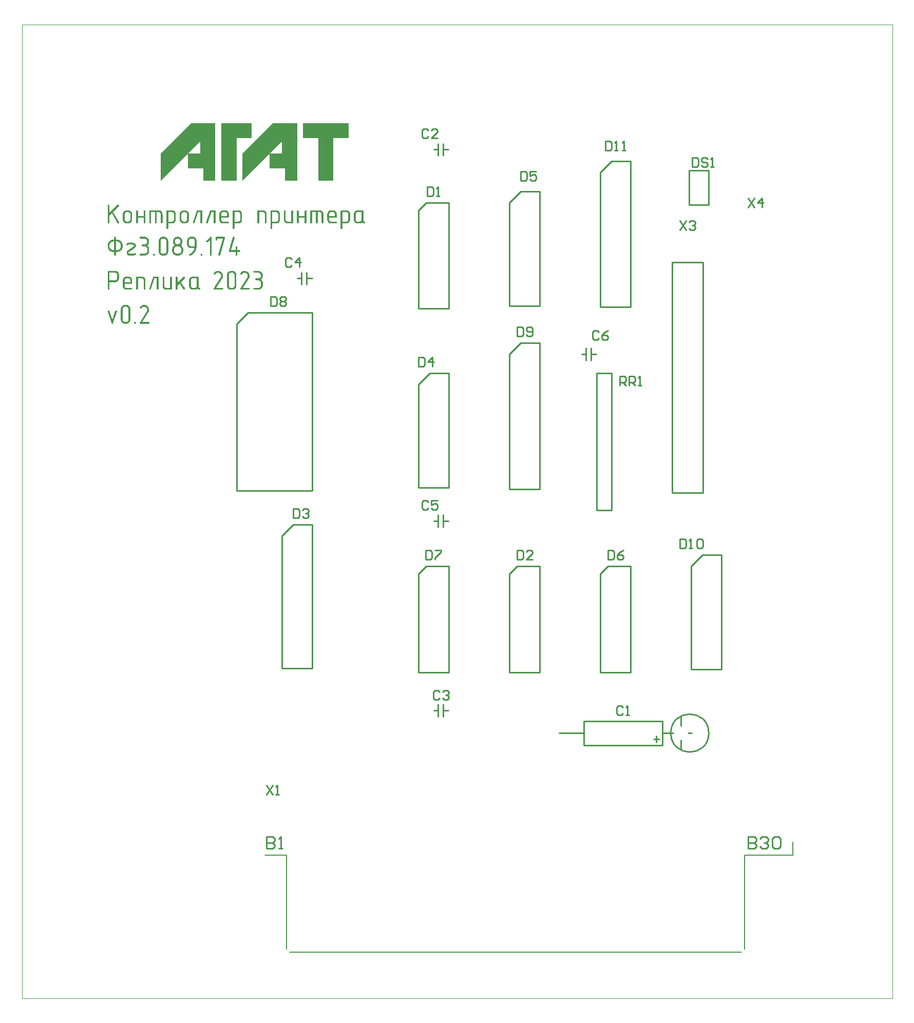
<source format=gto>
G04*
G04 #@! TF.GenerationSoftware,Altium Limited,Altium Designer,23.6.0 (18)*
G04*
G04 Layer_Color=65535*
%FSLAX44Y44*%
%MOMM*%
G71*
G04*
G04 #@! TF.SameCoordinates,95C8D77B-5923-4534-9A55-EAB02A08894E*
G04*
G04*
G04 #@! TF.FilePolarity,Positive*
G04*
G01*
G75*
%ADD10C,0.2540*%
%ADD11C,0.1000*%
%ADD12C,0.1999*%
G36*
X1997500Y1518750D02*
X1972500D01*
Y1448750D01*
X1947500D01*
Y1518750D01*
X1922500D01*
Y1543750D01*
X1997500D01*
Y1518750D01*
D02*
G37*
G36*
X1912500Y1448750D02*
X1892500D01*
Y1468750D01*
X1867500D01*
Y1493750D01*
X1887500D01*
Y1513750D01*
X1822500Y1448750D01*
Y1493750D01*
X1872500Y1543750D01*
X1912500D01*
Y1448750D01*
D02*
G37*
G36*
X1837500Y1518750D02*
X1812500D01*
Y1448750D01*
X1787500D01*
Y1543750D01*
X1837500D01*
Y1518750D01*
D02*
G37*
G36*
X1777500Y1448750D02*
X1757500D01*
Y1468750D01*
X1732500D01*
Y1493750D01*
X1752500D01*
Y1513750D01*
X1687500Y1448750D01*
Y1493750D01*
X1737500Y1543750D01*
X1777500D01*
Y1448750D01*
D02*
G37*
G36*
X1614231Y1234644D02*
X1614370Y1234621D01*
X1614532Y1234575D01*
X1614740Y1234482D01*
X1614948Y1234390D01*
X1615156Y1234251D01*
X1615179Y1234228D01*
X1615226Y1234182D01*
X1615295Y1234089D01*
X1615388Y1233950D01*
X1615480Y1233788D01*
X1615550Y1233603D01*
X1615596Y1233395D01*
X1615619Y1233164D01*
X1615526Y1232608D01*
X1609279Y1213842D01*
Y1213819D01*
X1609256Y1213749D01*
X1609209Y1213634D01*
X1609140Y1213495D01*
X1608978Y1213194D01*
X1608724Y1212870D01*
X1608700D01*
X1608677Y1212847D01*
X1608608Y1212801D01*
X1608515Y1212755D01*
X1608376Y1212708D01*
X1608238Y1212639D01*
X1608029Y1212569D01*
X1607821Y1212500D01*
X1607775D01*
X1607659Y1212523D01*
X1607497Y1212569D01*
X1607289Y1212662D01*
X1607034Y1212824D01*
X1606919Y1212940D01*
X1606803Y1213079D01*
X1606664Y1213217D01*
X1606548Y1213402D01*
X1606456Y1213611D01*
X1606340Y1213842D01*
X1600093Y1232608D01*
X1600000Y1233164D01*
Y1233187D01*
Y1233256D01*
X1600023Y1233349D01*
X1600069Y1233487D01*
X1600116Y1233626D01*
X1600185Y1233788D01*
X1600301Y1233973D01*
X1600463Y1234158D01*
X1600486Y1234182D01*
X1600555Y1234228D01*
X1600648Y1234320D01*
X1600787Y1234413D01*
X1600949Y1234506D01*
X1601157Y1234598D01*
X1601365Y1234644D01*
X1601597Y1234668D01*
X1601782D01*
X1601897Y1234644D01*
X1602152Y1234598D01*
X1602406Y1234482D01*
X1602430D01*
X1602453Y1234459D01*
X1602522Y1234390D01*
X1602592Y1234320D01*
X1602707Y1234205D01*
X1602800Y1234043D01*
X1602939Y1233835D01*
X1603054Y1233580D01*
X1607821Y1219257D01*
X1612588Y1233580D01*
Y1233603D01*
X1612634Y1233649D01*
X1612680Y1233742D01*
X1612750Y1233858D01*
X1612935Y1234089D01*
X1613190Y1234344D01*
X1613213Y1234367D01*
X1613259Y1234390D01*
X1613328Y1234436D01*
X1613444Y1234506D01*
X1613722Y1234621D01*
X1613884Y1234644D01*
X1614046Y1234668D01*
X1614138D01*
X1614231Y1234644D01*
D02*
G37*
G36*
X1660209Y1243993D02*
X1660463Y1243970D01*
X1660787Y1243946D01*
X1661157Y1243877D01*
X1661551Y1243808D01*
X1662014Y1243715D01*
X1662476Y1243576D01*
X1662985Y1243414D01*
X1663495Y1243229D01*
X1664004Y1242998D01*
X1664536Y1242720D01*
X1665045Y1242396D01*
X1665554Y1242026D01*
X1666040Y1241586D01*
X1666063Y1241563D01*
X1666156Y1241470D01*
X1666271Y1241332D01*
X1666433Y1241147D01*
X1666642Y1240915D01*
X1666850Y1240638D01*
X1667081Y1240313D01*
X1667312Y1239967D01*
X1667544Y1239550D01*
X1667775Y1239110D01*
X1668007Y1238648D01*
X1668192Y1238138D01*
X1668354Y1237583D01*
X1668470Y1237028D01*
X1668562Y1236449D01*
X1668585Y1235825D01*
Y1235801D01*
Y1235732D01*
Y1235639D01*
X1668562Y1235501D01*
Y1235315D01*
X1668539Y1235107D01*
X1668493Y1234876D01*
X1668470Y1234621D01*
X1668331Y1234043D01*
X1668145Y1233395D01*
X1667914Y1232701D01*
X1667752Y1232354D01*
X1667567Y1231983D01*
X1657478Y1215925D01*
X1667289D01*
X1667405Y1215901D01*
X1667544Y1215855D01*
X1667729Y1215809D01*
X1667914Y1215716D01*
X1668099Y1215601D01*
X1668261Y1215439D01*
X1668284Y1215416D01*
X1668331Y1215346D01*
X1668400Y1215254D01*
X1668493Y1215115D01*
X1668585Y1214953D01*
X1668655Y1214768D01*
X1668701Y1214583D01*
X1668724Y1214351D01*
Y1214328D01*
Y1214259D01*
X1668701Y1214166D01*
X1668678Y1214027D01*
X1668631Y1213865D01*
X1668562Y1213680D01*
X1668470Y1213495D01*
X1668331Y1213310D01*
X1668307Y1213287D01*
X1668261Y1213240D01*
X1668169Y1213148D01*
X1668030Y1213055D01*
X1667868Y1212963D01*
X1667683Y1212870D01*
X1667451Y1212824D01*
X1667174Y1212801D01*
X1654516D01*
X1654424Y1212824D01*
X1654146Y1212870D01*
X1653845Y1212963D01*
X1653521Y1213102D01*
X1653244Y1213310D01*
X1653151Y1213449D01*
X1653059Y1213634D01*
X1653012Y1213819D01*
X1652989Y1214027D01*
Y1214050D01*
Y1214120D01*
X1653012Y1214235D01*
X1653035Y1214374D01*
X1653082Y1214536D01*
X1653151Y1214744D01*
X1653244Y1214976D01*
X1653360Y1215207D01*
X1664860Y1233557D01*
Y1233580D01*
X1664883Y1233603D01*
X1664906Y1233672D01*
X1664952Y1233765D01*
X1665045Y1233997D01*
X1665161Y1234320D01*
X1665276Y1234668D01*
X1665369Y1235061D01*
X1665438Y1235501D01*
X1665461Y1235917D01*
Y1235940D01*
Y1236010D01*
Y1236102D01*
X1665438Y1236241D01*
X1665415Y1236426D01*
X1665369Y1236634D01*
X1665323Y1236843D01*
X1665276Y1237097D01*
X1665068Y1237629D01*
X1664952Y1237930D01*
X1664790Y1238231D01*
X1664628Y1238509D01*
X1664397Y1238810D01*
X1664166Y1239110D01*
X1663888Y1239388D01*
X1663865Y1239411D01*
X1663749Y1239504D01*
X1663610Y1239619D01*
X1663402Y1239781D01*
X1663147Y1239967D01*
X1662847Y1240152D01*
X1662523Y1240313D01*
X1662176Y1240475D01*
X1662129Y1240499D01*
X1662014Y1240545D01*
X1661805Y1240614D01*
X1661551Y1240684D01*
X1661227Y1240753D01*
X1660880Y1240823D01*
X1660486Y1240869D01*
X1660070Y1240892D01*
X1659862D01*
X1659630Y1240869D01*
X1659353Y1240823D01*
X1659005Y1240730D01*
X1658612Y1240638D01*
X1658219Y1240475D01*
X1657802Y1240267D01*
X1657779D01*
X1657756Y1240244D01*
X1657617Y1240152D01*
X1657409Y1239990D01*
X1657154Y1239781D01*
X1656877Y1239527D01*
X1656576Y1239203D01*
X1656275Y1238856D01*
X1655997Y1238462D01*
Y1238439D01*
X1655974Y1238416D01*
X1655858Y1238300D01*
X1655673Y1238115D01*
X1655396Y1237907D01*
X1654702Y1237768D01*
X1654609D01*
X1654493Y1237791D01*
X1654331Y1237814D01*
X1654169Y1237861D01*
X1653984Y1237953D01*
X1653776Y1238046D01*
X1653591Y1238185D01*
X1653568Y1238208D01*
X1653521Y1238254D01*
X1653429Y1238370D01*
X1653336Y1238485D01*
X1653244Y1238648D01*
X1653151Y1238833D01*
X1653105Y1239041D01*
X1653082Y1239272D01*
Y1239295D01*
Y1239342D01*
X1653105Y1239411D01*
X1653128Y1239504D01*
X1653151Y1239642D01*
X1653197Y1239781D01*
X1653267Y1239967D01*
X1653360Y1240175D01*
X1653383Y1240198D01*
X1653406Y1240244D01*
X1653475Y1240337D01*
X1653545Y1240452D01*
X1653660Y1240591D01*
X1653799Y1240753D01*
X1654123Y1241147D01*
X1654540Y1241563D01*
X1655025Y1242026D01*
X1655604Y1242489D01*
X1656252Y1242905D01*
X1656298Y1242928D01*
X1656414Y1242998D01*
X1656576Y1243090D01*
X1656807Y1243206D01*
X1657085Y1243322D01*
X1657386Y1243460D01*
X1658057Y1243715D01*
X1658103Y1243738D01*
X1658219Y1243761D01*
X1658404Y1243808D01*
X1658635Y1243877D01*
X1658913Y1243923D01*
X1659214Y1243970D01*
X1659538Y1243993D01*
X1659862Y1244016D01*
X1660024D01*
X1660209Y1243993D01*
D02*
G37*
G36*
X1645492Y1215901D02*
X1645631Y1215878D01*
X1645793Y1215809D01*
X1645955Y1215740D01*
X1646140Y1215624D01*
X1646348Y1215462D01*
X1646371Y1215439D01*
X1646441Y1215369D01*
X1646510Y1215277D01*
X1646626Y1215161D01*
X1646718Y1214999D01*
X1646788Y1214791D01*
X1646857Y1214583D01*
X1646880Y1214351D01*
Y1214328D01*
Y1214259D01*
X1646857Y1214143D01*
X1646834Y1214004D01*
X1646765Y1213842D01*
X1646695Y1213680D01*
X1646580Y1213472D01*
X1646418Y1213287D01*
X1646395Y1213264D01*
X1646325Y1213217D01*
X1646232Y1213125D01*
X1646117Y1213055D01*
X1645955Y1212963D01*
X1645747Y1212870D01*
X1645538Y1212824D01*
X1645307Y1212801D01*
X1645191D01*
X1645076Y1212824D01*
X1644914Y1212870D01*
X1644729Y1212916D01*
X1644543Y1212986D01*
X1644358Y1213102D01*
X1644173Y1213264D01*
X1644150Y1213287D01*
X1644104Y1213356D01*
X1644034Y1213449D01*
X1643965Y1213587D01*
X1643895Y1213749D01*
X1643826Y1213935D01*
X1643780Y1214143D01*
X1643757Y1214351D01*
Y1214374D01*
Y1214467D01*
X1643780Y1214583D01*
X1643803Y1214744D01*
X1643872Y1214906D01*
X1643942Y1215092D01*
X1644057Y1215277D01*
X1644196Y1215462D01*
X1644219Y1215485D01*
X1644289Y1215531D01*
X1644381Y1215601D01*
X1644520Y1215693D01*
X1644682Y1215786D01*
X1644867Y1215855D01*
X1645076Y1215901D01*
X1645307Y1215925D01*
X1645399D01*
X1645492Y1215901D01*
D02*
G37*
G36*
X1630914Y1243993D02*
X1631099D01*
X1631354Y1243946D01*
X1631632Y1243900D01*
X1631932Y1243854D01*
X1632280Y1243761D01*
X1632650Y1243669D01*
X1633043Y1243530D01*
X1633436Y1243368D01*
X1633830Y1243160D01*
X1634246Y1242928D01*
X1634663Y1242674D01*
X1635056Y1242350D01*
X1635450Y1242003D01*
X1635473Y1241980D01*
X1635542Y1241910D01*
X1635635Y1241795D01*
X1635773Y1241656D01*
X1635936Y1241447D01*
X1636098Y1241216D01*
X1636283Y1240961D01*
X1636491Y1240661D01*
X1636676Y1240313D01*
X1636861Y1239943D01*
X1637023Y1239550D01*
X1637185Y1239110D01*
X1637324Y1238648D01*
X1637416Y1238185D01*
X1637486Y1237676D01*
X1637509Y1237143D01*
Y1219650D01*
Y1219627D01*
Y1219534D01*
X1637486Y1219372D01*
Y1219187D01*
X1637440Y1218956D01*
X1637393Y1218655D01*
X1637347Y1218354D01*
X1637254Y1218007D01*
X1637162Y1217637D01*
X1637023Y1217267D01*
X1636861Y1216850D01*
X1636653Y1216457D01*
X1636421Y1216040D01*
X1636167Y1215624D01*
X1635843Y1215230D01*
X1635496Y1214837D01*
X1635473Y1214814D01*
X1635403Y1214744D01*
X1635288Y1214652D01*
X1635149Y1214513D01*
X1634940Y1214374D01*
X1634709Y1214189D01*
X1634455Y1214004D01*
X1634154Y1213819D01*
X1633807Y1213634D01*
X1633436Y1213449D01*
X1633043Y1213264D01*
X1632603Y1213125D01*
X1632141Y1212986D01*
X1631678Y1212893D01*
X1631169Y1212824D01*
X1630637Y1212801D01*
X1628647D01*
X1628485Y1212824D01*
X1628300D01*
X1628045Y1212870D01*
X1627767Y1212916D01*
X1627443Y1212963D01*
X1627119Y1213055D01*
X1626749Y1213148D01*
X1626356Y1213287D01*
X1625939Y1213449D01*
X1625546Y1213634D01*
X1625129Y1213865D01*
X1624713Y1214120D01*
X1624319Y1214421D01*
X1623926Y1214768D01*
X1623903Y1214791D01*
X1623834Y1214860D01*
X1623741Y1214976D01*
X1623602Y1215115D01*
X1623463Y1215323D01*
X1623278Y1215554D01*
X1623093Y1215809D01*
X1622908Y1216133D01*
X1622723Y1216457D01*
X1622538Y1216827D01*
X1622353Y1217244D01*
X1622214Y1217660D01*
X1622075Y1218123D01*
X1621982Y1218609D01*
X1621913Y1219118D01*
X1621890Y1219650D01*
Y1237143D01*
Y1237167D01*
Y1237259D01*
X1621913Y1237421D01*
Y1237606D01*
X1621959Y1237838D01*
X1622006Y1238115D01*
X1622052Y1238416D01*
X1622144Y1238763D01*
X1622237Y1239133D01*
X1622376Y1239504D01*
X1622538Y1239920D01*
X1622723Y1240313D01*
X1622954Y1240730D01*
X1623232Y1241147D01*
X1623533Y1241540D01*
X1623880Y1241933D01*
X1623903Y1241956D01*
X1623972Y1242026D01*
X1624088Y1242118D01*
X1624250Y1242257D01*
X1624435Y1242419D01*
X1624667Y1242604D01*
X1624944Y1242790D01*
X1625245Y1242975D01*
X1625592Y1243160D01*
X1625962Y1243368D01*
X1626356Y1243530D01*
X1626795Y1243692D01*
X1627258Y1243831D01*
X1627721Y1243923D01*
X1628230Y1243993D01*
X1628762Y1244016D01*
X1630752D01*
X1630914Y1243993D01*
D02*
G37*
G36*
X1726341Y1290732D02*
X1726480Y1290686D01*
X1726642Y1290640D01*
X1726827Y1290547D01*
X1727035Y1290432D01*
X1727244Y1290270D01*
X1727267Y1290246D01*
X1727313Y1290177D01*
X1727382Y1290085D01*
X1727475Y1289946D01*
X1727567Y1289784D01*
X1727637Y1289575D01*
X1727683Y1289344D01*
X1727706Y1289090D01*
Y1289066D01*
Y1288974D01*
X1727683Y1288858D01*
X1727637Y1288696D01*
X1727591Y1288511D01*
X1727498Y1288326D01*
X1727359Y1288118D01*
X1727197Y1287909D01*
X1720950Y1281315D01*
X1727359Y1271365D01*
X1727382Y1271342D01*
X1727406Y1271249D01*
X1727475Y1271133D01*
X1727544Y1270994D01*
X1727660Y1270647D01*
X1727683Y1270462D01*
X1727706Y1270300D01*
Y1270277D01*
Y1270185D01*
X1727683Y1270069D01*
X1727637Y1269930D01*
X1727591Y1269745D01*
X1727498Y1269560D01*
X1727359Y1269398D01*
X1727197Y1269213D01*
X1727174Y1269190D01*
X1727105Y1269143D01*
X1727012Y1269074D01*
X1726897Y1268981D01*
X1726734Y1268889D01*
X1726549Y1268819D01*
X1726341Y1268773D01*
X1726110Y1268750D01*
X1725994D01*
X1725878Y1268773D01*
X1725739Y1268819D01*
X1725554Y1268912D01*
X1725369Y1269005D01*
X1725184Y1269166D01*
X1724999Y1269375D01*
X1718751Y1279024D01*
X1715257Y1275368D01*
Y1270370D01*
Y1270347D01*
Y1270254D01*
X1715234Y1270115D01*
X1715211Y1269953D01*
X1715142Y1269768D01*
X1715072Y1269560D01*
X1714957Y1269375D01*
X1714795Y1269190D01*
X1714771Y1269166D01*
X1714725Y1269143D01*
X1714633Y1269074D01*
X1714494Y1269005D01*
X1714332Y1268935D01*
X1714147Y1268889D01*
X1713938Y1268842D01*
X1713684Y1268819D01*
X1713591D01*
X1713452Y1268842D01*
X1713314Y1268866D01*
X1713152Y1268912D01*
X1712967Y1268981D01*
X1712781Y1269074D01*
X1712596Y1269190D01*
X1712573Y1269213D01*
X1712527Y1269259D01*
X1712457Y1269352D01*
X1712365Y1269491D01*
X1712272Y1269652D01*
X1712203Y1269861D01*
X1712157Y1270092D01*
X1712133Y1270370D01*
Y1289113D01*
Y1289136D01*
Y1289228D01*
X1712157Y1289344D01*
X1712203Y1289483D01*
X1712249Y1289668D01*
X1712319Y1289876D01*
X1712434Y1290061D01*
X1712596Y1290270D01*
X1712619Y1290293D01*
X1712689Y1290339D01*
X1712781Y1290385D01*
X1712897Y1290478D01*
X1713059Y1290547D01*
X1713244Y1290594D01*
X1713452Y1290640D01*
X1713684Y1290663D01*
X1713776D01*
X1713892Y1290640D01*
X1714054Y1290617D01*
X1714216Y1290570D01*
X1714401Y1290501D01*
X1714586Y1290408D01*
X1714771Y1290270D01*
X1714795Y1290246D01*
X1714841Y1290200D01*
X1714933Y1290108D01*
X1715026Y1289969D01*
X1715095Y1289807D01*
X1715188Y1289622D01*
X1715234Y1289390D01*
X1715257Y1289113D01*
Y1279903D01*
X1725138Y1290270D01*
X1725161Y1290293D01*
X1725207Y1290339D01*
X1725300Y1290432D01*
X1725415Y1290524D01*
X1725578Y1290594D01*
X1725739Y1290686D01*
X1725948Y1290732D01*
X1726156Y1290756D01*
X1726249D01*
X1726341Y1290732D01*
D02*
G37*
G36*
X1704845Y1290663D02*
X1705007Y1290640D01*
X1705169Y1290594D01*
X1705354Y1290524D01*
X1705539Y1290432D01*
X1705724Y1290293D01*
X1705747Y1290270D01*
X1705793Y1290223D01*
X1705886Y1290131D01*
X1705979Y1289992D01*
X1706048Y1289830D01*
X1706140Y1289622D01*
X1706187Y1289390D01*
X1706210Y1289113D01*
Y1270370D01*
Y1270347D01*
Y1270300D01*
Y1270231D01*
X1706187Y1270138D01*
X1706117Y1269884D01*
X1706025Y1269606D01*
X1705816Y1269305D01*
X1705701Y1269190D01*
X1705539Y1269074D01*
X1705377Y1268958D01*
X1705145Y1268889D01*
X1704914Y1268842D01*
X1704636Y1268819D01*
X1696723D01*
X1696584Y1268842D01*
X1696422D01*
X1696190Y1268866D01*
X1695936Y1268912D01*
X1695658Y1268981D01*
X1695334Y1269051D01*
X1695010Y1269143D01*
X1694663Y1269259D01*
X1694293Y1269398D01*
X1693923Y1269583D01*
X1693553Y1269791D01*
X1693159Y1270023D01*
X1692812Y1270300D01*
X1692442Y1270624D01*
X1692419Y1270647D01*
X1692372Y1270717D01*
X1692280Y1270809D01*
X1692164Y1270948D01*
X1692002Y1271133D01*
X1691863Y1271342D01*
X1691678Y1271573D01*
X1691516Y1271851D01*
X1691354Y1272175D01*
X1691169Y1272499D01*
X1691030Y1272869D01*
X1690892Y1273262D01*
X1690753Y1273679D01*
X1690660Y1274118D01*
X1690614Y1274581D01*
X1690591Y1275067D01*
Y1289113D01*
Y1289136D01*
Y1289228D01*
X1690614Y1289344D01*
X1690660Y1289483D01*
X1690706Y1289668D01*
X1690776Y1289876D01*
X1690892Y1290061D01*
X1691053Y1290270D01*
X1691077Y1290293D01*
X1691146Y1290339D01*
X1691239Y1290408D01*
X1691354Y1290478D01*
X1691516Y1290547D01*
X1691701Y1290617D01*
X1691910Y1290663D01*
X1692141Y1290686D01*
X1692234D01*
X1692349Y1290663D01*
X1692511Y1290640D01*
X1692673Y1290594D01*
X1692858Y1290524D01*
X1693044Y1290432D01*
X1693229Y1290293D01*
X1693252Y1290270D01*
X1693298Y1290223D01*
X1693391Y1290131D01*
X1693483Y1289992D01*
X1693553Y1289830D01*
X1693645Y1289622D01*
X1693691Y1289390D01*
X1693715Y1289113D01*
Y1275067D01*
Y1275044D01*
Y1275021D01*
Y1274951D01*
X1693738Y1274859D01*
X1693761Y1274604D01*
X1693830Y1274303D01*
X1693923Y1273933D01*
X1694085Y1273563D01*
X1694293Y1273193D01*
X1694594Y1272822D01*
X1694617Y1272799D01*
X1694686Y1272753D01*
X1694779Y1272684D01*
X1694895Y1272591D01*
X1695034Y1272475D01*
X1695219Y1272383D01*
X1695589Y1272151D01*
X1695612D01*
X1695705Y1272128D01*
X1695843Y1272082D01*
X1696005Y1272059D01*
X1696190Y1272013D01*
X1696399Y1271966D01*
X1696838Y1271943D01*
X1703086D01*
Y1289113D01*
Y1289136D01*
Y1289228D01*
X1703109Y1289344D01*
X1703155Y1289483D01*
X1703202Y1289668D01*
X1703271Y1289876D01*
X1703387Y1290061D01*
X1703549Y1290270D01*
X1703572Y1290293D01*
X1703641Y1290339D01*
X1703734Y1290408D01*
X1703850Y1290478D01*
X1704012Y1290547D01*
X1704197Y1290617D01*
X1704405Y1290663D01*
X1704636Y1290686D01*
X1704729D01*
X1704845Y1290663D01*
D02*
G37*
G36*
X1848517Y1299965D02*
X1848772Y1299942D01*
X1849096Y1299919D01*
X1849443Y1299872D01*
X1849836Y1299780D01*
X1850276Y1299687D01*
X1850739Y1299572D01*
X1851201Y1299410D01*
X1851687Y1299225D01*
X1852173Y1298993D01*
X1852659Y1298716D01*
X1853145Y1298392D01*
X1853608Y1298021D01*
X1854024Y1297605D01*
X1854048Y1297582D01*
X1854117Y1297512D01*
X1854209Y1297373D01*
X1854325Y1297211D01*
X1854487Y1296980D01*
X1854649Y1296725D01*
X1854834Y1296425D01*
X1855019Y1296101D01*
X1855181Y1295707D01*
X1855366Y1295314D01*
X1855528Y1294874D01*
X1855690Y1294388D01*
X1855806Y1293902D01*
X1855899Y1293370D01*
X1855968Y1292815D01*
X1855991Y1292236D01*
Y1292213D01*
Y1292144D01*
Y1292051D01*
X1855968Y1291913D01*
Y1291751D01*
X1855945Y1291542D01*
X1855922Y1291334D01*
X1855899Y1291080D01*
X1855806Y1290547D01*
X1855667Y1289969D01*
X1855482Y1289344D01*
X1855228Y1288742D01*
Y1288719D01*
X1855204Y1288673D01*
X1855158Y1288580D01*
X1855089Y1288488D01*
X1855019Y1288349D01*
X1854904Y1288187D01*
X1854672Y1287794D01*
X1854348Y1287354D01*
X1853955Y1286868D01*
X1853492Y1286382D01*
X1852937Y1285896D01*
X1852960D01*
X1853006Y1285850D01*
X1853053Y1285804D01*
X1853145Y1285711D01*
X1853400Y1285480D01*
X1853700Y1285179D01*
X1854024Y1284809D01*
X1854395Y1284346D01*
X1854742Y1283814D01*
X1855089Y1283235D01*
Y1283212D01*
X1855135Y1283166D01*
X1855181Y1283073D01*
X1855228Y1282958D01*
X1855297Y1282796D01*
X1855366Y1282610D01*
X1855459Y1282402D01*
X1855528Y1282171D01*
X1855690Y1281662D01*
X1855852Y1281060D01*
X1855945Y1280412D01*
X1855991Y1279718D01*
Y1276617D01*
Y1276571D01*
Y1276479D01*
X1855968Y1276317D01*
X1855945Y1276085D01*
X1855922Y1275807D01*
X1855876Y1275484D01*
X1855806Y1275136D01*
X1855714Y1274743D01*
X1855575Y1274303D01*
X1855436Y1273864D01*
X1855251Y1273424D01*
X1855019Y1272938D01*
X1854742Y1272475D01*
X1854441Y1272013D01*
X1854094Y1271550D01*
X1853677Y1271110D01*
X1853654Y1271087D01*
X1853585Y1271018D01*
X1853446Y1270902D01*
X1853261Y1270763D01*
X1853053Y1270578D01*
X1852775Y1270393D01*
X1852474Y1270185D01*
X1852127Y1269976D01*
X1851757Y1269745D01*
X1851317Y1269537D01*
X1850877Y1269352D01*
X1850391Y1269190D01*
X1849882Y1269028D01*
X1849327Y1268912D01*
X1848772Y1268842D01*
X1848170Y1268819D01*
X1841807D01*
X1841668Y1268842D01*
X1841506Y1268866D01*
X1841321Y1268912D01*
X1841136Y1269005D01*
X1840951Y1269097D01*
X1840766Y1269236D01*
X1840742Y1269259D01*
X1840696Y1269329D01*
X1840650Y1269421D01*
X1840580Y1269560D01*
X1840488Y1269745D01*
X1840441Y1269930D01*
X1840395Y1270138D01*
X1840372Y1270370D01*
Y1270393D01*
Y1270462D01*
X1840395Y1270555D01*
X1840418Y1270694D01*
X1840465Y1270856D01*
X1840534Y1271041D01*
X1840627Y1271226D01*
X1840742Y1271411D01*
X1840766Y1271434D01*
X1840812Y1271504D01*
X1840904Y1271573D01*
X1841043Y1271689D01*
X1841205Y1271781D01*
X1841413Y1271851D01*
X1841645Y1271920D01*
X1841922Y1271943D01*
X1848355D01*
X1848494Y1271966D01*
X1848656Y1271990D01*
X1848864Y1272013D01*
X1849073Y1272059D01*
X1849304Y1272105D01*
X1849836Y1272267D01*
X1850114Y1272383D01*
X1850391Y1272522D01*
X1850669Y1272684D01*
X1850947Y1272869D01*
X1851225Y1273077D01*
X1851479Y1273308D01*
X1851502Y1273332D01*
X1851548Y1273378D01*
X1851618Y1273447D01*
X1851687Y1273563D01*
X1851803Y1273679D01*
X1851919Y1273841D01*
X1852034Y1274026D01*
X1852173Y1274234D01*
X1852428Y1274720D01*
X1852659Y1275275D01*
X1852728Y1275599D01*
X1852798Y1275923D01*
X1852844Y1276270D01*
X1852867Y1276617D01*
Y1279718D01*
Y1279741D01*
Y1279811D01*
Y1279903D01*
X1852844Y1280042D01*
X1852821Y1280204D01*
X1852798Y1280389D01*
X1852752Y1280621D01*
X1852705Y1280852D01*
X1852543Y1281361D01*
X1852428Y1281639D01*
X1852289Y1281916D01*
X1852127Y1282217D01*
X1851965Y1282495D01*
X1851734Y1282773D01*
X1851502Y1283027D01*
X1851479Y1283050D01*
X1851433Y1283096D01*
X1851363Y1283166D01*
X1851271Y1283235D01*
X1851132Y1283351D01*
X1850970Y1283467D01*
X1850785Y1283582D01*
X1850577Y1283721D01*
X1850345Y1283860D01*
X1850091Y1283976D01*
X1849535Y1284207D01*
X1849211Y1284276D01*
X1848887Y1284346D01*
X1848540Y1284392D01*
X1848170Y1284415D01*
X1844931D01*
X1844792Y1284438D01*
X1844630Y1284462D01*
X1844445Y1284508D01*
X1844259Y1284601D01*
X1844074Y1284693D01*
X1843889Y1284832D01*
X1843866Y1284855D01*
X1843820Y1284924D01*
X1843750Y1285017D01*
X1843681Y1285156D01*
X1843612Y1285341D01*
X1843542Y1285526D01*
X1843496Y1285734D01*
X1843473Y1285966D01*
Y1285989D01*
Y1286058D01*
X1843496Y1286151D01*
X1843519Y1286290D01*
X1843565Y1286452D01*
X1843635Y1286637D01*
X1843727Y1286822D01*
X1843866Y1287007D01*
X1843889Y1287030D01*
X1843936Y1287099D01*
X1844028Y1287169D01*
X1844167Y1287285D01*
X1844329Y1287377D01*
X1844537Y1287447D01*
X1844769Y1287516D01*
X1845046Y1287539D01*
X1848378D01*
X1848517Y1287562D01*
X1848702Y1287585D01*
X1848911Y1287609D01*
X1849119Y1287655D01*
X1849373Y1287724D01*
X1849906Y1287909D01*
X1850206Y1288025D01*
X1850484Y1288164D01*
X1850762Y1288326D01*
X1851039Y1288534D01*
X1851317Y1288766D01*
X1851572Y1289020D01*
X1851595Y1289043D01*
X1851618Y1289090D01*
X1851687Y1289159D01*
X1851757Y1289252D01*
X1851849Y1289390D01*
X1851942Y1289552D01*
X1852034Y1289737D01*
X1852150Y1289922D01*
X1852358Y1290408D01*
X1852543Y1290964D01*
X1852682Y1291589D01*
X1852705Y1291936D01*
X1852728Y1292283D01*
Y1292306D01*
Y1292375D01*
Y1292468D01*
X1852705Y1292607D01*
Y1292769D01*
X1852682Y1292954D01*
X1852590Y1293394D01*
X1852451Y1293879D01*
X1852266Y1294412D01*
X1851988Y1294944D01*
X1851803Y1295198D01*
X1851618Y1295430D01*
X1851595Y1295453D01*
X1851572Y1295499D01*
X1851479Y1295569D01*
X1851386Y1295661D01*
X1851271Y1295754D01*
X1851109Y1295892D01*
X1850924Y1296008D01*
X1850715Y1296147D01*
X1850484Y1296286D01*
X1850229Y1296402D01*
X1849952Y1296540D01*
X1849628Y1296633D01*
X1849304Y1296725D01*
X1848957Y1296795D01*
X1848563Y1296841D01*
X1848170Y1296864D01*
X1841807D01*
X1841668Y1296888D01*
X1841506Y1296911D01*
X1841321Y1296980D01*
X1841136Y1297050D01*
X1840951Y1297165D01*
X1840766Y1297304D01*
X1840742Y1297327D01*
X1840696Y1297397D01*
X1840650Y1297489D01*
X1840580Y1297628D01*
X1840488Y1297790D01*
X1840441Y1297975D01*
X1840395Y1298183D01*
X1840372Y1298415D01*
Y1298438D01*
Y1298507D01*
X1840395Y1298623D01*
X1840418Y1298762D01*
X1840465Y1298924D01*
X1840534Y1299109D01*
X1840627Y1299294D01*
X1840766Y1299479D01*
X1840789Y1299502D01*
X1840835Y1299548D01*
X1840927Y1299641D01*
X1841066Y1299734D01*
X1841228Y1299826D01*
X1841436Y1299919D01*
X1841668Y1299965D01*
X1841922Y1299988D01*
X1848332D01*
X1848517Y1299965D01*
D02*
G37*
G36*
X1825748Y1300011D02*
X1826003Y1299988D01*
X1826326Y1299965D01*
X1826697Y1299896D01*
X1827090Y1299826D01*
X1827553Y1299734D01*
X1828016Y1299595D01*
X1828525Y1299433D01*
X1829034Y1299248D01*
X1829543Y1299016D01*
X1830075Y1298739D01*
X1830584Y1298415D01*
X1831093Y1298044D01*
X1831579Y1297605D01*
X1831602Y1297582D01*
X1831695Y1297489D01*
X1831810Y1297350D01*
X1831973Y1297165D01*
X1832181Y1296934D01*
X1832389Y1296656D01*
X1832620Y1296332D01*
X1832852Y1295985D01*
X1833083Y1295569D01*
X1833315Y1295129D01*
X1833546Y1294666D01*
X1833731Y1294157D01*
X1833893Y1293602D01*
X1834009Y1293046D01*
X1834101Y1292468D01*
X1834124Y1291843D01*
Y1291820D01*
Y1291751D01*
Y1291658D01*
X1834101Y1291519D01*
Y1291334D01*
X1834078Y1291126D01*
X1834032Y1290894D01*
X1834009Y1290640D01*
X1833870Y1290061D01*
X1833685Y1289413D01*
X1833453Y1288719D01*
X1833291Y1288372D01*
X1833106Y1288002D01*
X1823017Y1271943D01*
X1832829D01*
X1832944Y1271920D01*
X1833083Y1271874D01*
X1833268Y1271827D01*
X1833453Y1271735D01*
X1833638Y1271619D01*
X1833801Y1271457D01*
X1833824Y1271434D01*
X1833870Y1271365D01*
X1833939Y1271272D01*
X1834032Y1271133D01*
X1834124Y1270971D01*
X1834194Y1270786D01*
X1834240Y1270601D01*
X1834263Y1270370D01*
Y1270347D01*
Y1270277D01*
X1834240Y1270185D01*
X1834217Y1270046D01*
X1834171Y1269884D01*
X1834101Y1269699D01*
X1834009Y1269514D01*
X1833870Y1269329D01*
X1833847Y1269305D01*
X1833801Y1269259D01*
X1833708Y1269166D01*
X1833569Y1269074D01*
X1833407Y1268981D01*
X1833222Y1268889D01*
X1832991Y1268842D01*
X1832713Y1268819D01*
X1820056D01*
X1819963Y1268842D01*
X1819686Y1268889D01*
X1819385Y1268981D01*
X1819061Y1269120D01*
X1818783Y1269329D01*
X1818690Y1269467D01*
X1818598Y1269652D01*
X1818552Y1269837D01*
X1818528Y1270046D01*
Y1270069D01*
Y1270138D01*
X1818552Y1270254D01*
X1818575Y1270393D01*
X1818621Y1270555D01*
X1818690Y1270763D01*
X1818783Y1270994D01*
X1818899Y1271226D01*
X1830399Y1289575D01*
Y1289599D01*
X1830422Y1289622D01*
X1830445Y1289691D01*
X1830492Y1289784D01*
X1830584Y1290015D01*
X1830700Y1290339D01*
X1830815Y1290686D01*
X1830908Y1291080D01*
X1830977Y1291519D01*
X1831001Y1291936D01*
Y1291959D01*
Y1292028D01*
Y1292121D01*
X1830977Y1292260D01*
X1830954Y1292445D01*
X1830908Y1292653D01*
X1830862Y1292861D01*
X1830815Y1293116D01*
X1830607Y1293648D01*
X1830492Y1293949D01*
X1830330Y1294250D01*
X1830168Y1294527D01*
X1829936Y1294828D01*
X1829705Y1295129D01*
X1829427Y1295407D01*
X1829404Y1295430D01*
X1829288Y1295522D01*
X1829149Y1295638D01*
X1828941Y1295800D01*
X1828687Y1295985D01*
X1828386Y1296170D01*
X1828062Y1296332D01*
X1827715Y1296494D01*
X1827669Y1296517D01*
X1827553Y1296564D01*
X1827345Y1296633D01*
X1827090Y1296702D01*
X1826766Y1296772D01*
X1826419Y1296841D01*
X1826026Y1296888D01*
X1825609Y1296911D01*
X1825401D01*
X1825170Y1296888D01*
X1824892Y1296841D01*
X1824545Y1296749D01*
X1824151Y1296656D01*
X1823758Y1296494D01*
X1823342Y1296286D01*
X1823318D01*
X1823295Y1296263D01*
X1823156Y1296170D01*
X1822948Y1296008D01*
X1822694Y1295800D01*
X1822416Y1295545D01*
X1822115Y1295222D01*
X1821814Y1294874D01*
X1821537Y1294481D01*
Y1294458D01*
X1821514Y1294435D01*
X1821398Y1294319D01*
X1821213Y1294134D01*
X1820935Y1293926D01*
X1820241Y1293787D01*
X1820148D01*
X1820033Y1293810D01*
X1819871Y1293833D01*
X1819709Y1293879D01*
X1819523Y1293972D01*
X1819315Y1294064D01*
X1819130Y1294203D01*
X1819107Y1294227D01*
X1819061Y1294273D01*
X1818968Y1294388D01*
X1818876Y1294504D01*
X1818783Y1294666D01*
X1818690Y1294851D01*
X1818644Y1295060D01*
X1818621Y1295291D01*
Y1295314D01*
Y1295360D01*
X1818644Y1295430D01*
X1818667Y1295522D01*
X1818690Y1295661D01*
X1818737Y1295800D01*
X1818806Y1295985D01*
X1818899Y1296193D01*
X1818922Y1296216D01*
X1818945Y1296263D01*
X1819014Y1296355D01*
X1819084Y1296471D01*
X1819200Y1296610D01*
X1819338Y1296772D01*
X1819662Y1297165D01*
X1820079Y1297582D01*
X1820565Y1298044D01*
X1821143Y1298507D01*
X1821791Y1298924D01*
X1821837Y1298947D01*
X1821953Y1299016D01*
X1822115Y1299109D01*
X1822346Y1299225D01*
X1822624Y1299340D01*
X1822925Y1299479D01*
X1823596Y1299734D01*
X1823642Y1299757D01*
X1823758Y1299780D01*
X1823943Y1299826D01*
X1824174Y1299896D01*
X1824452Y1299942D01*
X1824753Y1299988D01*
X1825077Y1300011D01*
X1825401Y1300034D01*
X1825563D01*
X1825748Y1300011D01*
D02*
G37*
G36*
X1805825D02*
X1806010D01*
X1806265Y1299965D01*
X1806542Y1299919D01*
X1806843Y1299872D01*
X1807190Y1299780D01*
X1807560Y1299687D01*
X1807954Y1299548D01*
X1808347Y1299387D01*
X1808741Y1299178D01*
X1809157Y1298947D01*
X1809574Y1298692D01*
X1809967Y1298368D01*
X1810360Y1298021D01*
X1810383Y1297998D01*
X1810453Y1297929D01*
X1810545Y1297813D01*
X1810684Y1297674D01*
X1810846Y1297466D01*
X1811008Y1297235D01*
X1811193Y1296980D01*
X1811402Y1296679D01*
X1811587Y1296332D01*
X1811772Y1295962D01*
X1811934Y1295569D01*
X1812096Y1295129D01*
X1812235Y1294666D01*
X1812327Y1294203D01*
X1812397Y1293694D01*
X1812420Y1293162D01*
Y1275669D01*
Y1275646D01*
Y1275553D01*
X1812397Y1275391D01*
Y1275206D01*
X1812350Y1274975D01*
X1812304Y1274674D01*
X1812258Y1274373D01*
X1812165Y1274026D01*
X1812073Y1273655D01*
X1811934Y1273285D01*
X1811772Y1272869D01*
X1811564Y1272475D01*
X1811332Y1272059D01*
X1811078Y1271642D01*
X1810754Y1271249D01*
X1810407Y1270856D01*
X1810383Y1270833D01*
X1810314Y1270763D01*
X1810198Y1270671D01*
X1810060Y1270532D01*
X1809851Y1270393D01*
X1809620Y1270208D01*
X1809365Y1270023D01*
X1809064Y1269837D01*
X1808717Y1269652D01*
X1808347Y1269467D01*
X1807954Y1269282D01*
X1807514Y1269143D01*
X1807051Y1269005D01*
X1806589Y1268912D01*
X1806080Y1268842D01*
X1805547Y1268819D01*
X1803557D01*
X1803395Y1268842D01*
X1803210D01*
X1802956Y1268889D01*
X1802678Y1268935D01*
X1802354Y1268981D01*
X1802030Y1269074D01*
X1801660Y1269166D01*
X1801266Y1269305D01*
X1800850Y1269467D01*
X1800457Y1269652D01*
X1800040Y1269884D01*
X1799624Y1270138D01*
X1799230Y1270439D01*
X1798837Y1270786D01*
X1798814Y1270809D01*
X1798744Y1270879D01*
X1798652Y1270994D01*
X1798513Y1271133D01*
X1798374Y1271342D01*
X1798189Y1271573D01*
X1798004Y1271827D01*
X1797819Y1272151D01*
X1797634Y1272475D01*
X1797448Y1272846D01*
X1797263Y1273262D01*
X1797124Y1273679D01*
X1796986Y1274141D01*
X1796893Y1274627D01*
X1796824Y1275136D01*
X1796801Y1275669D01*
Y1293162D01*
Y1293185D01*
Y1293278D01*
X1796824Y1293440D01*
Y1293625D01*
X1796870Y1293856D01*
X1796916Y1294134D01*
X1796963Y1294435D01*
X1797055Y1294782D01*
X1797148Y1295152D01*
X1797287Y1295522D01*
X1797448Y1295939D01*
X1797634Y1296332D01*
X1797865Y1296749D01*
X1798143Y1297165D01*
X1798443Y1297558D01*
X1798791Y1297952D01*
X1798814Y1297975D01*
X1798883Y1298044D01*
X1798999Y1298137D01*
X1799161Y1298276D01*
X1799346Y1298438D01*
X1799577Y1298623D01*
X1799855Y1298808D01*
X1800156Y1298993D01*
X1800503Y1299178D01*
X1800873Y1299387D01*
X1801266Y1299548D01*
X1801706Y1299711D01*
X1802169Y1299849D01*
X1802632Y1299942D01*
X1803141Y1300011D01*
X1803673Y1300034D01*
X1805663D01*
X1805825Y1300011D01*
D02*
G37*
G36*
X1782014D02*
X1782269Y1299988D01*
X1782593Y1299965D01*
X1782963Y1299896D01*
X1783357Y1299826D01*
X1783819Y1299734D01*
X1784282Y1299595D01*
X1784791Y1299433D01*
X1785300Y1299248D01*
X1785809Y1299016D01*
X1786342Y1298739D01*
X1786851Y1298415D01*
X1787360Y1298044D01*
X1787846Y1297605D01*
X1787869Y1297582D01*
X1787961Y1297489D01*
X1788077Y1297350D01*
X1788239Y1297165D01*
X1788447Y1296934D01*
X1788656Y1296656D01*
X1788887Y1296332D01*
X1789118Y1295985D01*
X1789350Y1295569D01*
X1789581Y1295129D01*
X1789812Y1294666D01*
X1789998Y1294157D01*
X1790160Y1293602D01*
X1790275Y1293046D01*
X1790368Y1292468D01*
X1790391Y1291843D01*
Y1291820D01*
Y1291751D01*
Y1291658D01*
X1790368Y1291519D01*
Y1291334D01*
X1790345Y1291126D01*
X1790298Y1290894D01*
X1790275Y1290640D01*
X1790137Y1290061D01*
X1789951Y1289413D01*
X1789720Y1288719D01*
X1789558Y1288372D01*
X1789373Y1288002D01*
X1779284Y1271943D01*
X1789095D01*
X1789211Y1271920D01*
X1789350Y1271874D01*
X1789535Y1271827D01*
X1789720Y1271735D01*
X1789905Y1271619D01*
X1790067Y1271457D01*
X1790090Y1271434D01*
X1790137Y1271365D01*
X1790206Y1271272D01*
X1790298Y1271133D01*
X1790391Y1270971D01*
X1790460Y1270786D01*
X1790507Y1270601D01*
X1790530Y1270370D01*
Y1270347D01*
Y1270277D01*
X1790507Y1270185D01*
X1790484Y1270046D01*
X1790437Y1269884D01*
X1790368Y1269699D01*
X1790275Y1269514D01*
X1790137Y1269329D01*
X1790113Y1269305D01*
X1790067Y1269259D01*
X1789975Y1269166D01*
X1789836Y1269074D01*
X1789674Y1268981D01*
X1789489Y1268889D01*
X1789257Y1268842D01*
X1788979Y1268819D01*
X1776322D01*
X1776230Y1268842D01*
X1775952Y1268889D01*
X1775651Y1268981D01*
X1775327Y1269120D01*
X1775050Y1269329D01*
X1774957Y1269467D01*
X1774864Y1269652D01*
X1774818Y1269837D01*
X1774795Y1270046D01*
Y1270069D01*
Y1270138D01*
X1774818Y1270254D01*
X1774841Y1270393D01*
X1774888Y1270555D01*
X1774957Y1270763D01*
X1775050Y1270994D01*
X1775165Y1271226D01*
X1786665Y1289575D01*
Y1289599D01*
X1786689Y1289622D01*
X1786712Y1289691D01*
X1786758Y1289784D01*
X1786851Y1290015D01*
X1786966Y1290339D01*
X1787082Y1290686D01*
X1787175Y1291080D01*
X1787244Y1291519D01*
X1787267Y1291936D01*
Y1291959D01*
Y1292028D01*
Y1292121D01*
X1787244Y1292260D01*
X1787221Y1292445D01*
X1787175Y1292653D01*
X1787128Y1292861D01*
X1787082Y1293116D01*
X1786874Y1293648D01*
X1786758Y1293949D01*
X1786596Y1294250D01*
X1786434Y1294527D01*
X1786203Y1294828D01*
X1785971Y1295129D01*
X1785694Y1295407D01*
X1785670Y1295430D01*
X1785555Y1295522D01*
X1785416Y1295638D01*
X1785208Y1295800D01*
X1784953Y1295985D01*
X1784652Y1296170D01*
X1784328Y1296332D01*
X1783981Y1296494D01*
X1783935Y1296517D01*
X1783819Y1296564D01*
X1783611Y1296633D01*
X1783357Y1296702D01*
X1783033Y1296772D01*
X1782686Y1296841D01*
X1782292Y1296888D01*
X1781876Y1296911D01*
X1781667D01*
X1781436Y1296888D01*
X1781158Y1296841D01*
X1780811Y1296749D01*
X1780418Y1296656D01*
X1780025Y1296494D01*
X1779608Y1296286D01*
X1779585D01*
X1779562Y1296263D01*
X1779423Y1296170D01*
X1779215Y1296008D01*
X1778960Y1295800D01*
X1778682Y1295545D01*
X1778382Y1295222D01*
X1778081Y1294874D01*
X1777803Y1294481D01*
Y1294458D01*
X1777780Y1294435D01*
X1777664Y1294319D01*
X1777479Y1294134D01*
X1777202Y1293926D01*
X1776507Y1293787D01*
X1776415D01*
X1776299Y1293810D01*
X1776137Y1293833D01*
X1775975Y1293879D01*
X1775790Y1293972D01*
X1775582Y1294064D01*
X1775397Y1294203D01*
X1775374Y1294227D01*
X1775327Y1294273D01*
X1775235Y1294388D01*
X1775142Y1294504D01*
X1775050Y1294666D01*
X1774957Y1294851D01*
X1774911Y1295060D01*
X1774888Y1295291D01*
Y1295314D01*
Y1295360D01*
X1774911Y1295430D01*
X1774934Y1295522D01*
X1774957Y1295661D01*
X1775003Y1295800D01*
X1775073Y1295985D01*
X1775165Y1296193D01*
X1775188Y1296216D01*
X1775211Y1296263D01*
X1775281Y1296355D01*
X1775350Y1296471D01*
X1775466Y1296610D01*
X1775605Y1296772D01*
X1775929Y1297165D01*
X1776345Y1297582D01*
X1776831Y1298044D01*
X1777410Y1298507D01*
X1778058Y1298924D01*
X1778104Y1298947D01*
X1778220Y1299016D01*
X1778382Y1299109D01*
X1778613Y1299225D01*
X1778891Y1299340D01*
X1779191Y1299479D01*
X1779863Y1299734D01*
X1779909Y1299757D01*
X1780025Y1299780D01*
X1780210Y1299826D01*
X1780441Y1299896D01*
X1780719Y1299942D01*
X1781019Y1299988D01*
X1781344Y1300011D01*
X1781667Y1300034D01*
X1781829D01*
X1782014Y1300011D01*
D02*
G37*
G36*
X1748624Y1290663D02*
X1748879Y1290594D01*
X1749157Y1290501D01*
X1749457Y1290293D01*
X1749573Y1290177D01*
X1749689Y1290015D01*
X1749805Y1289853D01*
X1749874Y1289622D01*
X1749920Y1289390D01*
X1749943Y1289113D01*
Y1275090D01*
Y1275044D01*
Y1274928D01*
X1749966Y1274743D01*
X1750013Y1274512D01*
X1750082Y1274211D01*
X1750198Y1273887D01*
X1750337Y1273540D01*
X1750522Y1273170D01*
X1750545Y1273123D01*
X1750614Y1273031D01*
X1750753Y1272869D01*
X1750938Y1272684D01*
X1751147Y1272475D01*
X1751424Y1272244D01*
X1751725Y1272036D01*
X1752095Y1271827D01*
X1752142Y1271804D01*
X1752257Y1271758D01*
X1752396Y1271642D01*
X1752581Y1271504D01*
X1752766Y1271295D01*
X1752905Y1271064D01*
X1753021Y1270763D01*
X1753067Y1270416D01*
Y1270393D01*
Y1270300D01*
X1753044Y1270185D01*
X1753021Y1270023D01*
X1752951Y1269837D01*
X1752882Y1269652D01*
X1752766Y1269467D01*
X1752628Y1269282D01*
X1752604Y1269259D01*
X1752558Y1269213D01*
X1752466Y1269143D01*
X1752350Y1269051D01*
X1752188Y1268958D01*
X1752003Y1268889D01*
X1751771Y1268842D01*
X1751517Y1268819D01*
X1751401D01*
X1751308Y1268842D01*
X1751100Y1268889D01*
X1750869Y1268958D01*
X1750846D01*
X1750800Y1268981D01*
X1750730Y1269028D01*
X1750614Y1269074D01*
X1750475Y1269143D01*
X1750337Y1269213D01*
X1749966Y1269421D01*
X1749573Y1269699D01*
X1749157Y1270023D01*
X1748740Y1270416D01*
X1748347Y1270879D01*
X1748324Y1270833D01*
X1748208Y1270740D01*
X1748046Y1270578D01*
X1747791Y1270370D01*
X1747514Y1270138D01*
X1747143Y1269884D01*
X1746727Y1269629D01*
X1746264Y1269398D01*
X1746241D01*
X1746218Y1269375D01*
X1746149Y1269352D01*
X1746033Y1269305D01*
X1745778Y1269213D01*
X1745454Y1269120D01*
X1745061Y1269005D01*
X1744644Y1268912D01*
X1744182Y1268842D01*
X1743696Y1268819D01*
X1740456D01*
X1740317Y1268842D01*
X1740155D01*
X1739924Y1268866D01*
X1739669Y1268912D01*
X1739392Y1268981D01*
X1739068Y1269051D01*
X1738744Y1269143D01*
X1738397Y1269259D01*
X1738026Y1269398D01*
X1737656Y1269583D01*
X1737286Y1269791D01*
X1736893Y1270023D01*
X1736546Y1270300D01*
X1736175Y1270624D01*
X1736152Y1270647D01*
X1736106Y1270717D01*
X1736013Y1270809D01*
X1735898Y1270948D01*
X1735736Y1271133D01*
X1735597Y1271342D01*
X1735412Y1271573D01*
X1735250Y1271851D01*
X1735088Y1272175D01*
X1734903Y1272499D01*
X1734764Y1272869D01*
X1734625Y1273262D01*
X1734486Y1273679D01*
X1734394Y1274118D01*
X1734347Y1274581D01*
X1734324Y1275067D01*
Y1284438D01*
Y1284462D01*
Y1284554D01*
X1734347Y1284693D01*
Y1284878D01*
X1734371Y1285086D01*
X1734417Y1285341D01*
X1734486Y1285642D01*
X1734556Y1285943D01*
X1734648Y1286290D01*
X1734764Y1286637D01*
X1734926Y1287007D01*
X1735088Y1287377D01*
X1735296Y1287747D01*
X1735551Y1288118D01*
X1735828Y1288488D01*
X1736152Y1288835D01*
X1736175Y1288858D01*
X1736245Y1288904D01*
X1736337Y1288997D01*
X1736476Y1289136D01*
X1736661Y1289275D01*
X1736870Y1289413D01*
X1737124Y1289599D01*
X1737402Y1289761D01*
X1737703Y1289922D01*
X1738026Y1290108D01*
X1738397Y1290246D01*
X1738790Y1290408D01*
X1739207Y1290524D01*
X1739646Y1290617D01*
X1740086Y1290663D01*
X1740572Y1290686D01*
X1748509D01*
X1748624Y1290663D01*
D02*
G37*
G36*
X1683024D02*
X1683279Y1290594D01*
X1683556Y1290501D01*
X1683857Y1290293D01*
X1683973Y1290177D01*
X1684089Y1290015D01*
X1684204Y1289853D01*
X1684274Y1289622D01*
X1684320Y1289390D01*
X1684343Y1289113D01*
Y1270370D01*
Y1270347D01*
Y1270254D01*
X1684320Y1270115D01*
X1684297Y1269953D01*
X1684227Y1269768D01*
X1684158Y1269560D01*
X1684042Y1269375D01*
X1683880Y1269190D01*
X1683857Y1269166D01*
X1683811Y1269143D01*
X1683718Y1269074D01*
X1683580Y1269005D01*
X1683418Y1268935D01*
X1683232Y1268889D01*
X1683024Y1268842D01*
X1682770Y1268819D01*
X1682677D01*
X1682538Y1268842D01*
X1682399Y1268866D01*
X1682237Y1268912D01*
X1682052Y1268981D01*
X1681867Y1269074D01*
X1681682Y1269190D01*
X1681659Y1269213D01*
X1681613Y1269259D01*
X1681543Y1269352D01*
X1681451Y1269491D01*
X1681358Y1269652D01*
X1681289Y1269861D01*
X1681242Y1270092D01*
X1681219Y1270370D01*
Y1287562D01*
X1677610D01*
X1671778Y1269884D01*
Y1269861D01*
X1671755Y1269791D01*
X1671709Y1269699D01*
X1671640Y1269583D01*
X1671454Y1269329D01*
X1671177Y1269051D01*
X1671154Y1269028D01*
X1671107D01*
X1671038Y1269005D01*
X1670922Y1268958D01*
X1670783Y1268935D01*
X1670598Y1268866D01*
X1670344Y1268819D01*
X1670251D01*
X1670112Y1268842D01*
X1669973Y1268866D01*
X1669812Y1268935D01*
X1669626Y1269005D01*
X1669441Y1269120D01*
X1669256Y1269259D01*
X1669233Y1269282D01*
X1669164Y1269329D01*
X1669094Y1269421D01*
X1669002Y1269537D01*
X1668886Y1269676D01*
X1668817Y1269861D01*
X1668747Y1270069D01*
X1668724Y1270300D01*
X1668840Y1270856D01*
X1675018Y1289599D01*
Y1289622D01*
X1675041Y1289645D01*
X1675087Y1289761D01*
X1675180Y1289946D01*
X1675342Y1290154D01*
X1675527Y1290339D01*
X1675782Y1290524D01*
X1676105Y1290640D01*
X1676291Y1290686D01*
X1682908D01*
X1683024Y1290663D01*
D02*
G37*
G36*
X1656645D02*
X1656877Y1290640D01*
X1657108Y1290594D01*
X1657409Y1290524D01*
X1657710Y1290455D01*
X1658057Y1290362D01*
X1658404Y1290246D01*
X1658751Y1290108D01*
X1659121Y1289922D01*
X1659514Y1289714D01*
X1659885Y1289483D01*
X1660255Y1289205D01*
X1660602Y1288881D01*
X1660625Y1288858D01*
X1660695Y1288789D01*
X1660787Y1288696D01*
X1660903Y1288557D01*
X1661042Y1288372D01*
X1661204Y1288164D01*
X1661366Y1287933D01*
X1661551Y1287655D01*
X1661713Y1287331D01*
X1661875Y1287007D01*
X1662037Y1286637D01*
X1662176Y1286243D01*
X1662314Y1285827D01*
X1662407Y1285387D01*
X1662453Y1284924D01*
X1662476Y1284438D01*
Y1270370D01*
Y1270347D01*
Y1270254D01*
X1662453Y1270115D01*
X1662430Y1269953D01*
X1662361Y1269768D01*
X1662291Y1269560D01*
X1662176Y1269375D01*
X1662014Y1269190D01*
X1661991Y1269166D01*
X1661944Y1269143D01*
X1661852Y1269074D01*
X1661713Y1269005D01*
X1661551Y1268935D01*
X1661366Y1268889D01*
X1661157Y1268842D01*
X1660903Y1268819D01*
X1660810D01*
X1660672Y1268842D01*
X1660533Y1268866D01*
X1660371Y1268912D01*
X1660186Y1268981D01*
X1660000Y1269074D01*
X1659815Y1269190D01*
X1659792Y1269213D01*
X1659746Y1269259D01*
X1659677Y1269352D01*
X1659584Y1269491D01*
X1659491Y1269652D01*
X1659422Y1269861D01*
X1659376Y1270092D01*
X1659353Y1270370D01*
Y1284438D01*
Y1284462D01*
Y1284508D01*
Y1284554D01*
X1659329Y1284647D01*
X1659306Y1284901D01*
X1659237Y1285202D01*
X1659144Y1285549D01*
X1658982Y1285919D01*
X1658751Y1286290D01*
X1658450Y1286637D01*
X1658404Y1286683D01*
X1658288Y1286776D01*
X1658103Y1286938D01*
X1657849Y1287099D01*
X1657525Y1287262D01*
X1657154Y1287424D01*
X1656715Y1287516D01*
X1656229Y1287562D01*
X1649981D01*
Y1270370D01*
Y1270347D01*
Y1270254D01*
X1649958Y1270115D01*
X1649935Y1269953D01*
X1649865Y1269768D01*
X1649796Y1269560D01*
X1649680Y1269375D01*
X1649518Y1269190D01*
X1649495Y1269166D01*
X1649449Y1269143D01*
X1649356Y1269074D01*
X1649218Y1269005D01*
X1649055Y1268935D01*
X1648870Y1268889D01*
X1648662Y1268842D01*
X1648408Y1268819D01*
X1648315D01*
X1648176Y1268842D01*
X1648037Y1268866D01*
X1647875Y1268912D01*
X1647690Y1268981D01*
X1647505Y1269074D01*
X1647320Y1269190D01*
X1647297Y1269213D01*
X1647251Y1269259D01*
X1647181Y1269352D01*
X1647089Y1269491D01*
X1646996Y1269652D01*
X1646927Y1269861D01*
X1646880Y1270092D01*
X1646857Y1270370D01*
Y1289113D01*
Y1289136D01*
Y1289182D01*
Y1289252D01*
X1646880Y1289367D01*
X1646950Y1289622D01*
X1647042Y1289899D01*
X1647227Y1290200D01*
X1647366Y1290316D01*
X1647505Y1290432D01*
X1647690Y1290547D01*
X1647899Y1290617D01*
X1648130Y1290663D01*
X1648408Y1290686D01*
X1656483D01*
X1656645Y1290663D01*
D02*
G37*
G36*
X1634778D02*
X1635010Y1290640D01*
X1635264Y1290594D01*
X1635542Y1290524D01*
X1635866Y1290455D01*
X1636190Y1290362D01*
X1636537Y1290246D01*
X1636907Y1290085D01*
X1637278Y1289922D01*
X1637648Y1289714D01*
X1638018Y1289460D01*
X1638388Y1289182D01*
X1638735Y1288858D01*
X1638759Y1288835D01*
X1638828Y1288766D01*
X1638920Y1288673D01*
X1639036Y1288534D01*
X1639175Y1288349D01*
X1639337Y1288141D01*
X1639499Y1287909D01*
X1639684Y1287632D01*
X1639846Y1287308D01*
X1640008Y1286984D01*
X1640170Y1286614D01*
X1640309Y1286220D01*
X1640448Y1285804D01*
X1640540Y1285364D01*
X1640587Y1284924D01*
X1640610Y1284438D01*
Y1279741D01*
Y1279718D01*
Y1279672D01*
Y1279602D01*
X1640587Y1279510D01*
X1640517Y1279255D01*
X1640424Y1278978D01*
X1640216Y1278677D01*
X1640101Y1278561D01*
X1639939Y1278445D01*
X1639777Y1278330D01*
X1639545Y1278260D01*
X1639314Y1278214D01*
X1639036Y1278191D01*
X1628114D01*
Y1275067D01*
Y1275044D01*
Y1275021D01*
Y1274951D01*
X1628138Y1274859D01*
X1628161Y1274604D01*
X1628230Y1274303D01*
X1628323Y1273933D01*
X1628485Y1273563D01*
X1628693Y1273193D01*
X1628994Y1272822D01*
X1629017Y1272799D01*
X1629086Y1272753D01*
X1629179Y1272684D01*
X1629294Y1272591D01*
X1629433Y1272475D01*
X1629618Y1272383D01*
X1629989Y1272151D01*
X1630012D01*
X1630104Y1272128D01*
X1630243Y1272082D01*
X1630405Y1272059D01*
X1630590Y1272013D01*
X1630798Y1271966D01*
X1631238Y1271943D01*
X1639152D01*
X1639268Y1271920D01*
X1639429Y1271874D01*
X1639592Y1271827D01*
X1639777Y1271735D01*
X1639962Y1271619D01*
X1640147Y1271457D01*
X1640170Y1271434D01*
X1640216Y1271365D01*
X1640286Y1271272D01*
X1640378Y1271133D01*
X1640471Y1270971D01*
X1640540Y1270786D01*
X1640587Y1270601D01*
X1640610Y1270370D01*
Y1270347D01*
Y1270277D01*
X1640587Y1270185D01*
X1640563Y1270046D01*
X1640517Y1269884D01*
X1640448Y1269699D01*
X1640355Y1269514D01*
X1640216Y1269329D01*
X1640193Y1269305D01*
X1640147Y1269259D01*
X1640054Y1269166D01*
X1639915Y1269074D01*
X1639754Y1268981D01*
X1639545Y1268889D01*
X1639314Y1268842D01*
X1639036Y1268819D01*
X1631122D01*
X1630984Y1268842D01*
X1630822D01*
X1630590Y1268866D01*
X1630336Y1268912D01*
X1630058Y1268981D01*
X1629734Y1269051D01*
X1629410Y1269143D01*
X1629040Y1269259D01*
X1628693Y1269398D01*
X1628300Y1269583D01*
X1627929Y1269791D01*
X1627559Y1270023D01*
X1627189Y1270300D01*
X1626842Y1270624D01*
X1626819Y1270647D01*
X1626772Y1270717D01*
X1626680Y1270809D01*
X1626564Y1270948D01*
X1626402Y1271133D01*
X1626263Y1271342D01*
X1626078Y1271596D01*
X1625916Y1271874D01*
X1625754Y1272175D01*
X1625569Y1272522D01*
X1625430Y1272869D01*
X1625291Y1273262D01*
X1625152Y1273679D01*
X1625060Y1274118D01*
X1625014Y1274581D01*
X1624991Y1275067D01*
Y1284438D01*
Y1284462D01*
Y1284554D01*
X1625014Y1284693D01*
Y1284855D01*
X1625037Y1285086D01*
X1625083Y1285318D01*
X1625152Y1285619D01*
X1625222Y1285919D01*
X1625314Y1286266D01*
X1625430Y1286614D01*
X1625569Y1286961D01*
X1625754Y1287331D01*
X1625962Y1287724D01*
X1626194Y1288094D01*
X1626472Y1288465D01*
X1626795Y1288812D01*
X1626819Y1288835D01*
X1626888Y1288904D01*
X1626980Y1288997D01*
X1627119Y1289113D01*
X1627305Y1289252D01*
X1627513Y1289413D01*
X1627744Y1289575D01*
X1628022Y1289761D01*
X1628346Y1289922D01*
X1628670Y1290085D01*
X1629040Y1290246D01*
X1629433Y1290385D01*
X1629850Y1290524D01*
X1630289Y1290617D01*
X1630752Y1290663D01*
X1631238Y1290686D01*
X1634617D01*
X1634778Y1290663D01*
D02*
G37*
G36*
X1612935Y1300011D02*
X1613143Y1299988D01*
X1613421Y1299942D01*
X1613698Y1299872D01*
X1614023Y1299803D01*
X1614370Y1299711D01*
X1614717Y1299595D01*
X1615087Y1299433D01*
X1615457Y1299271D01*
X1615827Y1299063D01*
X1616198Y1298808D01*
X1616568Y1298530D01*
X1616915Y1298206D01*
X1616938Y1298183D01*
X1616984Y1298114D01*
X1617077Y1298021D01*
X1617193Y1297883D01*
X1617331Y1297697D01*
X1617493Y1297489D01*
X1617655Y1297258D01*
X1617841Y1296980D01*
X1618002Y1296656D01*
X1618164Y1296332D01*
X1618326Y1295962D01*
X1618465Y1295569D01*
X1618581Y1295152D01*
X1618674Y1294712D01*
X1618720Y1294273D01*
X1618743Y1293787D01*
Y1287539D01*
Y1287516D01*
Y1287424D01*
Y1287285D01*
X1618720Y1287099D01*
X1618697Y1286891D01*
X1618650Y1286637D01*
X1618581Y1286336D01*
X1618512Y1286035D01*
X1618419Y1285688D01*
X1618303Y1285341D01*
X1618141Y1284971D01*
X1617956Y1284601D01*
X1617748Y1284230D01*
X1617493Y1283860D01*
X1617216Y1283490D01*
X1616892Y1283143D01*
X1616869Y1283120D01*
X1616799Y1283073D01*
X1616707Y1282981D01*
X1616568Y1282865D01*
X1616383Y1282726D01*
X1616174Y1282564D01*
X1615943Y1282402D01*
X1615665Y1282240D01*
X1615341Y1282055D01*
X1615018Y1281893D01*
X1614647Y1281731D01*
X1614277Y1281592D01*
X1613860Y1281477D01*
X1613421Y1281384D01*
X1612958Y1281338D01*
X1612495Y1281315D01*
X1603124D01*
Y1270370D01*
Y1270347D01*
Y1270254D01*
X1603101Y1270115D01*
X1603078Y1269953D01*
X1603008Y1269768D01*
X1602939Y1269560D01*
X1602823Y1269375D01*
X1602661Y1269190D01*
X1602638Y1269166D01*
X1602592Y1269143D01*
X1602499Y1269074D01*
X1602360Y1269005D01*
X1602198Y1268935D01*
X1602013Y1268889D01*
X1601805Y1268842D01*
X1601550Y1268819D01*
X1601458D01*
X1601319Y1268842D01*
X1601180Y1268866D01*
X1601018Y1268912D01*
X1600833Y1268981D01*
X1600648Y1269074D01*
X1600463Y1269190D01*
X1600440Y1269213D01*
X1600393Y1269259D01*
X1600324Y1269352D01*
X1600231Y1269491D01*
X1600139Y1269652D01*
X1600069Y1269861D01*
X1600023Y1270092D01*
X1600000Y1270370D01*
Y1298461D01*
Y1298484D01*
Y1298530D01*
Y1298600D01*
X1600023Y1298716D01*
X1600093Y1298970D01*
X1600185Y1299248D01*
X1600370Y1299548D01*
X1600509Y1299664D01*
X1600648Y1299780D01*
X1600833Y1299896D01*
X1601041Y1299965D01*
X1601273Y1300011D01*
X1601550Y1300034D01*
X1612750D01*
X1612935Y1300011D01*
D02*
G37*
G36*
X1617516Y1409290D02*
X1617655Y1409244D01*
X1617817Y1409198D01*
X1618002Y1409105D01*
X1618211Y1408989D01*
X1618396Y1408827D01*
X1618419Y1408804D01*
X1618465Y1408735D01*
X1618558Y1408642D01*
X1618650Y1408504D01*
X1618743Y1408342D01*
X1618835Y1408156D01*
X1618882Y1407925D01*
X1618905Y1407694D01*
Y1407670D01*
Y1407624D01*
X1618882Y1407532D01*
X1618859Y1407416D01*
X1618789Y1407277D01*
X1618720Y1407092D01*
X1618604Y1406884D01*
X1618442Y1406652D01*
X1609140Y1397373D01*
X1618720Y1380435D01*
X1618951Y1379602D01*
Y1379579D01*
Y1379510D01*
X1618928Y1379394D01*
X1618882Y1379255D01*
X1618835Y1379093D01*
X1618743Y1378908D01*
X1618604Y1378723D01*
X1618442Y1378561D01*
X1618419Y1378538D01*
X1618349Y1378492D01*
X1618257Y1378422D01*
X1618118Y1378330D01*
X1617956Y1378237D01*
X1617748Y1378168D01*
X1617540Y1378121D01*
X1617285Y1378098D01*
X1617262D01*
X1617169Y1378121D01*
X1617031Y1378145D01*
X1616846Y1378191D01*
X1616637Y1378307D01*
X1616429Y1378445D01*
X1616198Y1378631D01*
X1615989Y1378908D01*
X1606826Y1395198D01*
X1603124Y1391542D01*
Y1379649D01*
Y1379626D01*
Y1379533D01*
X1603101Y1379394D01*
X1603078Y1379232D01*
X1603008Y1379047D01*
X1602939Y1378839D01*
X1602823Y1378654D01*
X1602661Y1378468D01*
X1602638Y1378445D01*
X1602592Y1378422D01*
X1602499Y1378353D01*
X1602360Y1378283D01*
X1602198Y1378214D01*
X1602013Y1378168D01*
X1601805Y1378121D01*
X1601550Y1378098D01*
X1601458D01*
X1601319Y1378121D01*
X1601180Y1378145D01*
X1601018Y1378191D01*
X1600833Y1378260D01*
X1600648Y1378353D01*
X1600463Y1378468D01*
X1600440Y1378492D01*
X1600393Y1378538D01*
X1600324Y1378631D01*
X1600231Y1378769D01*
X1600139Y1378931D01*
X1600069Y1379140D01*
X1600023Y1379371D01*
X1600000Y1379649D01*
Y1407786D01*
Y1407809D01*
Y1407879D01*
X1600023Y1407994D01*
X1600069Y1408156D01*
X1600116Y1408318D01*
X1600185Y1408480D01*
X1600301Y1408665D01*
X1600463Y1408851D01*
X1600486Y1408874D01*
X1600555Y1408920D01*
X1600648Y1408989D01*
X1600787Y1409082D01*
X1600949Y1409174D01*
X1601134Y1409244D01*
X1601342Y1409290D01*
X1601550Y1409313D01*
X1601643D01*
X1601759Y1409290D01*
X1601921Y1409267D01*
X1602083Y1409221D01*
X1602268Y1409151D01*
X1602453Y1409059D01*
X1602638Y1408943D01*
X1602661Y1408920D01*
X1602707Y1408874D01*
X1602800Y1408781D01*
X1602892Y1408642D01*
X1602962Y1408480D01*
X1603054Y1408295D01*
X1603101Y1408064D01*
X1603124Y1407786D01*
Y1395823D01*
X1616244Y1408874D01*
X1616267Y1408897D01*
X1616336Y1408943D01*
X1616429Y1409012D01*
X1616545Y1409105D01*
X1616707Y1409174D01*
X1616892Y1409244D01*
X1617100Y1409290D01*
X1617308Y1409313D01*
X1617401D01*
X1617516Y1409290D01*
D02*
G37*
G36*
X1926613Y1399942D02*
X1926775Y1399919D01*
X1926937Y1399872D01*
X1927122Y1399803D01*
X1927307Y1399711D01*
X1927492Y1399572D01*
X1927515Y1399548D01*
X1927561Y1399502D01*
X1927654Y1399410D01*
X1927746Y1399271D01*
X1927816Y1399109D01*
X1927908Y1398901D01*
X1927955Y1398669D01*
X1927978Y1398392D01*
Y1379649D01*
Y1379626D01*
Y1379533D01*
X1927955Y1379394D01*
X1927932Y1379232D01*
X1927862Y1379047D01*
X1927793Y1378839D01*
X1927677Y1378654D01*
X1927515Y1378468D01*
X1927492Y1378445D01*
X1927446Y1378422D01*
X1927353Y1378353D01*
X1927214Y1378283D01*
X1927052Y1378214D01*
X1926867Y1378168D01*
X1926659Y1378121D01*
X1926404Y1378098D01*
X1926312D01*
X1926173Y1378121D01*
X1926034Y1378145D01*
X1925872Y1378191D01*
X1925687Y1378260D01*
X1925502Y1378353D01*
X1925317Y1378468D01*
X1925294Y1378492D01*
X1925247Y1378538D01*
X1925178Y1378631D01*
X1925085Y1378769D01*
X1924993Y1378931D01*
X1924924Y1379140D01*
X1924877Y1379371D01*
X1924854Y1379649D01*
Y1387470D01*
X1915483D01*
Y1379649D01*
Y1379626D01*
Y1379533D01*
X1915459Y1379394D01*
X1915436Y1379232D01*
X1915367Y1379047D01*
X1915298Y1378839D01*
X1915182Y1378654D01*
X1915020Y1378468D01*
X1914997Y1378445D01*
X1914950Y1378422D01*
X1914858Y1378353D01*
X1914719Y1378283D01*
X1914557Y1378214D01*
X1914372Y1378168D01*
X1914164Y1378121D01*
X1913909Y1378098D01*
X1913817D01*
X1913678Y1378121D01*
X1913539Y1378145D01*
X1913377Y1378191D01*
X1913192Y1378260D01*
X1913007Y1378353D01*
X1912822Y1378468D01*
X1912798Y1378492D01*
X1912752Y1378538D01*
X1912683Y1378631D01*
X1912590Y1378769D01*
X1912498Y1378931D01*
X1912428Y1379140D01*
X1912382Y1379371D01*
X1912359Y1379649D01*
Y1398392D01*
Y1398415D01*
Y1398507D01*
X1912382Y1398623D01*
X1912428Y1398762D01*
X1912475Y1398947D01*
X1912544Y1399155D01*
X1912660Y1399340D01*
X1912822Y1399548D01*
X1912845Y1399572D01*
X1912914Y1399618D01*
X1913007Y1399687D01*
X1913122Y1399757D01*
X1913284Y1399826D01*
X1913470Y1399896D01*
X1913678Y1399942D01*
X1913909Y1399965D01*
X1914002D01*
X1914117Y1399942D01*
X1914279Y1399919D01*
X1914441Y1399872D01*
X1914626Y1399803D01*
X1914812Y1399711D01*
X1914997Y1399572D01*
X1915020Y1399548D01*
X1915066Y1399502D01*
X1915159Y1399410D01*
X1915251Y1399271D01*
X1915321Y1399109D01*
X1915413Y1398901D01*
X1915459Y1398669D01*
X1915483Y1398392D01*
Y1390594D01*
X1924854D01*
Y1398392D01*
Y1398415D01*
Y1398507D01*
X1924877Y1398623D01*
X1924924Y1398762D01*
X1924970Y1398947D01*
X1925039Y1399155D01*
X1925155Y1399340D01*
X1925317Y1399548D01*
X1925340Y1399572D01*
X1925409Y1399618D01*
X1925502Y1399687D01*
X1925618Y1399757D01*
X1925780Y1399826D01*
X1925965Y1399896D01*
X1926173Y1399942D01*
X1926404Y1399965D01*
X1926497D01*
X1926613Y1399942D01*
D02*
G37*
G36*
X1661111D02*
X1661273Y1399919D01*
X1661435Y1399872D01*
X1661620Y1399803D01*
X1661805Y1399711D01*
X1661991Y1399572D01*
X1662014Y1399548D01*
X1662060Y1399502D01*
X1662152Y1399410D01*
X1662245Y1399271D01*
X1662314Y1399109D01*
X1662407Y1398901D01*
X1662453Y1398669D01*
X1662476Y1398392D01*
Y1379649D01*
Y1379626D01*
Y1379533D01*
X1662453Y1379394D01*
X1662430Y1379232D01*
X1662361Y1379047D01*
X1662291Y1378839D01*
X1662176Y1378654D01*
X1662014Y1378468D01*
X1661991Y1378445D01*
X1661944Y1378422D01*
X1661852Y1378353D01*
X1661713Y1378283D01*
X1661551Y1378214D01*
X1661366Y1378168D01*
X1661157Y1378121D01*
X1660903Y1378098D01*
X1660810D01*
X1660672Y1378121D01*
X1660533Y1378145D01*
X1660371Y1378191D01*
X1660186Y1378260D01*
X1660000Y1378353D01*
X1659815Y1378468D01*
X1659792Y1378492D01*
X1659746Y1378538D01*
X1659677Y1378631D01*
X1659584Y1378769D01*
X1659491Y1378931D01*
X1659422Y1379140D01*
X1659376Y1379371D01*
X1659353Y1379649D01*
Y1387470D01*
X1649981D01*
Y1379649D01*
Y1379626D01*
Y1379533D01*
X1649958Y1379394D01*
X1649935Y1379232D01*
X1649865Y1379047D01*
X1649796Y1378839D01*
X1649680Y1378654D01*
X1649518Y1378468D01*
X1649495Y1378445D01*
X1649449Y1378422D01*
X1649356Y1378353D01*
X1649218Y1378283D01*
X1649055Y1378214D01*
X1648870Y1378168D01*
X1648662Y1378121D01*
X1648408Y1378098D01*
X1648315D01*
X1648176Y1378121D01*
X1648037Y1378145D01*
X1647875Y1378191D01*
X1647690Y1378260D01*
X1647505Y1378353D01*
X1647320Y1378468D01*
X1647297Y1378492D01*
X1647251Y1378538D01*
X1647181Y1378631D01*
X1647089Y1378769D01*
X1646996Y1378931D01*
X1646927Y1379140D01*
X1646880Y1379371D01*
X1646857Y1379649D01*
Y1398392D01*
Y1398415D01*
Y1398507D01*
X1646880Y1398623D01*
X1646927Y1398762D01*
X1646973Y1398947D01*
X1647042Y1399155D01*
X1647158Y1399340D01*
X1647320Y1399548D01*
X1647343Y1399572D01*
X1647413Y1399618D01*
X1647505Y1399687D01*
X1647621Y1399757D01*
X1647783Y1399826D01*
X1647968Y1399896D01*
X1648176Y1399942D01*
X1648408Y1399965D01*
X1648500D01*
X1648616Y1399942D01*
X1648778Y1399919D01*
X1648940Y1399872D01*
X1649125Y1399803D01*
X1649310Y1399711D01*
X1649495Y1399572D01*
X1649518Y1399548D01*
X1649565Y1399502D01*
X1649657Y1399410D01*
X1649750Y1399271D01*
X1649819Y1399109D01*
X1649912Y1398901D01*
X1649958Y1398669D01*
X1649981Y1398392D01*
Y1390594D01*
X1659353D01*
Y1398392D01*
Y1398415D01*
Y1398507D01*
X1659376Y1398623D01*
X1659422Y1398762D01*
X1659468Y1398947D01*
X1659538Y1399155D01*
X1659653Y1399340D01*
X1659815Y1399548D01*
X1659839Y1399572D01*
X1659908Y1399618D01*
X1660000Y1399687D01*
X1660116Y1399757D01*
X1660278Y1399826D01*
X1660463Y1399896D01*
X1660672Y1399942D01*
X1660903Y1399965D01*
X1660995D01*
X1661111Y1399942D01*
D02*
G37*
G36*
X1904746D02*
X1904908Y1399919D01*
X1905070Y1399872D01*
X1905255Y1399803D01*
X1905440Y1399711D01*
X1905625Y1399572D01*
X1905648Y1399548D01*
X1905695Y1399502D01*
X1905787Y1399410D01*
X1905880Y1399271D01*
X1905949Y1399109D01*
X1906042Y1398901D01*
X1906088Y1398669D01*
X1906111Y1398392D01*
Y1379649D01*
Y1379626D01*
Y1379579D01*
Y1379510D01*
X1906088Y1379417D01*
X1906019Y1379163D01*
X1905926Y1378885D01*
X1905718Y1378584D01*
X1905602Y1378468D01*
X1905440Y1378353D01*
X1905278Y1378237D01*
X1905047Y1378168D01*
X1904815Y1378121D01*
X1904538Y1378098D01*
X1896624D01*
X1896485Y1378121D01*
X1896323D01*
X1896092Y1378145D01*
X1895837Y1378191D01*
X1895560Y1378260D01*
X1895236Y1378330D01*
X1894912Y1378422D01*
X1894565Y1378538D01*
X1894194Y1378677D01*
X1893824Y1378862D01*
X1893454Y1379070D01*
X1893060Y1379302D01*
X1892713Y1379579D01*
X1892343Y1379903D01*
X1892320Y1379926D01*
X1892274Y1379996D01*
X1892181Y1380088D01*
X1892065Y1380227D01*
X1891904Y1380412D01*
X1891765Y1380621D01*
X1891580Y1380852D01*
X1891418Y1381130D01*
X1891256Y1381454D01*
X1891071Y1381777D01*
X1890932Y1382148D01*
X1890793Y1382541D01*
X1890654Y1382958D01*
X1890561Y1383397D01*
X1890515Y1383860D01*
X1890492Y1384346D01*
Y1398392D01*
Y1398415D01*
Y1398507D01*
X1890515Y1398623D01*
X1890561Y1398762D01*
X1890608Y1398947D01*
X1890677Y1399155D01*
X1890793Y1399340D01*
X1890955Y1399548D01*
X1890978Y1399572D01*
X1891047Y1399618D01*
X1891140Y1399687D01*
X1891256Y1399757D01*
X1891418Y1399826D01*
X1891603Y1399896D01*
X1891811Y1399942D01*
X1892042Y1399965D01*
X1892135D01*
X1892251Y1399942D01*
X1892413Y1399919D01*
X1892575Y1399872D01*
X1892760Y1399803D01*
X1892945Y1399711D01*
X1893130Y1399572D01*
X1893153Y1399548D01*
X1893199Y1399502D01*
X1893292Y1399410D01*
X1893385Y1399271D01*
X1893454Y1399109D01*
X1893546Y1398901D01*
X1893593Y1398669D01*
X1893616Y1398392D01*
Y1384346D01*
Y1384323D01*
Y1384300D01*
Y1384230D01*
X1893639Y1384138D01*
X1893662Y1383883D01*
X1893732Y1383582D01*
X1893824Y1383212D01*
X1893986Y1382842D01*
X1894194Y1382472D01*
X1894495Y1382101D01*
X1894518Y1382078D01*
X1894588Y1382032D01*
X1894680Y1381963D01*
X1894796Y1381870D01*
X1894935Y1381754D01*
X1895120Y1381662D01*
X1895490Y1381430D01*
X1895513D01*
X1895606Y1381407D01*
X1895745Y1381361D01*
X1895907Y1381338D01*
X1896092Y1381292D01*
X1896300Y1381245D01*
X1896740Y1381222D01*
X1902987D01*
Y1398392D01*
Y1398415D01*
Y1398507D01*
X1903010Y1398623D01*
X1903057Y1398762D01*
X1903103Y1398947D01*
X1903172Y1399155D01*
X1903288Y1399340D01*
X1903450Y1399548D01*
X1903473Y1399572D01*
X1903543Y1399618D01*
X1903635Y1399687D01*
X1903751Y1399757D01*
X1903913Y1399826D01*
X1904098Y1399896D01*
X1904306Y1399942D01*
X1904538Y1399965D01*
X1904630D01*
X1904746Y1399942D01*
D02*
G37*
G36*
X2020350D02*
X2020605Y1399872D01*
X2020883Y1399780D01*
X2021183Y1399572D01*
X2021299Y1399456D01*
X2021415Y1399294D01*
X2021530Y1399132D01*
X2021600Y1398901D01*
X2021646Y1398669D01*
X2021669Y1398392D01*
Y1384369D01*
Y1384323D01*
Y1384207D01*
X2021692Y1384022D01*
X2021739Y1383791D01*
X2021808Y1383490D01*
X2021924Y1383166D01*
X2022063Y1382819D01*
X2022248Y1382448D01*
X2022271Y1382402D01*
X2022340Y1382310D01*
X2022479Y1382148D01*
X2022664Y1381963D01*
X2022872Y1381754D01*
X2023150Y1381523D01*
X2023451Y1381315D01*
X2023821Y1381106D01*
X2023867Y1381083D01*
X2023983Y1381037D01*
X2024122Y1380921D01*
X2024307Y1380782D01*
X2024492Y1380574D01*
X2024631Y1380343D01*
X2024747Y1380042D01*
X2024793Y1379695D01*
Y1379672D01*
Y1379579D01*
X2024770Y1379464D01*
X2024747Y1379302D01*
X2024677Y1379116D01*
X2024608Y1378931D01*
X2024492Y1378746D01*
X2024353Y1378561D01*
X2024330Y1378538D01*
X2024284Y1378492D01*
X2024191Y1378422D01*
X2024076Y1378330D01*
X2023914Y1378237D01*
X2023729Y1378168D01*
X2023497Y1378121D01*
X2023243Y1378098D01*
X2023127D01*
X2023035Y1378121D01*
X2022826Y1378168D01*
X2022595Y1378237D01*
X2022572D01*
X2022525Y1378260D01*
X2022456Y1378307D01*
X2022340Y1378353D01*
X2022202Y1378422D01*
X2022063Y1378492D01*
X2021692Y1378700D01*
X2021299Y1378978D01*
X2020883Y1379302D01*
X2020466Y1379695D01*
X2020073Y1380158D01*
X2020049Y1380111D01*
X2019934Y1380019D01*
X2019772Y1379857D01*
X2019517Y1379649D01*
X2019240Y1379417D01*
X2018869Y1379163D01*
X2018453Y1378908D01*
X2017990Y1378677D01*
X2017967D01*
X2017944Y1378654D01*
X2017874Y1378631D01*
X2017759Y1378584D01*
X2017504Y1378492D01*
X2017180Y1378399D01*
X2016787Y1378283D01*
X2016370Y1378191D01*
X2015908Y1378121D01*
X2015422Y1378098D01*
X2012182D01*
X2012043Y1378121D01*
X2011881D01*
X2011650Y1378145D01*
X2011395Y1378191D01*
X2011118Y1378260D01*
X2010794Y1378330D01*
X2010470Y1378422D01*
X2010123Y1378538D01*
X2009753Y1378677D01*
X2009382Y1378862D01*
X2009012Y1379070D01*
X2008619Y1379302D01*
X2008272Y1379579D01*
X2007901Y1379903D01*
X2007878Y1379926D01*
X2007832Y1379996D01*
X2007739Y1380088D01*
X2007624Y1380227D01*
X2007462Y1380412D01*
X2007323Y1380621D01*
X2007138Y1380852D01*
X2006976Y1381130D01*
X2006814Y1381454D01*
X2006629Y1381777D01*
X2006490Y1382148D01*
X2006351Y1382541D01*
X2006212Y1382958D01*
X2006120Y1383397D01*
X2006073Y1383860D01*
X2006050Y1384346D01*
Y1393717D01*
Y1393741D01*
Y1393833D01*
X2006073Y1393972D01*
Y1394157D01*
X2006096Y1394365D01*
X2006143Y1394620D01*
X2006212Y1394921D01*
X2006282Y1395222D01*
X2006374Y1395569D01*
X2006490Y1395916D01*
X2006652Y1396286D01*
X2006814Y1396656D01*
X2007022Y1397026D01*
X2007277Y1397397D01*
X2007554Y1397767D01*
X2007878Y1398114D01*
X2007901Y1398137D01*
X2007971Y1398183D01*
X2008063Y1398276D01*
X2008202Y1398415D01*
X2008387Y1398553D01*
X2008595Y1398692D01*
X2008850Y1398878D01*
X2009128Y1399039D01*
X2009429Y1399201D01*
X2009753Y1399387D01*
X2010123Y1399525D01*
X2010516Y1399687D01*
X2010933Y1399803D01*
X2011372Y1399896D01*
X2011812Y1399942D01*
X2012298Y1399965D01*
X2020235D01*
X2020350Y1399942D01*
D02*
G37*
G36*
X1972105D02*
X1972336Y1399919D01*
X1972591Y1399872D01*
X1972868Y1399803D01*
X1973192Y1399734D01*
X1973516Y1399641D01*
X1973863Y1399525D01*
X1974234Y1399363D01*
X1974604Y1399201D01*
X1974974Y1398993D01*
X1975344Y1398739D01*
X1975714Y1398461D01*
X1976062Y1398137D01*
X1976085Y1398114D01*
X1976154Y1398044D01*
X1976247Y1397952D01*
X1976362Y1397813D01*
X1976501Y1397628D01*
X1976663Y1397420D01*
X1976825Y1397188D01*
X1977010Y1396911D01*
X1977172Y1396587D01*
X1977334Y1396263D01*
X1977496Y1395892D01*
X1977635Y1395499D01*
X1977774Y1395083D01*
X1977866Y1394643D01*
X1977913Y1394203D01*
X1977936Y1393717D01*
Y1389020D01*
Y1388997D01*
Y1388951D01*
Y1388881D01*
X1977913Y1388789D01*
X1977843Y1388534D01*
X1977751Y1388257D01*
X1977543Y1387956D01*
X1977427Y1387840D01*
X1977265Y1387724D01*
X1977103Y1387609D01*
X1976871Y1387539D01*
X1976640Y1387493D01*
X1976362Y1387470D01*
X1965441D01*
Y1384346D01*
Y1384323D01*
Y1384300D01*
Y1384230D01*
X1965464Y1384138D01*
X1965487Y1383883D01*
X1965556Y1383582D01*
X1965649Y1383212D01*
X1965811Y1382842D01*
X1966019Y1382472D01*
X1966320Y1382101D01*
X1966343Y1382078D01*
X1966412Y1382032D01*
X1966505Y1381963D01*
X1966621Y1381870D01*
X1966759Y1381754D01*
X1966945Y1381662D01*
X1967315Y1381430D01*
X1967338D01*
X1967431Y1381407D01*
X1967569Y1381361D01*
X1967731Y1381338D01*
X1967917Y1381292D01*
X1968125Y1381245D01*
X1968564Y1381222D01*
X1976478D01*
X1976594Y1381199D01*
X1976756Y1381153D01*
X1976918Y1381106D01*
X1977103Y1381014D01*
X1977288Y1380898D01*
X1977473Y1380736D01*
X1977496Y1380713D01*
X1977543Y1380644D01*
X1977612Y1380551D01*
X1977704Y1380412D01*
X1977797Y1380250D01*
X1977866Y1380065D01*
X1977913Y1379880D01*
X1977936Y1379649D01*
Y1379626D01*
Y1379556D01*
X1977913Y1379464D01*
X1977890Y1379325D01*
X1977843Y1379163D01*
X1977774Y1378978D01*
X1977681Y1378793D01*
X1977543Y1378607D01*
X1977519Y1378584D01*
X1977473Y1378538D01*
X1977381Y1378445D01*
X1977242Y1378353D01*
X1977080Y1378260D01*
X1976871Y1378168D01*
X1976640Y1378121D01*
X1976362Y1378098D01*
X1968449D01*
X1968310Y1378121D01*
X1968148D01*
X1967917Y1378145D01*
X1967662Y1378191D01*
X1967384Y1378260D01*
X1967060Y1378330D01*
X1966736Y1378422D01*
X1966366Y1378538D01*
X1966019Y1378677D01*
X1965626Y1378862D01*
X1965255Y1379070D01*
X1964885Y1379302D01*
X1964515Y1379579D01*
X1964168Y1379903D01*
X1964145Y1379926D01*
X1964099Y1379996D01*
X1964006Y1380088D01*
X1963890Y1380227D01*
X1963728Y1380412D01*
X1963589Y1380621D01*
X1963404Y1380875D01*
X1963242Y1381153D01*
X1963080Y1381454D01*
X1962895Y1381801D01*
X1962756Y1382148D01*
X1962617Y1382541D01*
X1962479Y1382958D01*
X1962386Y1383397D01*
X1962340Y1383860D01*
X1962317Y1384346D01*
Y1393717D01*
Y1393741D01*
Y1393833D01*
X1962340Y1393972D01*
Y1394134D01*
X1962363Y1394365D01*
X1962409Y1394597D01*
X1962479Y1394897D01*
X1962548Y1395198D01*
X1962641Y1395545D01*
X1962756Y1395892D01*
X1962895Y1396240D01*
X1963080Y1396610D01*
X1963289Y1397003D01*
X1963520Y1397373D01*
X1963798Y1397744D01*
X1964122Y1398091D01*
X1964145Y1398114D01*
X1964214Y1398183D01*
X1964307Y1398276D01*
X1964446Y1398392D01*
X1964631Y1398530D01*
X1964839Y1398692D01*
X1965070Y1398854D01*
X1965348Y1399039D01*
X1965672Y1399201D01*
X1965996Y1399363D01*
X1966366Y1399525D01*
X1966759Y1399664D01*
X1967176Y1399803D01*
X1967616Y1399896D01*
X1968078Y1399942D01*
X1968564Y1399965D01*
X1971943D01*
X1972105Y1399942D01*
D02*
G37*
G36*
X1950261D02*
X1950493Y1399919D01*
X1950747Y1399872D01*
X1951025Y1399803D01*
X1951349Y1399734D01*
X1951673Y1399641D01*
X1952020Y1399525D01*
X1952390Y1399363D01*
X1952760Y1399201D01*
X1953130Y1398993D01*
X1953501Y1398739D01*
X1953871Y1398461D01*
X1954218Y1398137D01*
X1954241Y1398114D01*
X1954310Y1398044D01*
X1954403Y1397952D01*
X1954519Y1397813D01*
X1954658Y1397628D01*
X1954820Y1397420D01*
X1954982Y1397188D01*
X1955167Y1396911D01*
X1955329Y1396587D01*
X1955491Y1396263D01*
X1955653Y1395892D01*
X1955791Y1395499D01*
X1955930Y1395083D01*
X1956023Y1394643D01*
X1956069Y1394203D01*
X1956092Y1393717D01*
Y1379649D01*
Y1379626D01*
Y1379533D01*
X1956069Y1379394D01*
X1956046Y1379232D01*
X1955977Y1379047D01*
X1955907Y1378839D01*
X1955791Y1378654D01*
X1955629Y1378468D01*
X1955606Y1378445D01*
X1955560Y1378422D01*
X1955468Y1378353D01*
X1955329Y1378283D01*
X1955167Y1378214D01*
X1954982Y1378168D01*
X1954773Y1378121D01*
X1954519Y1378098D01*
X1954426D01*
X1954287Y1378121D01*
X1954149Y1378145D01*
X1953987Y1378191D01*
X1953801Y1378260D01*
X1953616Y1378353D01*
X1953431Y1378468D01*
X1953408Y1378492D01*
X1953362Y1378538D01*
X1953292Y1378631D01*
X1953200Y1378769D01*
X1953107Y1378931D01*
X1953038Y1379140D01*
X1952991Y1379371D01*
X1952968Y1379649D01*
Y1393717D01*
Y1393741D01*
Y1393787D01*
Y1393833D01*
X1952945Y1393926D01*
X1952922Y1394180D01*
X1952853Y1394481D01*
X1952760Y1394828D01*
X1952598Y1395198D01*
X1952367Y1395569D01*
X1952066Y1395916D01*
X1952020Y1395962D01*
X1951904Y1396055D01*
X1951719Y1396216D01*
X1951464Y1396378D01*
X1951140Y1396540D01*
X1950770Y1396702D01*
X1950331Y1396795D01*
X1949845Y1396841D01*
X1946721D01*
Y1379649D01*
Y1379626D01*
Y1379533D01*
X1946698Y1379394D01*
X1946674Y1379232D01*
X1946605Y1379047D01*
X1946536Y1378839D01*
X1946420Y1378654D01*
X1946258Y1378468D01*
X1946235Y1378445D01*
X1946189Y1378422D01*
X1946096Y1378353D01*
X1945957Y1378283D01*
X1945795Y1378214D01*
X1945610Y1378168D01*
X1945402Y1378121D01*
X1945147Y1378098D01*
X1945055D01*
X1944916Y1378121D01*
X1944777Y1378145D01*
X1944615Y1378191D01*
X1944430Y1378260D01*
X1944245Y1378353D01*
X1944060Y1378468D01*
X1944037Y1378492D01*
X1943990Y1378538D01*
X1943921Y1378631D01*
X1943828Y1378769D01*
X1943736Y1378931D01*
X1943666Y1379140D01*
X1943620Y1379371D01*
X1943597Y1379649D01*
Y1396841D01*
X1937349D01*
Y1379649D01*
Y1379626D01*
Y1379533D01*
X1937326Y1379394D01*
X1937303Y1379232D01*
X1937234Y1379047D01*
X1937164Y1378839D01*
X1937048Y1378654D01*
X1936886Y1378468D01*
X1936863Y1378445D01*
X1936817Y1378422D01*
X1936725Y1378353D01*
X1936586Y1378283D01*
X1936424Y1378214D01*
X1936239Y1378168D01*
X1936030Y1378121D01*
X1935776Y1378098D01*
X1935683D01*
X1935544Y1378121D01*
X1935406Y1378145D01*
X1935244Y1378191D01*
X1935058Y1378260D01*
X1934873Y1378353D01*
X1934688Y1378468D01*
X1934665Y1378492D01*
X1934619Y1378538D01*
X1934549Y1378631D01*
X1934457Y1378769D01*
X1934364Y1378931D01*
X1934295Y1379140D01*
X1934249Y1379371D01*
X1934225Y1379649D01*
Y1398392D01*
Y1398415D01*
Y1398461D01*
Y1398530D01*
X1934249Y1398646D01*
X1934318Y1398901D01*
X1934411Y1399178D01*
X1934596Y1399479D01*
X1934735Y1399595D01*
X1934873Y1399711D01*
X1935058Y1399826D01*
X1935267Y1399896D01*
X1935498Y1399942D01*
X1935776Y1399965D01*
X1950099D01*
X1950261Y1399942D01*
D02*
G37*
G36*
X1856546D02*
X1856778Y1399919D01*
X1857009Y1399872D01*
X1857310Y1399803D01*
X1857611Y1399734D01*
X1857958Y1399641D01*
X1858305Y1399525D01*
X1858652Y1399387D01*
X1859022Y1399201D01*
X1859416Y1398993D01*
X1859786Y1398762D01*
X1860156Y1398484D01*
X1860503Y1398160D01*
X1860526Y1398137D01*
X1860596Y1398068D01*
X1860688Y1397975D01*
X1860804Y1397836D01*
X1860943Y1397651D01*
X1861105Y1397443D01*
X1861267Y1397211D01*
X1861452Y1396934D01*
X1861614Y1396610D01*
X1861776Y1396286D01*
X1861938Y1395916D01*
X1862077Y1395522D01*
X1862216Y1395106D01*
X1862308Y1394666D01*
X1862354Y1394203D01*
X1862378Y1393717D01*
Y1379649D01*
Y1379626D01*
Y1379533D01*
X1862354Y1379394D01*
X1862331Y1379232D01*
X1862262Y1379047D01*
X1862193Y1378839D01*
X1862077Y1378654D01*
X1861915Y1378468D01*
X1861892Y1378445D01*
X1861846Y1378422D01*
X1861753Y1378353D01*
X1861614Y1378283D01*
X1861452Y1378214D01*
X1861267Y1378168D01*
X1861059Y1378121D01*
X1860804Y1378098D01*
X1860712D01*
X1860573Y1378121D01*
X1860434Y1378145D01*
X1860272Y1378191D01*
X1860087Y1378260D01*
X1859902Y1378353D01*
X1859717Y1378468D01*
X1859693Y1378492D01*
X1859647Y1378538D01*
X1859578Y1378631D01*
X1859485Y1378769D01*
X1859393Y1378931D01*
X1859323Y1379140D01*
X1859277Y1379371D01*
X1859254Y1379649D01*
Y1393717D01*
Y1393741D01*
Y1393787D01*
Y1393833D01*
X1859231Y1393926D01*
X1859208Y1394180D01*
X1859138Y1394481D01*
X1859046Y1394828D01*
X1858884Y1395198D01*
X1858652Y1395569D01*
X1858351Y1395916D01*
X1858305Y1395962D01*
X1858189Y1396055D01*
X1858004Y1396216D01*
X1857750Y1396378D01*
X1857426Y1396540D01*
X1857056Y1396702D01*
X1856616Y1396795D01*
X1856130Y1396841D01*
X1849882D01*
Y1379649D01*
Y1379626D01*
Y1379533D01*
X1849859Y1379394D01*
X1849836Y1379232D01*
X1849767Y1379047D01*
X1849697Y1378839D01*
X1849582Y1378654D01*
X1849420Y1378468D01*
X1849397Y1378445D01*
X1849350Y1378422D01*
X1849258Y1378353D01*
X1849119Y1378283D01*
X1848957Y1378214D01*
X1848772Y1378168D01*
X1848563Y1378121D01*
X1848309Y1378098D01*
X1848216D01*
X1848078Y1378121D01*
X1847939Y1378145D01*
X1847777Y1378191D01*
X1847592Y1378260D01*
X1847406Y1378353D01*
X1847221Y1378468D01*
X1847198Y1378492D01*
X1847152Y1378538D01*
X1847083Y1378631D01*
X1846990Y1378769D01*
X1846897Y1378931D01*
X1846828Y1379140D01*
X1846782Y1379371D01*
X1846759Y1379649D01*
Y1398392D01*
Y1398415D01*
Y1398461D01*
Y1398530D01*
X1846782Y1398646D01*
X1846851Y1398901D01*
X1846944Y1399178D01*
X1847129Y1399479D01*
X1847268Y1399595D01*
X1847406Y1399711D01*
X1847592Y1399826D01*
X1847800Y1399896D01*
X1848031Y1399942D01*
X1848309Y1399965D01*
X1856385D01*
X1856546Y1399942D01*
D02*
G37*
G36*
X1794070D02*
X1794301Y1399919D01*
X1794556Y1399872D01*
X1794834Y1399803D01*
X1795158Y1399734D01*
X1795482Y1399641D01*
X1795829Y1399525D01*
X1796199Y1399363D01*
X1796569Y1399201D01*
X1796939Y1398993D01*
X1797310Y1398739D01*
X1797680Y1398461D01*
X1798027Y1398137D01*
X1798050Y1398114D01*
X1798120Y1398044D01*
X1798212Y1397952D01*
X1798328Y1397813D01*
X1798467Y1397628D01*
X1798629Y1397420D01*
X1798791Y1397188D01*
X1798976Y1396911D01*
X1799138Y1396587D01*
X1799300Y1396263D01*
X1799462Y1395892D01*
X1799601Y1395499D01*
X1799739Y1395083D01*
X1799832Y1394643D01*
X1799878Y1394203D01*
X1799901Y1393717D01*
Y1389020D01*
Y1388997D01*
Y1388951D01*
Y1388881D01*
X1799878Y1388789D01*
X1799809Y1388534D01*
X1799716Y1388257D01*
X1799508Y1387956D01*
X1799392Y1387840D01*
X1799230Y1387724D01*
X1799068Y1387609D01*
X1798837Y1387539D01*
X1798605Y1387493D01*
X1798328Y1387470D01*
X1787406D01*
Y1384346D01*
Y1384323D01*
Y1384300D01*
Y1384230D01*
X1787429Y1384138D01*
X1787452Y1383883D01*
X1787522Y1383582D01*
X1787614Y1383212D01*
X1787776Y1382842D01*
X1787984Y1382472D01*
X1788285Y1382101D01*
X1788308Y1382078D01*
X1788378Y1382032D01*
X1788470Y1381963D01*
X1788586Y1381870D01*
X1788725Y1381754D01*
X1788910Y1381662D01*
X1789280Y1381430D01*
X1789303D01*
X1789396Y1381407D01*
X1789535Y1381361D01*
X1789697Y1381338D01*
X1789882Y1381292D01*
X1790090Y1381245D01*
X1790530Y1381222D01*
X1798443D01*
X1798559Y1381199D01*
X1798721Y1381153D01*
X1798883Y1381106D01*
X1799068Y1381014D01*
X1799253Y1380898D01*
X1799438Y1380736D01*
X1799462Y1380713D01*
X1799508Y1380644D01*
X1799577Y1380551D01*
X1799670Y1380412D01*
X1799762Y1380250D01*
X1799832Y1380065D01*
X1799878Y1379880D01*
X1799901Y1379649D01*
Y1379626D01*
Y1379556D01*
X1799878Y1379464D01*
X1799855Y1379325D01*
X1799809Y1379163D01*
X1799739Y1378978D01*
X1799647Y1378793D01*
X1799508Y1378607D01*
X1799485Y1378584D01*
X1799438Y1378538D01*
X1799346Y1378445D01*
X1799207Y1378353D01*
X1799045Y1378260D01*
X1798837Y1378168D01*
X1798605Y1378121D01*
X1798328Y1378098D01*
X1790414D01*
X1790275Y1378121D01*
X1790113D01*
X1789882Y1378145D01*
X1789627Y1378191D01*
X1789350Y1378260D01*
X1789026Y1378330D01*
X1788702Y1378422D01*
X1788332Y1378538D01*
X1787984Y1378677D01*
X1787591Y1378862D01*
X1787221Y1379070D01*
X1786851Y1379302D01*
X1786480Y1379579D01*
X1786133Y1379903D01*
X1786110Y1379926D01*
X1786064Y1379996D01*
X1785971Y1380088D01*
X1785856Y1380227D01*
X1785694Y1380412D01*
X1785555Y1380621D01*
X1785370Y1380875D01*
X1785208Y1381153D01*
X1785046Y1381454D01*
X1784861Y1381801D01*
X1784722Y1382148D01*
X1784583Y1382541D01*
X1784444Y1382958D01*
X1784352Y1383397D01*
X1784305Y1383860D01*
X1784282Y1384346D01*
Y1393717D01*
Y1393741D01*
Y1393833D01*
X1784305Y1393972D01*
Y1394134D01*
X1784328Y1394365D01*
X1784375Y1394597D01*
X1784444Y1394897D01*
X1784514Y1395198D01*
X1784606Y1395545D01*
X1784722Y1395892D01*
X1784861Y1396240D01*
X1785046Y1396610D01*
X1785254Y1397003D01*
X1785485Y1397373D01*
X1785763Y1397744D01*
X1786087Y1398091D01*
X1786110Y1398114D01*
X1786180Y1398183D01*
X1786272Y1398276D01*
X1786411Y1398392D01*
X1786596Y1398530D01*
X1786804Y1398692D01*
X1787036Y1398854D01*
X1787313Y1399039D01*
X1787637Y1399201D01*
X1787961Y1399363D01*
X1788332Y1399525D01*
X1788725Y1399664D01*
X1789142Y1399803D01*
X1789581Y1399896D01*
X1790044Y1399942D01*
X1790530Y1399965D01*
X1793908D01*
X1794070Y1399942D01*
D02*
G37*
G36*
X1776716D02*
X1776970Y1399872D01*
X1777248Y1399780D01*
X1777549Y1399572D01*
X1777664Y1399456D01*
X1777780Y1399294D01*
X1777896Y1399132D01*
X1777965Y1398901D01*
X1778011Y1398669D01*
X1778035Y1398392D01*
Y1379649D01*
Y1379626D01*
Y1379533D01*
X1778011Y1379394D01*
X1777988Y1379232D01*
X1777919Y1379047D01*
X1777849Y1378839D01*
X1777734Y1378654D01*
X1777572Y1378468D01*
X1777549Y1378445D01*
X1777502Y1378422D01*
X1777410Y1378353D01*
X1777271Y1378283D01*
X1777109Y1378214D01*
X1776924Y1378168D01*
X1776716Y1378121D01*
X1776461Y1378098D01*
X1776369D01*
X1776230Y1378121D01*
X1776091Y1378145D01*
X1775929Y1378191D01*
X1775744Y1378260D01*
X1775559Y1378353D01*
X1775374Y1378468D01*
X1775350Y1378492D01*
X1775304Y1378538D01*
X1775235Y1378631D01*
X1775142Y1378769D01*
X1775050Y1378931D01*
X1774980Y1379140D01*
X1774934Y1379371D01*
X1774911Y1379649D01*
Y1396841D01*
X1771301D01*
X1765470Y1379163D01*
Y1379140D01*
X1765447Y1379070D01*
X1765400Y1378978D01*
X1765331Y1378862D01*
X1765146Y1378607D01*
X1764868Y1378330D01*
X1764845Y1378307D01*
X1764799D01*
X1764729Y1378283D01*
X1764614Y1378237D01*
X1764475Y1378214D01*
X1764290Y1378145D01*
X1764035Y1378098D01*
X1763943D01*
X1763804Y1378121D01*
X1763665Y1378145D01*
X1763503Y1378214D01*
X1763318Y1378283D01*
X1763133Y1378399D01*
X1762948Y1378538D01*
X1762924Y1378561D01*
X1762855Y1378607D01*
X1762786Y1378700D01*
X1762693Y1378816D01*
X1762577Y1378954D01*
X1762508Y1379140D01*
X1762439Y1379348D01*
X1762415Y1379579D01*
X1762531Y1380135D01*
X1768709Y1398878D01*
Y1398901D01*
X1768732Y1398924D01*
X1768779Y1399039D01*
X1768871Y1399225D01*
X1769033Y1399433D01*
X1769218Y1399618D01*
X1769473Y1399803D01*
X1769797Y1399919D01*
X1769982Y1399965D01*
X1776600D01*
X1776716Y1399942D01*
D02*
G37*
G36*
X1754849D02*
X1755103Y1399872D01*
X1755381Y1399780D01*
X1755682Y1399572D01*
X1755798Y1399456D01*
X1755913Y1399294D01*
X1756029Y1399132D01*
X1756098Y1398901D01*
X1756145Y1398669D01*
X1756168Y1398392D01*
Y1379649D01*
Y1379626D01*
Y1379533D01*
X1756145Y1379394D01*
X1756122Y1379232D01*
X1756052Y1379047D01*
X1755983Y1378839D01*
X1755867Y1378654D01*
X1755705Y1378468D01*
X1755682Y1378445D01*
X1755636Y1378422D01*
X1755543Y1378353D01*
X1755404Y1378283D01*
X1755242Y1378214D01*
X1755057Y1378168D01*
X1754849Y1378121D01*
X1754594Y1378098D01*
X1754502D01*
X1754363Y1378121D01*
X1754224Y1378145D01*
X1754062Y1378191D01*
X1753877Y1378260D01*
X1753692Y1378353D01*
X1753507Y1378468D01*
X1753484Y1378492D01*
X1753437Y1378538D01*
X1753368Y1378631D01*
X1753275Y1378769D01*
X1753183Y1378931D01*
X1753113Y1379140D01*
X1753067Y1379371D01*
X1753044Y1379649D01*
Y1396841D01*
X1749434D01*
X1743603Y1379163D01*
Y1379140D01*
X1743580Y1379070D01*
X1743534Y1378978D01*
X1743464Y1378862D01*
X1743279Y1378607D01*
X1743002Y1378330D01*
X1742978Y1378307D01*
X1742932D01*
X1742863Y1378283D01*
X1742747Y1378237D01*
X1742608Y1378214D01*
X1742423Y1378145D01*
X1742168Y1378098D01*
X1742076D01*
X1741937Y1378121D01*
X1741798Y1378145D01*
X1741636Y1378214D01*
X1741451Y1378283D01*
X1741266Y1378399D01*
X1741081Y1378538D01*
X1741058Y1378561D01*
X1740988Y1378607D01*
X1740919Y1378700D01*
X1740826Y1378816D01*
X1740711Y1378954D01*
X1740641Y1379140D01*
X1740572Y1379348D01*
X1740549Y1379579D01*
X1740664Y1380135D01*
X1746843Y1398878D01*
Y1398901D01*
X1746866Y1398924D01*
X1746912Y1399039D01*
X1747005Y1399225D01*
X1747167Y1399433D01*
X1747352Y1399618D01*
X1747606Y1399803D01*
X1747930Y1399919D01*
X1748115Y1399965D01*
X1754733D01*
X1754849Y1399942D01*
D02*
G37*
G36*
X1727706D02*
X1727892D01*
X1728146Y1399896D01*
X1728424Y1399849D01*
X1728725Y1399803D01*
X1729072Y1399711D01*
X1729442Y1399618D01*
X1729835Y1399479D01*
X1730228Y1399317D01*
X1730622Y1399109D01*
X1731038Y1398878D01*
X1731455Y1398623D01*
X1731848Y1398299D01*
X1732242Y1397952D01*
X1732265Y1397929D01*
X1732334Y1397859D01*
X1732427Y1397744D01*
X1732566Y1397605D01*
X1732728Y1397397D01*
X1732890Y1397165D01*
X1733075Y1396911D01*
X1733283Y1396610D01*
X1733468Y1396263D01*
X1733653Y1395892D01*
X1733815Y1395499D01*
X1733977Y1395060D01*
X1734116Y1394597D01*
X1734209Y1394134D01*
X1734278Y1393625D01*
X1734301Y1393093D01*
Y1384971D01*
Y1384948D01*
Y1384855D01*
X1734278Y1384693D01*
Y1384508D01*
X1734232Y1384253D01*
X1734185Y1383976D01*
X1734139Y1383652D01*
X1734046Y1383328D01*
X1733954Y1382958D01*
X1733815Y1382564D01*
X1733653Y1382148D01*
X1733445Y1381754D01*
X1733214Y1381338D01*
X1732959Y1380921D01*
X1732635Y1380528D01*
X1732288Y1380135D01*
X1732265Y1380111D01*
X1732195Y1380042D01*
X1732080Y1379949D01*
X1731941Y1379811D01*
X1731733Y1379672D01*
X1731501Y1379487D01*
X1731247Y1379302D01*
X1730946Y1379116D01*
X1730599Y1378931D01*
X1730228Y1378746D01*
X1729835Y1378561D01*
X1729395Y1378422D01*
X1728933Y1378283D01*
X1728470Y1378191D01*
X1727961Y1378121D01*
X1727429Y1378098D01*
X1725439D01*
X1725277Y1378121D01*
X1725092D01*
X1724837Y1378168D01*
X1724559Y1378214D01*
X1724235Y1378260D01*
X1723911Y1378353D01*
X1723541Y1378445D01*
X1723148Y1378584D01*
X1722731Y1378746D01*
X1722338Y1378931D01*
X1721922Y1379163D01*
X1721505Y1379417D01*
X1721112Y1379718D01*
X1720718Y1380065D01*
X1720695Y1380088D01*
X1720626Y1380158D01*
X1720533Y1380273D01*
X1720394Y1380412D01*
X1720255Y1380621D01*
X1720070Y1380852D01*
X1719885Y1381130D01*
X1719700Y1381430D01*
X1719515Y1381754D01*
X1719330Y1382148D01*
X1719145Y1382541D01*
X1719006Y1382981D01*
X1718867Y1383443D01*
X1718775Y1383929D01*
X1718705Y1384438D01*
X1718682Y1384971D01*
Y1393093D01*
Y1393116D01*
Y1393208D01*
X1718705Y1393370D01*
Y1393555D01*
X1718751Y1393787D01*
X1718798Y1394064D01*
X1718844Y1394365D01*
X1718936Y1394712D01*
X1719029Y1395083D01*
X1719168Y1395453D01*
X1719330Y1395869D01*
X1719515Y1396263D01*
X1719746Y1396679D01*
X1720024Y1397096D01*
X1720325Y1397489D01*
X1720672Y1397883D01*
X1720695Y1397906D01*
X1720764Y1397975D01*
X1720880Y1398068D01*
X1721042Y1398206D01*
X1721227Y1398368D01*
X1721459Y1398553D01*
X1721736Y1398739D01*
X1722037Y1398924D01*
X1722384Y1399109D01*
X1722755Y1399317D01*
X1723148Y1399479D01*
X1723587Y1399641D01*
X1724050Y1399780D01*
X1724513Y1399872D01*
X1725022Y1399942D01*
X1725554Y1399965D01*
X1727544D01*
X1727706Y1399942D01*
D02*
G37*
G36*
X1684760D02*
X1684991Y1399919D01*
X1685246Y1399872D01*
X1685523Y1399803D01*
X1685847Y1399734D01*
X1686171Y1399641D01*
X1686518Y1399525D01*
X1686888Y1399363D01*
X1687259Y1399201D01*
X1687629Y1398993D01*
X1687999Y1398739D01*
X1688369Y1398461D01*
X1688716Y1398137D01*
X1688740Y1398114D01*
X1688809Y1398044D01*
X1688902Y1397952D01*
X1689017Y1397813D01*
X1689156Y1397628D01*
X1689318Y1397420D01*
X1689480Y1397188D01*
X1689665Y1396911D01*
X1689827Y1396587D01*
X1689989Y1396263D01*
X1690151Y1395892D01*
X1690290Y1395499D01*
X1690429Y1395083D01*
X1690521Y1394643D01*
X1690568Y1394203D01*
X1690591Y1393717D01*
Y1379649D01*
Y1379626D01*
Y1379533D01*
X1690568Y1379394D01*
X1690544Y1379232D01*
X1690475Y1379047D01*
X1690406Y1378839D01*
X1690290Y1378654D01*
X1690128Y1378468D01*
X1690105Y1378445D01*
X1690058Y1378422D01*
X1689966Y1378353D01*
X1689827Y1378283D01*
X1689665Y1378214D01*
X1689480Y1378168D01*
X1689272Y1378121D01*
X1689017Y1378098D01*
X1688925D01*
X1688786Y1378121D01*
X1688647Y1378145D01*
X1688485Y1378191D01*
X1688300Y1378260D01*
X1688115Y1378353D01*
X1687930Y1378468D01*
X1687907Y1378492D01*
X1687860Y1378538D01*
X1687791Y1378631D01*
X1687698Y1378769D01*
X1687606Y1378931D01*
X1687536Y1379140D01*
X1687490Y1379371D01*
X1687467Y1379649D01*
Y1393717D01*
Y1393741D01*
Y1393787D01*
Y1393833D01*
X1687444Y1393926D01*
X1687421Y1394180D01*
X1687351Y1394481D01*
X1687259Y1394828D01*
X1687097Y1395198D01*
X1686865Y1395569D01*
X1686564Y1395916D01*
X1686518Y1395962D01*
X1686402Y1396055D01*
X1686217Y1396216D01*
X1685963Y1396378D01*
X1685639Y1396540D01*
X1685269Y1396702D01*
X1684829Y1396795D01*
X1684343Y1396841D01*
X1681219D01*
Y1379649D01*
Y1379626D01*
Y1379533D01*
X1681196Y1379394D01*
X1681173Y1379232D01*
X1681104Y1379047D01*
X1681034Y1378839D01*
X1680918Y1378654D01*
X1680757Y1378468D01*
X1680733Y1378445D01*
X1680687Y1378422D01*
X1680594Y1378353D01*
X1680456Y1378283D01*
X1680294Y1378214D01*
X1680109Y1378168D01*
X1679900Y1378121D01*
X1679646Y1378098D01*
X1679553D01*
X1679414Y1378121D01*
X1679276Y1378145D01*
X1679114Y1378191D01*
X1678929Y1378260D01*
X1678743Y1378353D01*
X1678558Y1378468D01*
X1678535Y1378492D01*
X1678489Y1378538D01*
X1678419Y1378631D01*
X1678327Y1378769D01*
X1678234Y1378931D01*
X1678165Y1379140D01*
X1678119Y1379371D01*
X1678096Y1379649D01*
Y1396841D01*
X1671848D01*
Y1379649D01*
Y1379626D01*
Y1379533D01*
X1671825Y1379394D01*
X1671802Y1379232D01*
X1671732Y1379047D01*
X1671663Y1378839D01*
X1671547Y1378654D01*
X1671385Y1378468D01*
X1671362Y1378445D01*
X1671316Y1378422D01*
X1671223Y1378353D01*
X1671084Y1378283D01*
X1670922Y1378214D01*
X1670737Y1378168D01*
X1670529Y1378121D01*
X1670274Y1378098D01*
X1670182D01*
X1670043Y1378121D01*
X1669904Y1378145D01*
X1669742Y1378191D01*
X1669557Y1378260D01*
X1669372Y1378353D01*
X1669187Y1378468D01*
X1669164Y1378492D01*
X1669117Y1378538D01*
X1669048Y1378631D01*
X1668955Y1378769D01*
X1668863Y1378931D01*
X1668793Y1379140D01*
X1668747Y1379371D01*
X1668724Y1379649D01*
Y1398392D01*
Y1398415D01*
Y1398461D01*
Y1398530D01*
X1668747Y1398646D01*
X1668817Y1398901D01*
X1668909Y1399178D01*
X1669094Y1399479D01*
X1669233Y1399595D01*
X1669372Y1399711D01*
X1669557Y1399826D01*
X1669765Y1399896D01*
X1669997Y1399942D01*
X1670274Y1399965D01*
X1684598D01*
X1684760Y1399942D01*
D02*
G37*
G36*
X1634015D02*
X1634200D01*
X1634455Y1399896D01*
X1634732Y1399849D01*
X1635033Y1399803D01*
X1635380Y1399711D01*
X1635750Y1399618D01*
X1636144Y1399479D01*
X1636537Y1399317D01*
X1636931Y1399109D01*
X1637347Y1398878D01*
X1637764Y1398623D01*
X1638157Y1398299D01*
X1638550Y1397952D01*
X1638573Y1397929D01*
X1638643Y1397859D01*
X1638735Y1397744D01*
X1638874Y1397605D01*
X1639036Y1397397D01*
X1639198Y1397165D01*
X1639383Y1396911D01*
X1639592Y1396610D01*
X1639777Y1396263D01*
X1639962Y1395892D01*
X1640124Y1395499D01*
X1640286Y1395060D01*
X1640424Y1394597D01*
X1640517Y1394134D01*
X1640587Y1393625D01*
X1640610Y1393093D01*
Y1384971D01*
Y1384948D01*
Y1384855D01*
X1640587Y1384693D01*
Y1384508D01*
X1640540Y1384253D01*
X1640494Y1383976D01*
X1640448Y1383652D01*
X1640355Y1383328D01*
X1640263Y1382958D01*
X1640124Y1382564D01*
X1639962Y1382148D01*
X1639754Y1381754D01*
X1639522Y1381338D01*
X1639268Y1380921D01*
X1638944Y1380528D01*
X1638596Y1380135D01*
X1638573Y1380111D01*
X1638504Y1380042D01*
X1638388Y1379949D01*
X1638249Y1379811D01*
X1638041Y1379672D01*
X1637810Y1379487D01*
X1637555Y1379302D01*
X1637254Y1379116D01*
X1636907Y1378931D01*
X1636537Y1378746D01*
X1636144Y1378561D01*
X1635704Y1378422D01*
X1635241Y1378283D01*
X1634778Y1378191D01*
X1634270Y1378121D01*
X1633737Y1378098D01*
X1631747D01*
X1631585Y1378121D01*
X1631400D01*
X1631146Y1378168D01*
X1630868Y1378214D01*
X1630544Y1378260D01*
X1630220Y1378353D01*
X1629850Y1378445D01*
X1629456Y1378584D01*
X1629040Y1378746D01*
X1628647Y1378931D01*
X1628230Y1379163D01*
X1627814Y1379417D01*
X1627420Y1379718D01*
X1627027Y1380065D01*
X1627004Y1380088D01*
X1626934Y1380158D01*
X1626842Y1380273D01*
X1626703Y1380412D01*
X1626564Y1380621D01*
X1626379Y1380852D01*
X1626194Y1381130D01*
X1626009Y1381430D01*
X1625824Y1381754D01*
X1625638Y1382148D01*
X1625453Y1382541D01*
X1625314Y1382981D01*
X1625176Y1383443D01*
X1625083Y1383929D01*
X1625014Y1384438D01*
X1624991Y1384971D01*
Y1393093D01*
Y1393116D01*
Y1393208D01*
X1625014Y1393370D01*
Y1393555D01*
X1625060Y1393787D01*
X1625106Y1394064D01*
X1625152Y1394365D01*
X1625245Y1394712D01*
X1625338Y1395083D01*
X1625477Y1395453D01*
X1625638Y1395869D01*
X1625824Y1396263D01*
X1626055Y1396679D01*
X1626333Y1397096D01*
X1626633Y1397489D01*
X1626980Y1397883D01*
X1627004Y1397906D01*
X1627073Y1397975D01*
X1627189Y1398068D01*
X1627351Y1398206D01*
X1627536Y1398368D01*
X1627767Y1398553D01*
X1628045Y1398739D01*
X1628346Y1398924D01*
X1628693Y1399109D01*
X1629063Y1399317D01*
X1629456Y1399479D01*
X1629896Y1399641D01*
X1630359Y1399780D01*
X1630822Y1399872D01*
X1631331Y1399942D01*
X1631863Y1399965D01*
X1633853D01*
X1634015Y1399942D01*
D02*
G37*
G36*
X1993971D02*
X1994203Y1399919D01*
X1994457Y1399872D01*
X1994735Y1399803D01*
X1995059Y1399734D01*
X1995383Y1399641D01*
X1995730Y1399525D01*
X1996100Y1399363D01*
X1996470Y1399201D01*
X1996841Y1398993D01*
X1997211Y1398739D01*
X1997581Y1398461D01*
X1997928Y1398137D01*
X1997951Y1398114D01*
X1998021Y1398044D01*
X1998113Y1397952D01*
X1998229Y1397813D01*
X1998368Y1397628D01*
X1998530Y1397420D01*
X1998692Y1397188D01*
X1998877Y1396911D01*
X1999039Y1396587D01*
X1999201Y1396263D01*
X1999363Y1395892D01*
X1999502Y1395499D01*
X1999641Y1395083D01*
X1999733Y1394643D01*
X1999779Y1394203D01*
X1999803Y1393717D01*
Y1384346D01*
Y1384323D01*
Y1384230D01*
Y1384091D01*
X1999779Y1383906D01*
X1999756Y1383698D01*
X1999710Y1383443D01*
X1999641Y1383143D01*
X1999571Y1382842D01*
X1999479Y1382495D01*
X1999363Y1382148D01*
X1999201Y1381777D01*
X1999016Y1381407D01*
X1998808Y1381014D01*
X1998553Y1380644D01*
X1998275Y1380273D01*
X1997951Y1379926D01*
X1997928Y1379903D01*
X1997859Y1379857D01*
X1997766Y1379764D01*
X1997627Y1379649D01*
X1997442Y1379510D01*
X1997234Y1379348D01*
X1997003Y1379186D01*
X1996725Y1379024D01*
X1996401Y1378839D01*
X1996077Y1378677D01*
X1995707Y1378515D01*
X1995337Y1378376D01*
X1994920Y1378260D01*
X1994480Y1378168D01*
X1994018Y1378121D01*
X1993555Y1378098D01*
X1987307D01*
Y1370323D01*
Y1370300D01*
Y1370208D01*
X1987284Y1370092D01*
X1987238Y1369953D01*
X1987192Y1369768D01*
X1987099Y1369583D01*
X1986983Y1369398D01*
X1986821Y1369213D01*
X1986798Y1369190D01*
X1986729Y1369143D01*
X1986636Y1369074D01*
X1986497Y1368981D01*
X1986335Y1368889D01*
X1986150Y1368819D01*
X1985965Y1368773D01*
X1985734Y1368750D01*
X1985641D01*
X1985549Y1368773D01*
X1985410Y1368796D01*
X1985248Y1368843D01*
X1985063Y1368912D01*
X1984878Y1369005D01*
X1984693Y1369143D01*
X1984669Y1369167D01*
X1984623Y1369213D01*
X1984530Y1369305D01*
X1984438Y1369444D01*
X1984345Y1369606D01*
X1984253Y1369814D01*
X1984207Y1370046D01*
X1984184Y1370323D01*
Y1398392D01*
Y1398415D01*
Y1398461D01*
Y1398530D01*
X1984207Y1398646D01*
X1984276Y1398901D01*
X1984369Y1399178D01*
X1984554Y1399479D01*
X1984693Y1399595D01*
X1984831Y1399711D01*
X1985016Y1399826D01*
X1985225Y1399896D01*
X1985456Y1399942D01*
X1985734Y1399965D01*
X1993809D01*
X1993971Y1399942D01*
D02*
G37*
G36*
X1878413D02*
X1878645Y1399919D01*
X1878899Y1399872D01*
X1879177Y1399803D01*
X1879501Y1399734D01*
X1879825Y1399641D01*
X1880172Y1399525D01*
X1880542Y1399363D01*
X1880912Y1399201D01*
X1881283Y1398993D01*
X1881653Y1398739D01*
X1882023Y1398461D01*
X1882370Y1398137D01*
X1882393Y1398114D01*
X1882463Y1398044D01*
X1882555Y1397952D01*
X1882671Y1397813D01*
X1882810Y1397628D01*
X1882972Y1397420D01*
X1883134Y1397188D01*
X1883319Y1396911D01*
X1883481Y1396587D01*
X1883643Y1396263D01*
X1883805Y1395892D01*
X1883944Y1395499D01*
X1884082Y1395083D01*
X1884175Y1394643D01*
X1884221Y1394203D01*
X1884244Y1393717D01*
Y1384346D01*
Y1384323D01*
Y1384230D01*
Y1384091D01*
X1884221Y1383906D01*
X1884198Y1383698D01*
X1884152Y1383443D01*
X1884082Y1383143D01*
X1884013Y1382842D01*
X1883920Y1382495D01*
X1883805Y1382148D01*
X1883643Y1381777D01*
X1883458Y1381407D01*
X1883249Y1381014D01*
X1882995Y1380644D01*
X1882717Y1380273D01*
X1882393Y1379926D01*
X1882370Y1379903D01*
X1882301Y1379857D01*
X1882208Y1379764D01*
X1882069Y1379649D01*
X1881884Y1379510D01*
X1881676Y1379348D01*
X1881445Y1379186D01*
X1881167Y1379024D01*
X1880843Y1378839D01*
X1880519Y1378677D01*
X1880149Y1378515D01*
X1879778Y1378376D01*
X1879362Y1378260D01*
X1878922Y1378168D01*
X1878459Y1378121D01*
X1877997Y1378098D01*
X1871749D01*
Y1370323D01*
Y1370300D01*
Y1370208D01*
X1871726Y1370092D01*
X1871680Y1369953D01*
X1871633Y1369768D01*
X1871541Y1369583D01*
X1871425Y1369398D01*
X1871263Y1369213D01*
X1871240Y1369190D01*
X1871171Y1369143D01*
X1871078Y1369074D01*
X1870939Y1368981D01*
X1870777Y1368889D01*
X1870592Y1368819D01*
X1870407Y1368773D01*
X1870176Y1368750D01*
X1870083D01*
X1869991Y1368773D01*
X1869852Y1368796D01*
X1869690Y1368843D01*
X1869505Y1368912D01*
X1869319Y1369005D01*
X1869134Y1369143D01*
X1869111Y1369167D01*
X1869065Y1369213D01*
X1868972Y1369305D01*
X1868880Y1369444D01*
X1868787Y1369606D01*
X1868695Y1369814D01*
X1868648Y1370046D01*
X1868625Y1370323D01*
Y1398392D01*
Y1398415D01*
Y1398461D01*
Y1398530D01*
X1868648Y1398646D01*
X1868718Y1398901D01*
X1868810Y1399178D01*
X1868996Y1399479D01*
X1869134Y1399595D01*
X1869273Y1399711D01*
X1869458Y1399826D01*
X1869667Y1399896D01*
X1869898Y1399942D01*
X1870176Y1399965D01*
X1878251D01*
X1878413Y1399942D01*
D02*
G37*
G36*
X1815937D02*
X1816168Y1399919D01*
X1816423Y1399872D01*
X1816700Y1399803D01*
X1817024Y1399734D01*
X1817348Y1399641D01*
X1817695Y1399525D01*
X1818066Y1399363D01*
X1818436Y1399201D01*
X1818806Y1398993D01*
X1819176Y1398739D01*
X1819547Y1398461D01*
X1819894Y1398137D01*
X1819917Y1398114D01*
X1819986Y1398044D01*
X1820079Y1397952D01*
X1820195Y1397813D01*
X1820333Y1397628D01*
X1820495Y1397420D01*
X1820657Y1397188D01*
X1820842Y1396911D01*
X1821004Y1396587D01*
X1821166Y1396263D01*
X1821328Y1395892D01*
X1821467Y1395499D01*
X1821606Y1395083D01*
X1821699Y1394643D01*
X1821745Y1394203D01*
X1821768Y1393717D01*
Y1384346D01*
Y1384323D01*
Y1384230D01*
Y1384091D01*
X1821745Y1383906D01*
X1821722Y1383698D01*
X1821676Y1383443D01*
X1821606Y1383143D01*
X1821537Y1382842D01*
X1821444Y1382495D01*
X1821328Y1382148D01*
X1821166Y1381777D01*
X1820981Y1381407D01*
X1820773Y1381014D01*
X1820518Y1380644D01*
X1820241Y1380273D01*
X1819917Y1379926D01*
X1819894Y1379903D01*
X1819824Y1379857D01*
X1819732Y1379764D01*
X1819593Y1379649D01*
X1819408Y1379510D01*
X1819200Y1379348D01*
X1818968Y1379186D01*
X1818690Y1379024D01*
X1818367Y1378839D01*
X1818043Y1378677D01*
X1817672Y1378515D01*
X1817302Y1378376D01*
X1816886Y1378260D01*
X1816446Y1378168D01*
X1815983Y1378121D01*
X1815520Y1378098D01*
X1809273D01*
Y1370323D01*
Y1370300D01*
Y1370208D01*
X1809250Y1370092D01*
X1809203Y1369953D01*
X1809157Y1369768D01*
X1809064Y1369583D01*
X1808949Y1369398D01*
X1808787Y1369213D01*
X1808764Y1369190D01*
X1808694Y1369143D01*
X1808602Y1369074D01*
X1808463Y1368981D01*
X1808301Y1368889D01*
X1808116Y1368819D01*
X1807931Y1368773D01*
X1807699Y1368750D01*
X1807607D01*
X1807514Y1368773D01*
X1807375Y1368796D01*
X1807213Y1368843D01*
X1807028Y1368912D01*
X1806843Y1369005D01*
X1806658Y1369143D01*
X1806635Y1369167D01*
X1806589Y1369213D01*
X1806496Y1369305D01*
X1806403Y1369444D01*
X1806311Y1369606D01*
X1806218Y1369814D01*
X1806172Y1370046D01*
X1806149Y1370323D01*
Y1398392D01*
Y1398415D01*
Y1398461D01*
Y1398530D01*
X1806172Y1398646D01*
X1806241Y1398901D01*
X1806334Y1399178D01*
X1806519Y1399479D01*
X1806658Y1399595D01*
X1806797Y1399711D01*
X1806982Y1399826D01*
X1807190Y1399896D01*
X1807422Y1399942D01*
X1807699Y1399965D01*
X1815775D01*
X1815937Y1399942D01*
D02*
G37*
G36*
X1706603D02*
X1706835Y1399919D01*
X1707089Y1399872D01*
X1707367Y1399803D01*
X1707691Y1399734D01*
X1708015Y1399641D01*
X1708362Y1399525D01*
X1708732Y1399363D01*
X1709102Y1399201D01*
X1709473Y1398993D01*
X1709843Y1398739D01*
X1710213Y1398461D01*
X1710560Y1398137D01*
X1710583Y1398114D01*
X1710653Y1398044D01*
X1710745Y1397952D01*
X1710861Y1397813D01*
X1711000Y1397628D01*
X1711162Y1397420D01*
X1711324Y1397188D01*
X1711509Y1396911D01*
X1711671Y1396587D01*
X1711833Y1396263D01*
X1711995Y1395892D01*
X1712133Y1395499D01*
X1712272Y1395083D01*
X1712365Y1394643D01*
X1712411Y1394203D01*
X1712434Y1393717D01*
Y1384346D01*
Y1384323D01*
Y1384230D01*
Y1384091D01*
X1712411Y1383906D01*
X1712388Y1383698D01*
X1712342Y1383443D01*
X1712272Y1383143D01*
X1712203Y1382842D01*
X1712110Y1382495D01*
X1711995Y1382148D01*
X1711833Y1381777D01*
X1711648Y1381407D01*
X1711439Y1381014D01*
X1711185Y1380644D01*
X1710907Y1380273D01*
X1710583Y1379926D01*
X1710560Y1379903D01*
X1710491Y1379857D01*
X1710398Y1379764D01*
X1710259Y1379649D01*
X1710074Y1379510D01*
X1709866Y1379348D01*
X1709635Y1379186D01*
X1709357Y1379024D01*
X1709033Y1378839D01*
X1708709Y1378677D01*
X1708339Y1378515D01*
X1707968Y1378376D01*
X1707552Y1378260D01*
X1707112Y1378168D01*
X1706649Y1378121D01*
X1706187Y1378098D01*
X1699939D01*
Y1370323D01*
Y1370300D01*
Y1370208D01*
X1699916Y1370092D01*
X1699870Y1369953D01*
X1699823Y1369768D01*
X1699731Y1369583D01*
X1699615Y1369398D01*
X1699453Y1369213D01*
X1699430Y1369190D01*
X1699361Y1369143D01*
X1699268Y1369074D01*
X1699129Y1368981D01*
X1698967Y1368889D01*
X1698782Y1368819D01*
X1698597Y1368773D01*
X1698366Y1368750D01*
X1698273D01*
X1698181Y1368773D01*
X1698042Y1368796D01*
X1697880Y1368843D01*
X1697695Y1368912D01*
X1697509Y1369005D01*
X1697324Y1369143D01*
X1697301Y1369167D01*
X1697255Y1369213D01*
X1697162Y1369305D01*
X1697070Y1369444D01*
X1696977Y1369606D01*
X1696885Y1369814D01*
X1696838Y1370046D01*
X1696815Y1370323D01*
Y1398392D01*
Y1398415D01*
Y1398461D01*
Y1398530D01*
X1696838Y1398646D01*
X1696908Y1398901D01*
X1697000Y1399178D01*
X1697186Y1399479D01*
X1697324Y1399595D01*
X1697463Y1399711D01*
X1697648Y1399826D01*
X1697856Y1399896D01*
X1698088Y1399942D01*
X1698366Y1399965D01*
X1706441D01*
X1706603Y1399942D01*
D02*
G37*
G36*
X1807884Y1356192D02*
X1808023Y1356169D01*
X1808208Y1356099D01*
X1808393Y1356030D01*
X1808579Y1355914D01*
X1808764Y1355752D01*
X1808787Y1355729D01*
X1808833Y1355683D01*
X1808926Y1355590D01*
X1809018Y1355451D01*
X1809088Y1355313D01*
X1809180Y1355128D01*
X1809227Y1354896D01*
X1809250Y1354665D01*
X1809180Y1354202D01*
X1803511Y1334348D01*
X1810823D01*
Y1339023D01*
Y1339046D01*
Y1339138D01*
X1810846Y1339254D01*
X1810892Y1339393D01*
X1810939Y1339578D01*
X1811008Y1339786D01*
X1811124Y1339971D01*
X1811286Y1340179D01*
X1811309Y1340203D01*
X1811378Y1340249D01*
X1811471Y1340318D01*
X1811587Y1340388D01*
X1811749Y1340457D01*
X1811934Y1340526D01*
X1812142Y1340573D01*
X1812373Y1340596D01*
X1812466D01*
X1812582Y1340573D01*
X1812744Y1340550D01*
X1812906Y1340503D01*
X1813091Y1340434D01*
X1813276Y1340341D01*
X1813461Y1340203D01*
X1813484Y1340179D01*
X1813530Y1340133D01*
X1813623Y1340041D01*
X1813716Y1339902D01*
X1813785Y1339740D01*
X1813878Y1339532D01*
X1813924Y1339300D01*
X1813947Y1339023D01*
Y1334348D01*
X1817186D01*
X1817302Y1334325D01*
X1817441Y1334279D01*
X1817626Y1334233D01*
X1817811Y1334140D01*
X1817996Y1334024D01*
X1818158Y1333862D01*
X1818181Y1333839D01*
X1818228Y1333770D01*
X1818297Y1333677D01*
X1818390Y1333538D01*
X1818482Y1333376D01*
X1818552Y1333191D01*
X1818598Y1333006D01*
X1818621Y1332775D01*
Y1332752D01*
Y1332682D01*
X1818598Y1332590D01*
X1818575Y1332451D01*
X1818528Y1332289D01*
X1818459Y1332104D01*
X1818367Y1331919D01*
X1818228Y1331734D01*
X1818204Y1331710D01*
X1818158Y1331664D01*
X1818066Y1331572D01*
X1817927Y1331479D01*
X1817765Y1331387D01*
X1817580Y1331294D01*
X1817348Y1331248D01*
X1817071Y1331225D01*
X1813947D01*
Y1326550D01*
Y1326527D01*
Y1326435D01*
X1813924Y1326296D01*
X1813901Y1326134D01*
X1813831Y1325949D01*
X1813762Y1325741D01*
X1813646Y1325555D01*
X1813484Y1325370D01*
X1813461Y1325347D01*
X1813415Y1325324D01*
X1813322Y1325255D01*
X1813183Y1325185D01*
X1813021Y1325116D01*
X1812836Y1325069D01*
X1812628Y1325023D01*
X1812373Y1325000D01*
X1812281D01*
X1812142Y1325023D01*
X1812003Y1325046D01*
X1811841Y1325092D01*
X1811656Y1325162D01*
X1811471Y1325255D01*
X1811286Y1325370D01*
X1811263Y1325393D01*
X1811216Y1325440D01*
X1811147Y1325532D01*
X1811055Y1325671D01*
X1810962Y1325833D01*
X1810892Y1326041D01*
X1810846Y1326273D01*
X1810823Y1326550D01*
Y1331225D01*
X1801313D01*
X1801197Y1331248D01*
X1800943Y1331294D01*
X1800642Y1331387D01*
X1800341Y1331525D01*
X1800086Y1331757D01*
X1799971Y1331895D01*
X1799901Y1332057D01*
X1799855Y1332266D01*
X1799832Y1332474D01*
X1799855Y1332867D01*
X1799948Y1333215D01*
X1806195Y1355058D01*
Y1355081D01*
X1806218Y1355151D01*
X1806265Y1355243D01*
X1806311Y1355359D01*
X1806473Y1355637D01*
X1806589Y1355775D01*
X1806727Y1355914D01*
X1807028Y1356076D01*
X1807051D01*
X1807074Y1356099D01*
X1807190Y1356146D01*
X1807398Y1356192D01*
X1807630Y1356215D01*
X1807746D01*
X1807884Y1356192D01*
D02*
G37*
G36*
X1792335D02*
X1792589Y1356146D01*
X1792867Y1356053D01*
X1793168Y1355891D01*
X1793399Y1355660D01*
X1793515Y1355521D01*
X1793584Y1355359D01*
X1793631Y1355151D01*
X1793654Y1354919D01*
X1793561Y1354248D01*
X1785763Y1326157D01*
Y1326134D01*
X1785740Y1326087D01*
X1785717Y1325995D01*
X1785670Y1325879D01*
X1785601Y1325741D01*
X1785509Y1325602D01*
X1785393Y1325463D01*
X1785231Y1325324D01*
X1785208Y1325301D01*
X1785161Y1325278D01*
X1785069Y1325231D01*
X1784953Y1325162D01*
X1784814Y1325092D01*
X1784652Y1325046D01*
X1784467Y1325023D01*
X1784282Y1325000D01*
X1784167D01*
X1784051Y1325023D01*
X1783889Y1325046D01*
X1783704Y1325092D01*
X1783519Y1325162D01*
X1783333Y1325255D01*
X1783148Y1325370D01*
X1783125Y1325393D01*
X1783079Y1325440D01*
X1783009Y1325532D01*
X1782940Y1325648D01*
X1782847Y1325810D01*
X1782778Y1325995D01*
X1782732Y1326226D01*
X1782709Y1326481D01*
Y1326504D01*
Y1326527D01*
Y1326666D01*
X1782732Y1326828D01*
X1782778Y1326944D01*
X1790021Y1353091D01*
X1781158D01*
Y1351518D01*
Y1351495D01*
Y1351402D01*
X1781135Y1351263D01*
X1781112Y1351101D01*
X1781043Y1350916D01*
X1780973Y1350708D01*
X1780858Y1350523D01*
X1780696Y1350338D01*
X1780672Y1350314D01*
X1780626Y1350291D01*
X1780534Y1350222D01*
X1780395Y1350152D01*
X1780233Y1350083D01*
X1780048Y1350037D01*
X1779839Y1349991D01*
X1779585Y1349967D01*
X1779492D01*
X1779353Y1349991D01*
X1779215Y1350014D01*
X1779053Y1350060D01*
X1778868Y1350129D01*
X1778682Y1350222D01*
X1778497Y1350338D01*
X1778474Y1350361D01*
X1778428Y1350407D01*
X1778358Y1350500D01*
X1778266Y1350638D01*
X1778173Y1350800D01*
X1778104Y1351009D01*
X1778058Y1351240D01*
X1778035Y1351518D01*
Y1354642D01*
Y1354665D01*
Y1354711D01*
Y1354780D01*
X1778058Y1354896D01*
X1778127Y1355151D01*
X1778220Y1355428D01*
X1778405Y1355729D01*
X1778544Y1355845D01*
X1778682Y1355961D01*
X1778868Y1356076D01*
X1779076Y1356146D01*
X1779307Y1356192D01*
X1779585Y1356215D01*
X1792219D01*
X1792335Y1356192D01*
D02*
G37*
G36*
X1770653Y1356423D02*
X1770769Y1356400D01*
X1770885Y1356331D01*
X1771046Y1356261D01*
X1771208Y1356146D01*
X1771393Y1355984D01*
X1771417Y1355961D01*
X1771463Y1355891D01*
X1771509Y1355775D01*
X1771602Y1355637D01*
X1771671Y1355428D01*
X1771718Y1355220D01*
X1771764Y1354966D01*
X1771787Y1354665D01*
Y1326550D01*
Y1326527D01*
Y1326435D01*
X1771764Y1326296D01*
X1771741Y1326134D01*
X1771671Y1325949D01*
X1771602Y1325741D01*
X1771486Y1325555D01*
X1771324Y1325370D01*
X1771301Y1325347D01*
X1771255Y1325324D01*
X1771162Y1325255D01*
X1771023Y1325185D01*
X1770861Y1325116D01*
X1770676Y1325069D01*
X1770468Y1325023D01*
X1770213Y1325000D01*
X1770121D01*
X1769982Y1325023D01*
X1769843Y1325046D01*
X1769681Y1325092D01*
X1769496Y1325162D01*
X1769311Y1325255D01*
X1769126Y1325370D01*
X1769103Y1325393D01*
X1769057Y1325440D01*
X1768987Y1325532D01*
X1768895Y1325671D01*
X1768802Y1325833D01*
X1768732Y1326041D01*
X1768686Y1326273D01*
X1768663Y1326550D01*
Y1350916D01*
X1765053Y1347306D01*
X1765030Y1347283D01*
X1764984Y1347237D01*
X1764868Y1347168D01*
X1764753Y1347075D01*
X1764591Y1346982D01*
X1764405Y1346913D01*
X1764197Y1346867D01*
X1763989Y1346844D01*
X1763896D01*
X1763781Y1346867D01*
X1763642Y1346913D01*
X1763480Y1346959D01*
X1763295Y1347029D01*
X1763110Y1347144D01*
X1762901Y1347306D01*
X1762878Y1347330D01*
X1762832Y1347399D01*
X1762739Y1347491D01*
X1762647Y1347630D01*
X1762554Y1347815D01*
X1762462Y1348001D01*
X1762415Y1348209D01*
X1762392Y1348440D01*
Y1348463D01*
Y1348533D01*
X1762415Y1348649D01*
X1762462Y1348764D01*
X1762508Y1348926D01*
X1762601Y1349111D01*
X1762716Y1349296D01*
X1762878Y1349505D01*
X1769126Y1355752D01*
X1769149Y1355775D01*
X1769172Y1355798D01*
X1769311Y1355937D01*
X1769519Y1356076D01*
X1769751Y1356238D01*
X1769774D01*
X1769820Y1356261D01*
X1769890Y1356308D01*
X1769982Y1356354D01*
X1770213Y1356423D01*
X1770514Y1356446D01*
X1770584D01*
X1770653Y1356423D01*
D02*
G37*
G36*
X1754779Y1328101D02*
X1754918Y1328078D01*
X1755080Y1328008D01*
X1755242Y1327939D01*
X1755427Y1327823D01*
X1755636Y1327661D01*
X1755659Y1327638D01*
X1755728Y1327569D01*
X1755798Y1327476D01*
X1755913Y1327360D01*
X1756006Y1327198D01*
X1756075Y1326990D01*
X1756145Y1326782D01*
X1756168Y1326550D01*
Y1326527D01*
Y1326458D01*
X1756145Y1326342D01*
X1756122Y1326203D01*
X1756052Y1326041D01*
X1755983Y1325879D01*
X1755867Y1325671D01*
X1755705Y1325486D01*
X1755682Y1325463D01*
X1755612Y1325417D01*
X1755520Y1325324D01*
X1755404Y1325255D01*
X1755242Y1325162D01*
X1755034Y1325069D01*
X1754826Y1325023D01*
X1754594Y1325000D01*
X1754479D01*
X1754363Y1325023D01*
X1754201Y1325069D01*
X1754016Y1325116D01*
X1753831Y1325185D01*
X1753646Y1325301D01*
X1753461Y1325463D01*
X1753437Y1325486D01*
X1753391Y1325555D01*
X1753322Y1325648D01*
X1753252Y1325787D01*
X1753183Y1325949D01*
X1753113Y1326134D01*
X1753067Y1326342D01*
X1753044Y1326550D01*
Y1326573D01*
Y1326666D01*
X1753067Y1326782D01*
X1753090Y1326944D01*
X1753160Y1327106D01*
X1753229Y1327291D01*
X1753345Y1327476D01*
X1753484Y1327661D01*
X1753507Y1327684D01*
X1753576Y1327730D01*
X1753669Y1327800D01*
X1753808Y1327892D01*
X1753970Y1327985D01*
X1754155Y1328054D01*
X1754363Y1328101D01*
X1754594Y1328124D01*
X1754687D01*
X1754779Y1328101D01*
D02*
G37*
G36*
X1740988Y1356192D02*
X1741197Y1356169D01*
X1741474Y1356122D01*
X1741752Y1356053D01*
X1742076Y1355984D01*
X1742423Y1355891D01*
X1742770Y1355775D01*
X1743140Y1355613D01*
X1743511Y1355428D01*
X1743881Y1355220D01*
X1744251Y1354966D01*
X1744621Y1354688D01*
X1744968Y1354364D01*
X1744991Y1354341D01*
X1745038Y1354271D01*
X1745130Y1354179D01*
X1745246Y1354040D01*
X1745385Y1353855D01*
X1745547Y1353647D01*
X1745709Y1353415D01*
X1745894Y1353138D01*
X1746056Y1352814D01*
X1746218Y1352490D01*
X1746380Y1352119D01*
X1746519Y1351749D01*
X1746634Y1351333D01*
X1746727Y1350893D01*
X1746773Y1350430D01*
X1746796Y1349967D01*
Y1342169D01*
Y1342146D01*
Y1342123D01*
Y1342054D01*
Y1341961D01*
Y1341730D01*
X1746773Y1341406D01*
X1746750Y1341013D01*
X1746704Y1340550D01*
X1746658Y1340018D01*
X1746588Y1339439D01*
X1746496Y1338814D01*
X1746380Y1338143D01*
X1746241Y1337449D01*
X1746079Y1336732D01*
X1745871Y1335991D01*
X1745639Y1335228D01*
X1745385Y1334487D01*
X1745084Y1333747D01*
X1745061Y1333723D01*
X1745038Y1333608D01*
X1744968Y1333469D01*
X1744853Y1333261D01*
X1744737Y1333006D01*
X1744575Y1332705D01*
X1744390Y1332381D01*
X1744205Y1332011D01*
X1743973Y1331618D01*
X1743696Y1331201D01*
X1743418Y1330762D01*
X1743117Y1330322D01*
X1742770Y1329882D01*
X1742423Y1329443D01*
X1742053Y1329003D01*
X1741636Y1328564D01*
X1741613Y1328540D01*
X1741544Y1328471D01*
X1741405Y1328355D01*
X1741243Y1328193D01*
X1741035Y1328008D01*
X1740780Y1327800D01*
X1740479Y1327545D01*
X1740155Y1327291D01*
X1739785Y1327013D01*
X1739392Y1326735D01*
X1738975Y1326458D01*
X1738512Y1326157D01*
X1738026Y1325879D01*
X1737518Y1325602D01*
X1737008Y1325347D01*
X1736453Y1325116D01*
X1735782Y1325000D01*
X1735689D01*
X1735597Y1325023D01*
X1735458Y1325069D01*
X1735296Y1325116D01*
X1735134Y1325208D01*
X1734949Y1325324D01*
X1734764Y1325486D01*
X1734741Y1325509D01*
X1734694Y1325578D01*
X1734602Y1325671D01*
X1734532Y1325810D01*
X1734440Y1325995D01*
X1734347Y1326180D01*
X1734301Y1326388D01*
X1734278Y1326620D01*
Y1326643D01*
Y1326689D01*
X1734301Y1326759D01*
Y1326851D01*
X1734371Y1327083D01*
X1734486Y1327337D01*
Y1327360D01*
X1734532Y1327406D01*
X1734579Y1327476D01*
X1734671Y1327569D01*
X1734764Y1327661D01*
X1734903Y1327777D01*
X1735065Y1327869D01*
X1735250Y1327985D01*
X1735273D01*
X1735296Y1328008D01*
X1735365Y1328031D01*
X1735458Y1328078D01*
X1735666Y1328170D01*
X1735967Y1328309D01*
X1736314Y1328471D01*
X1736684Y1328656D01*
X1737055Y1328887D01*
X1737448Y1329119D01*
X1737471D01*
X1737494Y1329142D01*
X1737633Y1329234D01*
X1737818Y1329373D01*
X1738096Y1329582D01*
X1738397Y1329813D01*
X1738721Y1330091D01*
X1739068Y1330415D01*
X1739415Y1330762D01*
X1739438Y1330785D01*
X1739484Y1330854D01*
X1739577Y1330947D01*
X1739693Y1331086D01*
X1739854Y1331248D01*
X1740016Y1331456D01*
X1740202Y1331687D01*
X1740410Y1331965D01*
X1740641Y1332266D01*
X1740873Y1332590D01*
X1741104Y1332937D01*
X1741335Y1333307D01*
X1741798Y1334117D01*
X1742238Y1334996D01*
X1742654Y1336176D01*
X1743048Y1337495D01*
X1737286D01*
X1737147Y1337518D01*
X1736985D01*
X1736754Y1337542D01*
X1736499Y1337588D01*
X1736222Y1337657D01*
X1735921Y1337727D01*
X1735574Y1337819D01*
X1735227Y1337935D01*
X1734856Y1338074D01*
X1734486Y1338259D01*
X1734116Y1338467D01*
X1733746Y1338698D01*
X1733376Y1338976D01*
X1733028Y1339300D01*
X1733005Y1339323D01*
X1732959Y1339393D01*
X1732866Y1339485D01*
X1732751Y1339624D01*
X1732589Y1339809D01*
X1732450Y1340018D01*
X1732265Y1340249D01*
X1732103Y1340526D01*
X1731941Y1340827D01*
X1731756Y1341174D01*
X1731617Y1341545D01*
X1731478Y1341938D01*
X1731339Y1342331D01*
X1731247Y1342771D01*
X1731200Y1343234D01*
X1731177Y1343720D01*
Y1349967D01*
Y1349991D01*
Y1350083D01*
X1731200Y1350222D01*
Y1350407D01*
X1731223Y1350615D01*
X1731270Y1350893D01*
X1731339Y1351171D01*
X1731409Y1351495D01*
X1731501Y1351842D01*
X1731617Y1352189D01*
X1731779Y1352559D01*
X1731941Y1352929D01*
X1732149Y1353300D01*
X1732404Y1353670D01*
X1732681Y1354040D01*
X1733005Y1354387D01*
X1733028Y1354410D01*
X1733098Y1354456D01*
X1733190Y1354549D01*
X1733329Y1354665D01*
X1733514Y1354803D01*
X1733723Y1354966D01*
X1733977Y1355128D01*
X1734255Y1355313D01*
X1734556Y1355475D01*
X1734880Y1355637D01*
X1735250Y1355798D01*
X1735643Y1355937D01*
X1736060Y1356053D01*
X1736499Y1356146D01*
X1736939Y1356192D01*
X1737425Y1356215D01*
X1740803D01*
X1740988Y1356192D01*
D02*
G37*
G36*
X1715882D02*
X1716137Y1356169D01*
X1716438Y1356146D01*
X1716808Y1356076D01*
X1717201Y1356007D01*
X1717618Y1355914D01*
X1718080Y1355775D01*
X1718543Y1355613D01*
X1719029Y1355428D01*
X1719538Y1355174D01*
X1720024Y1354896D01*
X1720487Y1354572D01*
X1720950Y1354202D01*
X1721389Y1353762D01*
X1721412Y1353739D01*
X1721482Y1353670D01*
X1721574Y1353531D01*
X1721690Y1353369D01*
X1721852Y1353161D01*
X1722014Y1352883D01*
X1722199Y1352605D01*
X1722384Y1352258D01*
X1722546Y1351888D01*
X1722731Y1351472D01*
X1722893Y1351032D01*
X1723055Y1350569D01*
X1723171Y1350060D01*
X1723264Y1349528D01*
X1723333Y1348972D01*
X1723356Y1348394D01*
Y1348371D01*
Y1348324D01*
Y1348232D01*
Y1348093D01*
X1723333Y1347954D01*
Y1347769D01*
X1723310Y1347561D01*
X1723264Y1347330D01*
X1723194Y1346820D01*
X1723078Y1346242D01*
X1722917Y1345640D01*
X1722685Y1345039D01*
Y1345016D01*
X1722662Y1344969D01*
X1722616Y1344877D01*
X1722569Y1344761D01*
X1722500Y1344622D01*
X1722407Y1344460D01*
X1722199Y1344090D01*
X1721922Y1343674D01*
X1721574Y1343211D01*
X1721181Y1342771D01*
X1720718Y1342331D01*
X1720741Y1342308D01*
X1720811Y1342285D01*
X1720927Y1342216D01*
X1721065Y1342100D01*
X1721227Y1341984D01*
X1721436Y1341846D01*
X1721644Y1341660D01*
X1721875Y1341452D01*
X1722130Y1341244D01*
X1722384Y1340989D01*
X1722662Y1340712D01*
X1722917Y1340411D01*
X1723171Y1340087D01*
X1723426Y1339740D01*
X1723865Y1338976D01*
X1723888Y1338953D01*
X1723911Y1338884D01*
X1723958Y1338768D01*
X1724027Y1338606D01*
X1724120Y1338398D01*
X1724212Y1338166D01*
X1724305Y1337889D01*
X1724421Y1337588D01*
X1724513Y1337264D01*
X1724606Y1336894D01*
X1724698Y1336523D01*
X1724791Y1336107D01*
X1724906Y1335251D01*
X1724953Y1334811D01*
Y1334348D01*
Y1334302D01*
Y1334186D01*
X1724930Y1334001D01*
X1724906Y1333723D01*
X1724883Y1333423D01*
X1724837Y1333053D01*
X1724745Y1332613D01*
X1724652Y1332173D01*
X1724536Y1331687D01*
X1724374Y1331178D01*
X1724189Y1330646D01*
X1723958Y1330091D01*
X1723680Y1329535D01*
X1723379Y1329003D01*
X1723009Y1328471D01*
X1722592Y1327939D01*
X1722569Y1327916D01*
X1722477Y1327823D01*
X1722315Y1327661D01*
X1722130Y1327476D01*
X1721852Y1327268D01*
X1721528Y1327013D01*
X1721158Y1326735D01*
X1720741Y1326481D01*
X1720255Y1326203D01*
X1719746Y1325926D01*
X1719168Y1325671D01*
X1718543Y1325463D01*
X1717849Y1325278D01*
X1717132Y1325116D01*
X1716368Y1325023D01*
X1715558Y1325000D01*
X1715373D01*
X1715142Y1325023D01*
X1714841Y1325046D01*
X1714447Y1325092D01*
X1714031Y1325162D01*
X1713545Y1325231D01*
X1713036Y1325370D01*
X1712481Y1325509D01*
X1711902Y1325717D01*
X1711324Y1325949D01*
X1710745Y1326226D01*
X1710143Y1326550D01*
X1709588Y1326944D01*
X1709033Y1327383D01*
X1708524Y1327892D01*
X1708501Y1327916D01*
X1708431Y1328008D01*
X1708315Y1328147D01*
X1708154Y1328355D01*
X1707992Y1328610D01*
X1707783Y1328911D01*
X1707575Y1329281D01*
X1707367Y1329674D01*
X1707135Y1330114D01*
X1706927Y1330600D01*
X1706719Y1331132D01*
X1706557Y1331710D01*
X1706395Y1332312D01*
X1706279Y1332960D01*
X1706210Y1333631D01*
X1706187Y1334348D01*
Y1334371D01*
Y1334464D01*
Y1334603D01*
X1706210Y1334765D01*
Y1334996D01*
X1706233Y1335251D01*
X1706279Y1335528D01*
X1706326Y1335852D01*
X1706372Y1336199D01*
X1706441Y1336570D01*
X1706626Y1337333D01*
X1706881Y1338143D01*
X1707020Y1338560D01*
X1707205Y1338953D01*
X1707228Y1338976D01*
X1707251Y1339046D01*
X1707321Y1339161D01*
X1707413Y1339300D01*
X1707506Y1339485D01*
X1707645Y1339693D01*
X1707807Y1339925D01*
X1707992Y1340179D01*
X1708200Y1340457D01*
X1708431Y1340735D01*
X1708686Y1341013D01*
X1708987Y1341290D01*
X1709287Y1341591D01*
X1709635Y1341869D01*
X1709982Y1342123D01*
X1710375Y1342378D01*
X1710352Y1342401D01*
X1710329Y1342424D01*
X1710259Y1342493D01*
X1710167Y1342563D01*
X1709935Y1342794D01*
X1709658Y1343095D01*
X1709357Y1343488D01*
X1709033Y1343951D01*
X1708709Y1344460D01*
X1708431Y1345039D01*
Y1345062D01*
X1708408Y1345108D01*
X1708362Y1345201D01*
X1708339Y1345316D01*
X1708269Y1345478D01*
X1708223Y1345640D01*
X1708154Y1345849D01*
X1708107Y1346057D01*
X1707968Y1346566D01*
X1707876Y1347144D01*
X1707783Y1347746D01*
X1707760Y1348394D01*
Y1348440D01*
Y1348533D01*
X1707783Y1348695D01*
Y1348926D01*
X1707830Y1349181D01*
X1707853Y1349505D01*
X1707922Y1349852D01*
X1707992Y1350245D01*
X1708107Y1350638D01*
X1708223Y1351078D01*
X1708385Y1351518D01*
X1708570Y1351980D01*
X1708802Y1352443D01*
X1709056Y1352883D01*
X1709334Y1353323D01*
X1709681Y1353762D01*
X1709704Y1353785D01*
X1709773Y1353878D01*
X1709912Y1353994D01*
X1710074Y1354156D01*
X1710305Y1354341D01*
X1710560Y1354549D01*
X1710884Y1354757D01*
X1711231Y1354989D01*
X1711624Y1355220D01*
X1712064Y1355428D01*
X1712550Y1355637D01*
X1713059Y1355822D01*
X1713638Y1355984D01*
X1714239Y1356099D01*
X1714864Y1356192D01*
X1715535Y1356215D01*
X1715697D01*
X1715882Y1356192D01*
D02*
G37*
G36*
X1693344D02*
X1693530D01*
X1693784Y1356146D01*
X1694062Y1356099D01*
X1694362Y1356053D01*
X1694710Y1355961D01*
X1695080Y1355868D01*
X1695473Y1355729D01*
X1695867Y1355567D01*
X1696260Y1355359D01*
X1696676Y1355128D01*
X1697093Y1354873D01*
X1697486Y1354549D01*
X1697880Y1354202D01*
X1697903Y1354179D01*
X1697972Y1354109D01*
X1698065Y1353994D01*
X1698204Y1353855D01*
X1698366Y1353647D01*
X1698528Y1353415D01*
X1698713Y1353161D01*
X1698921Y1352860D01*
X1699106Y1352513D01*
X1699291Y1352142D01*
X1699453Y1351749D01*
X1699615Y1351310D01*
X1699754Y1350847D01*
X1699846Y1350384D01*
X1699916Y1349875D01*
X1699939Y1349343D01*
Y1331849D01*
Y1331826D01*
Y1331734D01*
X1699916Y1331572D01*
Y1331387D01*
X1699870Y1331155D01*
X1699823Y1330854D01*
X1699777Y1330553D01*
X1699684Y1330206D01*
X1699592Y1329836D01*
X1699453Y1329466D01*
X1699291Y1329049D01*
X1699083Y1328656D01*
X1698851Y1328239D01*
X1698597Y1327823D01*
X1698273Y1327430D01*
X1697926Y1327036D01*
X1697903Y1327013D01*
X1697833Y1326944D01*
X1697718Y1326851D01*
X1697579Y1326712D01*
X1697371Y1326573D01*
X1697139Y1326388D01*
X1696885Y1326203D01*
X1696584Y1326018D01*
X1696237Y1325833D01*
X1695867Y1325648D01*
X1695473Y1325463D01*
X1695034Y1325324D01*
X1694571Y1325185D01*
X1694108Y1325092D01*
X1693599Y1325023D01*
X1693067Y1325000D01*
X1691077D01*
X1690915Y1325023D01*
X1690730D01*
X1690475Y1325069D01*
X1690197Y1325116D01*
X1689873Y1325162D01*
X1689550Y1325255D01*
X1689179Y1325347D01*
X1688786Y1325486D01*
X1688369Y1325648D01*
X1687976Y1325833D01*
X1687560Y1326064D01*
X1687143Y1326319D01*
X1686750Y1326620D01*
X1686356Y1326967D01*
X1686333Y1326990D01*
X1686264Y1327059D01*
X1686171Y1327175D01*
X1686032Y1327314D01*
X1685894Y1327522D01*
X1685708Y1327754D01*
X1685523Y1328008D01*
X1685338Y1328332D01*
X1685153Y1328656D01*
X1684968Y1329026D01*
X1684783Y1329443D01*
X1684644Y1329859D01*
X1684505Y1330322D01*
X1684413Y1330808D01*
X1684343Y1331317D01*
X1684320Y1331849D01*
Y1349343D01*
Y1349366D01*
Y1349458D01*
X1684343Y1349620D01*
Y1349805D01*
X1684389Y1350037D01*
X1684436Y1350314D01*
X1684482Y1350615D01*
X1684574Y1350962D01*
X1684667Y1351333D01*
X1684806Y1351703D01*
X1684968Y1352119D01*
X1685153Y1352513D01*
X1685384Y1352929D01*
X1685662Y1353346D01*
X1685963Y1353739D01*
X1686310Y1354133D01*
X1686333Y1354156D01*
X1686402Y1354225D01*
X1686518Y1354318D01*
X1686680Y1354456D01*
X1686865Y1354618D01*
X1687097Y1354803D01*
X1687374Y1354989D01*
X1687675Y1355174D01*
X1688022Y1355359D01*
X1688392Y1355567D01*
X1688786Y1355729D01*
X1689225Y1355891D01*
X1689688Y1356030D01*
X1690151Y1356122D01*
X1690660Y1356192D01*
X1691192Y1356215D01*
X1693182D01*
X1693344Y1356192D01*
D02*
G37*
G36*
X1676684Y1328101D02*
X1676823Y1328078D01*
X1676985Y1328008D01*
X1677147Y1327939D01*
X1677332Y1327823D01*
X1677540Y1327661D01*
X1677563Y1327638D01*
X1677633Y1327569D01*
X1677702Y1327476D01*
X1677818Y1327360D01*
X1677910Y1327198D01*
X1677980Y1326990D01*
X1678049Y1326782D01*
X1678072Y1326550D01*
Y1326527D01*
Y1326458D01*
X1678049Y1326342D01*
X1678026Y1326203D01*
X1677957Y1326041D01*
X1677887Y1325879D01*
X1677771Y1325671D01*
X1677610Y1325486D01*
X1677586Y1325463D01*
X1677517Y1325417D01*
X1677424Y1325324D01*
X1677309Y1325255D01*
X1677147Y1325162D01*
X1676938Y1325069D01*
X1676730Y1325023D01*
X1676499Y1325000D01*
X1676383D01*
X1676268Y1325023D01*
X1676105Y1325069D01*
X1675920Y1325116D01*
X1675735Y1325185D01*
X1675550Y1325301D01*
X1675365Y1325463D01*
X1675342Y1325486D01*
X1675296Y1325555D01*
X1675226Y1325648D01*
X1675157Y1325787D01*
X1675087Y1325949D01*
X1675018Y1326134D01*
X1674972Y1326342D01*
X1674948Y1326550D01*
Y1326573D01*
Y1326666D01*
X1674972Y1326782D01*
X1674995Y1326944D01*
X1675064Y1327106D01*
X1675134Y1327291D01*
X1675249Y1327476D01*
X1675388Y1327661D01*
X1675411Y1327684D01*
X1675481Y1327730D01*
X1675573Y1327800D01*
X1675712Y1327892D01*
X1675874Y1327985D01*
X1676059Y1328054D01*
X1676268Y1328101D01*
X1676499Y1328124D01*
X1676591D01*
X1676684Y1328101D01*
D02*
G37*
G36*
X1661065Y1356146D02*
X1661319Y1356122D01*
X1661643Y1356099D01*
X1661991Y1356053D01*
X1662384Y1355961D01*
X1662823Y1355868D01*
X1663286Y1355752D01*
X1663749Y1355590D01*
X1664235Y1355405D01*
X1664721Y1355174D01*
X1665207Y1354896D01*
X1665693Y1354572D01*
X1666156Y1354202D01*
X1666572Y1353785D01*
X1666595Y1353762D01*
X1666665Y1353693D01*
X1666757Y1353554D01*
X1666873Y1353392D01*
X1667035Y1353161D01*
X1667197Y1352906D01*
X1667382Y1352605D01*
X1667567Y1352281D01*
X1667729Y1351888D01*
X1667914Y1351495D01*
X1668076Y1351055D01*
X1668238Y1350569D01*
X1668354Y1350083D01*
X1668446Y1349551D01*
X1668516Y1348996D01*
X1668539Y1348417D01*
Y1348394D01*
Y1348324D01*
Y1348232D01*
X1668516Y1348093D01*
Y1347931D01*
X1668493Y1347723D01*
X1668470Y1347515D01*
X1668446Y1347260D01*
X1668354Y1346728D01*
X1668215Y1346149D01*
X1668030Y1345525D01*
X1667775Y1344923D01*
Y1344900D01*
X1667752Y1344854D01*
X1667706Y1344761D01*
X1667637Y1344668D01*
X1667567Y1344530D01*
X1667451Y1344368D01*
X1667220Y1343974D01*
X1666896Y1343535D01*
X1666503Y1343049D01*
X1666040Y1342563D01*
X1665484Y1342077D01*
X1665508D01*
X1665554Y1342031D01*
X1665600Y1341984D01*
X1665693Y1341892D01*
X1665947Y1341660D01*
X1666248Y1341360D01*
X1666572Y1340989D01*
X1666942Y1340526D01*
X1667289Y1339994D01*
X1667637Y1339416D01*
Y1339393D01*
X1667683Y1339346D01*
X1667729Y1339254D01*
X1667775Y1339138D01*
X1667845Y1338976D01*
X1667914Y1338791D01*
X1668007Y1338583D01*
X1668076Y1338351D01*
X1668238Y1337842D01*
X1668400Y1337241D01*
X1668493Y1336593D01*
X1668539Y1335899D01*
Y1332798D01*
Y1332752D01*
Y1332659D01*
X1668516Y1332497D01*
X1668493Y1332266D01*
X1668470Y1331988D01*
X1668423Y1331664D01*
X1668354Y1331317D01*
X1668261Y1330924D01*
X1668122Y1330484D01*
X1667984Y1330044D01*
X1667798Y1329605D01*
X1667567Y1329119D01*
X1667289Y1328656D01*
X1666989Y1328193D01*
X1666642Y1327730D01*
X1666225Y1327291D01*
X1666202Y1327268D01*
X1666132Y1327198D01*
X1665994Y1327083D01*
X1665809Y1326944D01*
X1665600Y1326759D01*
X1665323Y1326573D01*
X1665022Y1326365D01*
X1664675Y1326157D01*
X1664304Y1325926D01*
X1663865Y1325717D01*
X1663425Y1325532D01*
X1662939Y1325370D01*
X1662430Y1325208D01*
X1661875Y1325092D01*
X1661319Y1325023D01*
X1660718Y1325000D01*
X1654355D01*
X1654216Y1325023D01*
X1654054Y1325046D01*
X1653869Y1325092D01*
X1653683Y1325185D01*
X1653498Y1325278D01*
X1653313Y1325417D01*
X1653290Y1325440D01*
X1653244Y1325509D01*
X1653197Y1325602D01*
X1653128Y1325741D01*
X1653035Y1325926D01*
X1652989Y1326111D01*
X1652943Y1326319D01*
X1652920Y1326550D01*
Y1326573D01*
Y1326643D01*
X1652943Y1326735D01*
X1652966Y1326874D01*
X1653012Y1327036D01*
X1653082Y1327221D01*
X1653174Y1327406D01*
X1653290Y1327592D01*
X1653313Y1327615D01*
X1653360Y1327684D01*
X1653452Y1327754D01*
X1653591Y1327869D01*
X1653753Y1327962D01*
X1653961Y1328031D01*
X1654193Y1328101D01*
X1654470Y1328124D01*
X1660903D01*
X1661042Y1328147D01*
X1661204Y1328170D01*
X1661412Y1328193D01*
X1661620Y1328239D01*
X1661852Y1328286D01*
X1662384Y1328448D01*
X1662661Y1328564D01*
X1662939Y1328702D01*
X1663217Y1328864D01*
X1663495Y1329049D01*
X1663772Y1329258D01*
X1664027Y1329489D01*
X1664050Y1329512D01*
X1664096Y1329559D01*
X1664166Y1329628D01*
X1664235Y1329744D01*
X1664351Y1329859D01*
X1664466Y1330021D01*
X1664582Y1330206D01*
X1664721Y1330415D01*
X1664975Y1330901D01*
X1665207Y1331456D01*
X1665276Y1331780D01*
X1665346Y1332104D01*
X1665392Y1332451D01*
X1665415Y1332798D01*
Y1335899D01*
Y1335922D01*
Y1335991D01*
Y1336084D01*
X1665392Y1336223D01*
X1665369Y1336385D01*
X1665346Y1336570D01*
X1665299Y1336801D01*
X1665253Y1337032D01*
X1665091Y1337542D01*
X1664975Y1337819D01*
X1664837Y1338097D01*
X1664675Y1338398D01*
X1664513Y1338675D01*
X1664281Y1338953D01*
X1664050Y1339208D01*
X1664027Y1339231D01*
X1663980Y1339277D01*
X1663911Y1339346D01*
X1663819Y1339416D01*
X1663680Y1339532D01*
X1663518Y1339647D01*
X1663333Y1339763D01*
X1663124Y1339902D01*
X1662893Y1340041D01*
X1662638Y1340156D01*
X1662083Y1340388D01*
X1661759Y1340457D01*
X1661435Y1340526D01*
X1661088Y1340573D01*
X1660718Y1340596D01*
X1657478D01*
X1657339Y1340619D01*
X1657177Y1340642D01*
X1656992Y1340688D01*
X1656807Y1340781D01*
X1656622Y1340874D01*
X1656437Y1341013D01*
X1656414Y1341036D01*
X1656368Y1341105D01*
X1656298Y1341198D01*
X1656229Y1341336D01*
X1656159Y1341521D01*
X1656090Y1341707D01*
X1656044Y1341915D01*
X1656021Y1342146D01*
Y1342169D01*
Y1342239D01*
X1656044Y1342331D01*
X1656067Y1342470D01*
X1656113Y1342632D01*
X1656183Y1342817D01*
X1656275Y1343002D01*
X1656414Y1343188D01*
X1656437Y1343211D01*
X1656483Y1343280D01*
X1656576Y1343349D01*
X1656715Y1343465D01*
X1656877Y1343558D01*
X1657085Y1343627D01*
X1657316Y1343697D01*
X1657594Y1343720D01*
X1660926D01*
X1661065Y1343743D01*
X1661250Y1343766D01*
X1661458Y1343789D01*
X1661667Y1343835D01*
X1661921Y1343905D01*
X1662453Y1344090D01*
X1662754Y1344206D01*
X1663032Y1344344D01*
X1663309Y1344507D01*
X1663587Y1344715D01*
X1663865Y1344946D01*
X1664119Y1345201D01*
X1664142Y1345224D01*
X1664166Y1345270D01*
X1664235Y1345340D01*
X1664304Y1345432D01*
X1664397Y1345571D01*
X1664489Y1345733D01*
X1664582Y1345918D01*
X1664698Y1346103D01*
X1664906Y1346589D01*
X1665091Y1347144D01*
X1665230Y1347769D01*
X1665253Y1348116D01*
X1665276Y1348463D01*
Y1348486D01*
Y1348556D01*
Y1348649D01*
X1665253Y1348787D01*
Y1348949D01*
X1665230Y1349134D01*
X1665137Y1349574D01*
X1664999Y1350060D01*
X1664814Y1350592D01*
X1664536Y1351124D01*
X1664351Y1351379D01*
X1664166Y1351610D01*
X1664142Y1351633D01*
X1664119Y1351680D01*
X1664027Y1351749D01*
X1663934Y1351842D01*
X1663819Y1351934D01*
X1663656Y1352073D01*
X1663471Y1352189D01*
X1663263Y1352328D01*
X1663032Y1352466D01*
X1662777Y1352582D01*
X1662500Y1352721D01*
X1662176Y1352814D01*
X1661852Y1352906D01*
X1661505Y1352975D01*
X1661111Y1353022D01*
X1660718Y1353045D01*
X1654355D01*
X1654216Y1353068D01*
X1654054Y1353091D01*
X1653869Y1353161D01*
X1653683Y1353230D01*
X1653498Y1353346D01*
X1653313Y1353485D01*
X1653290Y1353508D01*
X1653244Y1353577D01*
X1653197Y1353670D01*
X1653128Y1353808D01*
X1653035Y1353970D01*
X1652989Y1354156D01*
X1652943Y1354364D01*
X1652920Y1354595D01*
Y1354618D01*
Y1354688D01*
X1652943Y1354803D01*
X1652966Y1354942D01*
X1653012Y1355104D01*
X1653082Y1355289D01*
X1653174Y1355475D01*
X1653313Y1355660D01*
X1653336Y1355683D01*
X1653383Y1355729D01*
X1653475Y1355822D01*
X1653614Y1355914D01*
X1653776Y1356007D01*
X1653984Y1356099D01*
X1654216Y1356146D01*
X1654470Y1356169D01*
X1660880D01*
X1661065Y1356146D01*
D02*
G37*
G36*
X1639892Y1346682D02*
X1640124D01*
X1640263Y1346658D01*
X1640448Y1346635D01*
X1640679D01*
X1641165Y1346566D01*
X1641188D01*
X1641304Y1346543D01*
X1641443Y1346520D01*
X1641651Y1346496D01*
X1641906Y1346450D01*
X1642183Y1346381D01*
X1642530Y1346288D01*
X1642877Y1346172D01*
X1642900D01*
X1642947Y1346149D01*
X1643039Y1346126D01*
X1643155Y1346080D01*
X1643294Y1346034D01*
X1643479Y1345964D01*
X1643849Y1345779D01*
X1644289Y1345548D01*
X1644752Y1345247D01*
X1645214Y1344877D01*
X1645654Y1344437D01*
X1645677Y1344414D01*
X1645700Y1344391D01*
X1645747Y1344321D01*
X1645816Y1344206D01*
X1645909Y1344090D01*
X1646001Y1343951D01*
X1646209Y1343604D01*
X1646395Y1343188D01*
X1646580Y1342725D01*
X1646695Y1342193D01*
X1646742Y1341915D01*
Y1341637D01*
Y1341614D01*
Y1341545D01*
Y1341452D01*
X1646718Y1341313D01*
X1646695Y1341128D01*
X1646649Y1340943D01*
X1646580Y1340712D01*
X1646510Y1340480D01*
X1646418Y1340203D01*
X1646302Y1339925D01*
X1646163Y1339624D01*
X1645978Y1339323D01*
X1645770Y1339023D01*
X1645538Y1338722D01*
X1645261Y1338421D01*
X1644937Y1338120D01*
X1634987Y1331271D01*
X1634964Y1331248D01*
X1634894Y1331178D01*
X1634802Y1331062D01*
X1634709Y1330924D01*
X1634617Y1330739D01*
X1634524Y1330530D01*
X1634455Y1330299D01*
X1634431Y1330044D01*
Y1330021D01*
Y1329952D01*
X1634455Y1329836D01*
X1634478Y1329697D01*
X1634524Y1329535D01*
X1634593Y1329350D01*
X1634686Y1329165D01*
X1634802Y1328957D01*
X1634825Y1328934D01*
X1634871Y1328887D01*
X1634964Y1328795D01*
X1635079Y1328702D01*
X1635218Y1328610D01*
X1635403Y1328517D01*
X1635612Y1328425D01*
X1635866Y1328355D01*
X1637532Y1328193D01*
X1639406Y1328101D01*
X1639846D01*
X1640008Y1328124D01*
X1640424D01*
X1640864Y1328147D01*
X1641350Y1328193D01*
X1641813Y1328239D01*
X1642253Y1328309D01*
X1642276D01*
X1642345Y1328332D01*
X1642438Y1328355D01*
X1642576Y1328378D01*
X1642738Y1328425D01*
X1642924Y1328471D01*
X1643340Y1328610D01*
X1643363D01*
X1643433Y1328656D01*
X1643571Y1328702D01*
X1643710Y1328772D01*
X1643895Y1328864D01*
X1644081Y1328957D01*
X1644497Y1329188D01*
X1644821Y1329327D01*
X1644867Y1329350D01*
X1644960Y1329373D01*
X1645122Y1329397D01*
X1645423D01*
X1645538Y1329373D01*
X1645700Y1329327D01*
X1645862Y1329281D01*
X1646047Y1329188D01*
X1646232Y1329049D01*
X1646418Y1328887D01*
X1646441Y1328864D01*
X1646487Y1328795D01*
X1646557Y1328702D01*
X1646626Y1328564D01*
X1646695Y1328401D01*
X1646765Y1328193D01*
X1646811Y1327985D01*
X1646834Y1327730D01*
Y1327707D01*
X1646811Y1327615D01*
X1646788Y1327453D01*
X1646742Y1327291D01*
X1646626Y1327083D01*
X1646487Y1326851D01*
X1646302Y1326620D01*
X1646024Y1326411D01*
X1646001D01*
X1645978Y1326388D01*
X1645909Y1326342D01*
X1645816Y1326296D01*
X1645677Y1326250D01*
X1645538Y1326180D01*
X1645376Y1326111D01*
X1645191Y1326041D01*
X1644729Y1325856D01*
X1644196Y1325671D01*
X1643595Y1325486D01*
X1642900Y1325301D01*
X1641211Y1325069D01*
X1639383Y1325000D01*
X1637208Y1325069D01*
X1635334Y1325324D01*
X1635311D01*
X1635264Y1325347D01*
X1635172Y1325370D01*
X1635056Y1325393D01*
X1634894Y1325440D01*
X1634732Y1325486D01*
X1634339Y1325625D01*
X1633876Y1325833D01*
X1633413Y1326134D01*
X1632927Y1326481D01*
X1632696Y1326712D01*
X1632488Y1326944D01*
X1632465Y1326967D01*
X1632441Y1327013D01*
X1632395Y1327083D01*
X1632326Y1327175D01*
X1632233Y1327314D01*
X1632141Y1327453D01*
X1631932Y1327823D01*
X1631724Y1328286D01*
X1631562Y1328818D01*
X1631423Y1329397D01*
X1631400Y1329697D01*
X1631377Y1330021D01*
Y1330067D01*
Y1330183D01*
X1631400Y1330392D01*
X1631423Y1330623D01*
X1631470Y1330924D01*
X1631539Y1331248D01*
X1631632Y1331595D01*
X1631770Y1331965D01*
Y1331988D01*
X1631794Y1332011D01*
X1631840Y1332127D01*
X1631956Y1332312D01*
X1632094Y1332567D01*
X1632256Y1332821D01*
X1632488Y1333122D01*
X1632765Y1333423D01*
X1633089Y1333723D01*
X1643039Y1340573D01*
X1643062Y1340596D01*
X1643109Y1340642D01*
X1643201Y1340735D01*
X1643294Y1340851D01*
X1643363Y1340989D01*
X1643456Y1341151D01*
X1643502Y1341336D01*
X1643525Y1341545D01*
Y1341591D01*
X1643502Y1341707D01*
X1643433Y1341892D01*
X1643317Y1342100D01*
X1643248Y1342216D01*
X1643132Y1342354D01*
X1642993Y1342470D01*
X1642854Y1342609D01*
X1642646Y1342725D01*
X1642438Y1342841D01*
X1642183Y1342956D01*
X1641906Y1343072D01*
X1641882D01*
X1641836Y1343095D01*
X1641743Y1343118D01*
X1641628Y1343164D01*
X1641466Y1343211D01*
X1641304Y1343257D01*
X1641096Y1343303D01*
X1640864Y1343373D01*
X1640355Y1343465D01*
X1639754Y1343558D01*
X1639082Y1343627D01*
X1638388Y1343650D01*
X1637995D01*
X1637833Y1343627D01*
X1637463D01*
X1637046Y1343581D01*
X1636583Y1343535D01*
X1636098Y1343465D01*
X1635635Y1343373D01*
X1635588D01*
X1635450Y1343326D01*
X1635218Y1343257D01*
X1634964Y1343164D01*
X1634640Y1343049D01*
X1634339Y1342887D01*
X1634015Y1342702D01*
X1633714Y1342470D01*
X1633691D01*
X1633645Y1342424D01*
X1633552Y1342378D01*
X1633436Y1342331D01*
X1633298Y1342285D01*
X1633136Y1342216D01*
X1632742Y1342146D01*
X1632650D01*
X1632557Y1342169D01*
X1632418Y1342216D01*
X1632256Y1342262D01*
X1632071Y1342331D01*
X1631886Y1342447D01*
X1631655Y1342609D01*
X1631632Y1342632D01*
X1631585Y1342702D01*
X1631516Y1342794D01*
X1631446Y1342933D01*
X1631354Y1343095D01*
X1631284Y1343303D01*
X1631238Y1343512D01*
X1631215Y1343743D01*
Y1343766D01*
Y1343859D01*
X1631238Y1343997D01*
X1631284Y1344183D01*
X1631377Y1344368D01*
X1631470Y1344576D01*
X1631632Y1344784D01*
X1631840Y1344969D01*
X1631886Y1344992D01*
X1632025Y1345085D01*
X1632233Y1345224D01*
X1632557Y1345409D01*
X1632742Y1345502D01*
X1632974Y1345594D01*
X1633205Y1345687D01*
X1633460Y1345802D01*
X1633760Y1345895D01*
X1634061Y1346011D01*
X1634408Y1346103D01*
X1634755Y1346196D01*
X1634802D01*
X1634917Y1346242D01*
X1635103Y1346288D01*
X1635357Y1346335D01*
X1635635Y1346381D01*
X1635959Y1346450D01*
X1636329Y1346520D01*
X1636699Y1346566D01*
X1636745D01*
X1636884Y1346589D01*
X1637069Y1346612D01*
X1637324Y1346635D01*
X1637625Y1346658D01*
X1637972Y1346682D01*
X1638689Y1346705D01*
X1639453D01*
X1639892Y1346682D01*
D02*
G37*
G36*
X1612680Y1356192D02*
X1612842Y1356169D01*
X1613004Y1356122D01*
X1613190Y1356053D01*
X1613375Y1355961D01*
X1613560Y1355822D01*
X1613583Y1355798D01*
X1613629Y1355752D01*
X1613722Y1355660D01*
X1613814Y1355521D01*
X1613884Y1355359D01*
X1613976Y1355151D01*
X1614023Y1354919D01*
X1614046Y1354642D01*
Y1351541D01*
X1615758D01*
X1615966Y1351518D01*
X1616244Y1351495D01*
X1616591Y1351448D01*
X1616961Y1351402D01*
X1617401Y1351310D01*
X1617887Y1351194D01*
X1618396Y1351055D01*
X1618928Y1350870D01*
X1619460Y1350638D01*
X1620039Y1350384D01*
X1620594Y1350060D01*
X1621149Y1349690D01*
X1621682Y1349273D01*
X1622214Y1348787D01*
X1622237Y1348764D01*
X1622260Y1348718D01*
X1622330Y1348649D01*
X1622422Y1348556D01*
X1622538Y1348417D01*
X1622654Y1348278D01*
X1622954Y1347908D01*
X1623255Y1347468D01*
X1623602Y1346959D01*
X1623926Y1346381D01*
X1624227Y1345779D01*
Y1345756D01*
X1624250Y1345710D01*
X1624296Y1345617D01*
X1624343Y1345478D01*
X1624389Y1345340D01*
X1624458Y1345154D01*
X1624528Y1344946D01*
X1624597Y1344692D01*
X1624736Y1344159D01*
X1624852Y1343535D01*
X1624944Y1342864D01*
X1624967Y1342146D01*
Y1340596D01*
Y1340550D01*
Y1340434D01*
X1624944Y1340226D01*
X1624921Y1339971D01*
X1624875Y1339624D01*
X1624829Y1339254D01*
X1624736Y1338814D01*
X1624620Y1338351D01*
X1624482Y1337842D01*
X1624296Y1337310D01*
X1624088Y1336778D01*
X1623810Y1336223D01*
X1623510Y1335644D01*
X1623139Y1335089D01*
X1622723Y1334533D01*
X1622237Y1334001D01*
X1622214Y1333978D01*
X1622121Y1333885D01*
X1621959Y1333747D01*
X1621751Y1333562D01*
X1621496Y1333353D01*
X1621173Y1333122D01*
X1620802Y1332867D01*
X1620386Y1332613D01*
X1619923Y1332358D01*
X1619414Y1332104D01*
X1618859Y1331872D01*
X1618280Y1331664D01*
X1617655Y1331479D01*
X1617007Y1331340D01*
X1616313Y1331248D01*
X1615596Y1331225D01*
X1614046D01*
Y1326550D01*
Y1326527D01*
Y1326435D01*
X1614023Y1326296D01*
X1613999Y1326134D01*
X1613930Y1325949D01*
X1613860Y1325741D01*
X1613745Y1325555D01*
X1613583Y1325370D01*
X1613560Y1325347D01*
X1613513Y1325324D01*
X1613421Y1325255D01*
X1613282Y1325185D01*
X1613120Y1325116D01*
X1612935Y1325069D01*
X1612727Y1325023D01*
X1612472Y1325000D01*
X1612380D01*
X1612241Y1325023D01*
X1612102Y1325046D01*
X1611940Y1325092D01*
X1611755Y1325162D01*
X1611570Y1325255D01*
X1611385Y1325370D01*
X1611361Y1325393D01*
X1611315Y1325440D01*
X1611246Y1325532D01*
X1611153Y1325671D01*
X1611061Y1325833D01*
X1610991Y1326041D01*
X1610945Y1326273D01*
X1610922Y1326550D01*
Y1331225D01*
X1609186D01*
X1608978Y1331248D01*
X1608700Y1331271D01*
X1608353Y1331317D01*
X1607983Y1331363D01*
X1607543Y1331456D01*
X1607057Y1331572D01*
X1606548Y1331710D01*
X1606016Y1331895D01*
X1605484Y1332104D01*
X1604929Y1332358D01*
X1604350Y1332682D01*
X1603795Y1333029D01*
X1603263Y1333446D01*
X1602730Y1333932D01*
X1602707Y1333955D01*
X1602615Y1334048D01*
X1602476Y1334209D01*
X1602314Y1334418D01*
X1602106Y1334695D01*
X1601874Y1334996D01*
X1601620Y1335366D01*
X1601365Y1335783D01*
X1601111Y1336246D01*
X1600856Y1336755D01*
X1600625Y1337310D01*
X1600417Y1337889D01*
X1600255Y1338513D01*
X1600116Y1339184D01*
X1600023Y1339879D01*
X1600000Y1340596D01*
Y1342146D01*
Y1342193D01*
Y1342308D01*
X1600023Y1342516D01*
X1600046Y1342794D01*
X1600093Y1343118D01*
X1600139Y1343512D01*
X1600231Y1343928D01*
X1600347Y1344414D01*
X1600486Y1344900D01*
X1600671Y1345432D01*
X1600879Y1345987D01*
X1601157Y1346543D01*
X1601458Y1347098D01*
X1601828Y1347654D01*
X1602245Y1348209D01*
X1602730Y1348741D01*
X1602754Y1348764D01*
X1602846Y1348857D01*
X1603008Y1348996D01*
X1603216Y1349181D01*
X1603494Y1349389D01*
X1603795Y1349620D01*
X1604165Y1349875D01*
X1604582Y1350152D01*
X1605044Y1350407D01*
X1605553Y1350662D01*
X1606086Y1350893D01*
X1606664Y1351101D01*
X1607289Y1351286D01*
X1607960Y1351425D01*
X1608631Y1351518D01*
X1609348Y1351541D01*
X1610922D01*
Y1354642D01*
Y1354665D01*
Y1354757D01*
X1610945Y1354873D01*
X1610991Y1355012D01*
X1611037Y1355197D01*
X1611107Y1355405D01*
X1611223Y1355590D01*
X1611385Y1355798D01*
X1611408Y1355822D01*
X1611477Y1355868D01*
X1611570Y1355937D01*
X1611685Y1356007D01*
X1611847Y1356076D01*
X1612032Y1356146D01*
X1612241Y1356192D01*
X1612472Y1356215D01*
X1612565D01*
X1612680Y1356192D01*
D02*
G37*
%LPC*%
G36*
X1630637Y1240892D02*
X1628623D01*
X1628508Y1240869D01*
X1628369D01*
X1628207Y1240846D01*
X1627860Y1240753D01*
X1627443Y1240614D01*
X1626980Y1240429D01*
X1626541Y1240152D01*
X1626310Y1239967D01*
X1626101Y1239781D01*
Y1239758D01*
X1626055Y1239735D01*
X1626009Y1239666D01*
X1625939Y1239596D01*
X1625754Y1239365D01*
X1625569Y1239041D01*
X1625361Y1238671D01*
X1625176Y1238208D01*
X1625060Y1237699D01*
X1625037Y1237421D01*
X1625014Y1237143D01*
Y1219650D01*
Y1219627D01*
Y1219581D01*
Y1219511D01*
X1625037Y1219396D01*
Y1219257D01*
X1625083Y1219118D01*
X1625152Y1218748D01*
X1625291Y1218331D01*
X1625477Y1217891D01*
X1625754Y1217452D01*
X1625916Y1217220D01*
X1626101Y1217012D01*
X1626124D01*
X1626147Y1216966D01*
X1626217Y1216920D01*
X1626286Y1216850D01*
X1626518Y1216665D01*
X1626842Y1216480D01*
X1627235Y1216272D01*
X1627675Y1216087D01*
X1628207Y1215971D01*
X1628485Y1215948D01*
X1628762Y1215925D01*
X1630775D01*
X1630891Y1215948D01*
X1631030D01*
X1631169Y1215971D01*
X1631539Y1216064D01*
X1631932Y1216179D01*
X1632372Y1216364D01*
X1632812Y1216642D01*
X1633043Y1216804D01*
X1633251Y1216989D01*
X1633275Y1217012D01*
X1633298Y1217035D01*
X1633367Y1217105D01*
X1633436Y1217174D01*
X1633622Y1217405D01*
X1633830Y1217729D01*
X1634038Y1218100D01*
X1634200Y1218562D01*
X1634339Y1219072D01*
X1634362Y1219349D01*
X1634385Y1219650D01*
Y1237143D01*
Y1237167D01*
Y1237213D01*
Y1237282D01*
X1634362Y1237398D01*
Y1237537D01*
X1634339Y1237676D01*
X1634246Y1238046D01*
X1634131Y1238462D01*
X1633922Y1238902D01*
X1633668Y1239342D01*
X1633483Y1239573D01*
X1633298Y1239781D01*
X1633275Y1239805D01*
X1633251Y1239828D01*
X1633182Y1239874D01*
X1633112Y1239967D01*
X1632881Y1240128D01*
X1632557Y1240337D01*
X1632164Y1240545D01*
X1631724Y1240730D01*
X1631192Y1240846D01*
X1630937Y1240869D01*
X1630637Y1240892D01*
D02*
G37*
G36*
X1805547Y1296911D02*
X1803534D01*
X1803418Y1296888D01*
X1803280D01*
X1803118Y1296864D01*
X1802771Y1296772D01*
X1802354Y1296633D01*
X1801891Y1296448D01*
X1801452Y1296170D01*
X1801220Y1295985D01*
X1801012Y1295800D01*
Y1295777D01*
X1800966Y1295754D01*
X1800919Y1295684D01*
X1800850Y1295615D01*
X1800665Y1295383D01*
X1800480Y1295060D01*
X1800271Y1294689D01*
X1800086Y1294227D01*
X1799971Y1293717D01*
X1799948Y1293440D01*
X1799924Y1293162D01*
Y1275669D01*
Y1275646D01*
Y1275599D01*
Y1275530D01*
X1799948Y1275414D01*
Y1275275D01*
X1799994Y1275136D01*
X1800063Y1274766D01*
X1800202Y1274350D01*
X1800387Y1273910D01*
X1800665Y1273470D01*
X1800827Y1273239D01*
X1801012Y1273031D01*
X1801035D01*
X1801058Y1272984D01*
X1801128Y1272938D01*
X1801197Y1272869D01*
X1801429Y1272684D01*
X1801752Y1272499D01*
X1802146Y1272290D01*
X1802585Y1272105D01*
X1803118Y1271990D01*
X1803395Y1271966D01*
X1803673Y1271943D01*
X1805686D01*
X1805802Y1271966D01*
X1805941D01*
X1806080Y1271990D01*
X1806450Y1272082D01*
X1806843Y1272198D01*
X1807283Y1272383D01*
X1807722Y1272661D01*
X1807954Y1272822D01*
X1808162Y1273008D01*
X1808185Y1273031D01*
X1808208Y1273054D01*
X1808278Y1273123D01*
X1808347Y1273193D01*
X1808532Y1273424D01*
X1808741Y1273748D01*
X1808949Y1274118D01*
X1809111Y1274581D01*
X1809250Y1275090D01*
X1809273Y1275368D01*
X1809296Y1275669D01*
Y1293162D01*
Y1293185D01*
Y1293232D01*
Y1293301D01*
X1809273Y1293417D01*
Y1293555D01*
X1809250Y1293694D01*
X1809157Y1294064D01*
X1809041Y1294481D01*
X1808833Y1294921D01*
X1808579Y1295360D01*
X1808393Y1295592D01*
X1808208Y1295800D01*
X1808185Y1295823D01*
X1808162Y1295846D01*
X1808093Y1295892D01*
X1808023Y1295985D01*
X1807792Y1296147D01*
X1807468Y1296355D01*
X1807074Y1296564D01*
X1806635Y1296749D01*
X1806103Y1296864D01*
X1805848Y1296888D01*
X1805547Y1296911D01*
D02*
G37*
G36*
X1746819Y1287562D02*
X1740456D01*
X1740364Y1287539D01*
X1740109Y1287516D01*
X1739808Y1287447D01*
X1739438Y1287354D01*
X1739068Y1287192D01*
X1738698Y1286961D01*
X1738327Y1286660D01*
X1738304Y1286637D01*
X1738258Y1286591D01*
X1738165Y1286498D01*
X1738073Y1286359D01*
X1737980Y1286220D01*
X1737865Y1286035D01*
X1737656Y1285642D01*
Y1285619D01*
X1737633Y1285549D01*
X1737587Y1285434D01*
X1737564Y1285271D01*
X1737518Y1285086D01*
X1737471Y1284901D01*
X1737448Y1284438D01*
Y1275067D01*
Y1275044D01*
Y1275021D01*
Y1274951D01*
X1737471Y1274859D01*
X1737494Y1274604D01*
X1737564Y1274303D01*
X1737656Y1273933D01*
X1737818Y1273563D01*
X1738026Y1273193D01*
X1738327Y1272822D01*
X1738351Y1272799D01*
X1738420Y1272753D01*
X1738512Y1272684D01*
X1738628Y1272591D01*
X1738767Y1272475D01*
X1738952Y1272383D01*
X1739322Y1272151D01*
X1739346D01*
X1739438Y1272128D01*
X1739577Y1272082D01*
X1739739Y1272059D01*
X1739924Y1272013D01*
X1740132Y1271966D01*
X1740572Y1271943D01*
X1743811D01*
X1743904Y1271966D01*
X1744158Y1271990D01*
X1744459Y1272059D01*
X1744783Y1272151D01*
X1745154Y1272314D01*
X1745524Y1272522D01*
X1745894Y1272799D01*
X1745940Y1272846D01*
X1746033Y1272961D01*
X1746195Y1273147D01*
X1746357Y1273424D01*
X1746519Y1273748D01*
X1746681Y1274118D01*
X1746773Y1274581D01*
X1746819Y1275067D01*
Y1287562D01*
D02*
G37*
G36*
X1634362D02*
X1631122D01*
X1631030Y1287539D01*
X1630775Y1287516D01*
X1630475Y1287447D01*
X1630104Y1287354D01*
X1629734Y1287192D01*
X1629364Y1286961D01*
X1628994Y1286660D01*
X1628970Y1286637D01*
X1628924Y1286591D01*
X1628832Y1286498D01*
X1628739Y1286359D01*
X1628647Y1286220D01*
X1628531Y1286035D01*
X1628323Y1285642D01*
Y1285619D01*
X1628300Y1285549D01*
X1628253Y1285434D01*
X1628230Y1285271D01*
X1628184Y1285086D01*
X1628138Y1284901D01*
X1628114Y1284438D01*
Y1281315D01*
X1637486D01*
Y1284438D01*
Y1284462D01*
Y1284508D01*
Y1284554D01*
X1637463Y1284647D01*
X1637440Y1284901D01*
X1637370Y1285202D01*
X1637278Y1285549D01*
X1637116Y1285919D01*
X1636884Y1286290D01*
X1636583Y1286637D01*
X1636537Y1286683D01*
X1636421Y1286776D01*
X1636236Y1286938D01*
X1635982Y1287099D01*
X1635658Y1287262D01*
X1635288Y1287424D01*
X1634848Y1287516D01*
X1634362Y1287562D01*
D02*
G37*
G36*
X1612495Y1296911D02*
X1603124D01*
Y1284438D01*
X1612611D01*
X1612704Y1284462D01*
X1612958Y1284485D01*
X1613259Y1284554D01*
X1613583Y1284647D01*
X1613953Y1284809D01*
X1614323Y1285017D01*
X1614693Y1285295D01*
X1614740Y1285341D01*
X1614832Y1285457D01*
X1614994Y1285642D01*
X1615156Y1285896D01*
X1615318Y1286220D01*
X1615480Y1286614D01*
X1615573Y1287053D01*
X1615619Y1287539D01*
Y1293787D01*
Y1293810D01*
Y1293856D01*
Y1293926D01*
X1615596Y1294018D01*
X1615573Y1294250D01*
X1615503Y1294550D01*
X1615411Y1294921D01*
X1615249Y1295291D01*
X1615018Y1295661D01*
X1614717Y1296008D01*
X1614670Y1296055D01*
X1614555Y1296147D01*
X1614370Y1296286D01*
X1614115Y1296471D01*
X1613791Y1296633D01*
X1613421Y1296772D01*
X1612981Y1296864D01*
X1612495Y1296911D01*
D02*
G37*
G36*
X2018546Y1396841D02*
X2012182D01*
X2012090Y1396818D01*
X2011835Y1396795D01*
X2011534Y1396725D01*
X2011164Y1396633D01*
X2010794Y1396471D01*
X2010423Y1396240D01*
X2010053Y1395939D01*
X2010030Y1395916D01*
X2009984Y1395869D01*
X2009891Y1395777D01*
X2009799Y1395638D01*
X2009706Y1395499D01*
X2009590Y1395314D01*
X2009382Y1394921D01*
Y1394897D01*
X2009359Y1394828D01*
X2009313Y1394712D01*
X2009290Y1394550D01*
X2009243Y1394365D01*
X2009197Y1394180D01*
X2009174Y1393717D01*
Y1384346D01*
Y1384323D01*
Y1384300D01*
Y1384230D01*
X2009197Y1384138D01*
X2009220Y1383883D01*
X2009290Y1383582D01*
X2009382Y1383212D01*
X2009544Y1382842D01*
X2009753Y1382472D01*
X2010053Y1382101D01*
X2010076Y1382078D01*
X2010146Y1382032D01*
X2010238Y1381963D01*
X2010354Y1381870D01*
X2010493Y1381754D01*
X2010678Y1381662D01*
X2011048Y1381430D01*
X2011071D01*
X2011164Y1381407D01*
X2011303Y1381361D01*
X2011465Y1381338D01*
X2011650Y1381292D01*
X2011858Y1381245D01*
X2012298Y1381222D01*
X2015537D01*
X2015630Y1381245D01*
X2015884Y1381268D01*
X2016185Y1381338D01*
X2016509Y1381430D01*
X2016879Y1381592D01*
X2017250Y1381801D01*
X2017620Y1382078D01*
X2017666Y1382125D01*
X2017759Y1382240D01*
X2017921Y1382425D01*
X2018083Y1382703D01*
X2018245Y1383027D01*
X2018407Y1383397D01*
X2018499Y1383860D01*
X2018546Y1384346D01*
Y1396841D01*
D02*
G37*
G36*
X1971688D02*
X1968449D01*
X1968356Y1396818D01*
X1968102Y1396795D01*
X1967801Y1396725D01*
X1967431Y1396633D01*
X1967060Y1396471D01*
X1966690Y1396240D01*
X1966320Y1395939D01*
X1966297Y1395916D01*
X1966250Y1395869D01*
X1966158Y1395777D01*
X1966065Y1395638D01*
X1965973Y1395499D01*
X1965857Y1395314D01*
X1965649Y1394921D01*
Y1394897D01*
X1965626Y1394828D01*
X1965579Y1394712D01*
X1965556Y1394550D01*
X1965510Y1394365D01*
X1965464Y1394180D01*
X1965441Y1393717D01*
Y1390594D01*
X1974812D01*
Y1393717D01*
Y1393741D01*
Y1393787D01*
Y1393833D01*
X1974789Y1393926D01*
X1974766Y1394180D01*
X1974696Y1394481D01*
X1974604Y1394828D01*
X1974442Y1395198D01*
X1974210Y1395569D01*
X1973910Y1395916D01*
X1973863Y1395962D01*
X1973748Y1396055D01*
X1973562Y1396216D01*
X1973308Y1396378D01*
X1972984Y1396540D01*
X1972614Y1396702D01*
X1972174Y1396795D01*
X1971688Y1396841D01*
D02*
G37*
G36*
X1793654D02*
X1790414D01*
X1790322Y1396818D01*
X1790067Y1396795D01*
X1789766Y1396725D01*
X1789396Y1396633D01*
X1789026Y1396471D01*
X1788656Y1396240D01*
X1788285Y1395939D01*
X1788262Y1395916D01*
X1788216Y1395869D01*
X1788123Y1395777D01*
X1788031Y1395638D01*
X1787938Y1395499D01*
X1787823Y1395314D01*
X1787614Y1394921D01*
Y1394897D01*
X1787591Y1394828D01*
X1787545Y1394712D01*
X1787522Y1394550D01*
X1787475Y1394365D01*
X1787429Y1394180D01*
X1787406Y1393717D01*
Y1390594D01*
X1796777D01*
Y1393717D01*
Y1393741D01*
Y1393787D01*
Y1393833D01*
X1796754Y1393926D01*
X1796731Y1394180D01*
X1796662Y1394481D01*
X1796569Y1394828D01*
X1796407Y1395198D01*
X1796176Y1395569D01*
X1795875Y1395916D01*
X1795829Y1395962D01*
X1795713Y1396055D01*
X1795528Y1396216D01*
X1795273Y1396378D01*
X1794949Y1396540D01*
X1794579Y1396702D01*
X1794140Y1396795D01*
X1793654Y1396841D01*
D02*
G37*
G36*
X1727429D02*
X1725415D01*
X1725300Y1396818D01*
X1725161D01*
X1724999Y1396795D01*
X1724652Y1396702D01*
X1724235Y1396564D01*
X1723773Y1396378D01*
X1723333Y1396101D01*
X1723102Y1395916D01*
X1722893Y1395730D01*
Y1395707D01*
X1722847Y1395684D01*
X1722801Y1395615D01*
X1722731Y1395545D01*
X1722546Y1395314D01*
X1722361Y1394990D01*
X1722153Y1394620D01*
X1721968Y1394157D01*
X1721852Y1393648D01*
X1721829Y1393370D01*
X1721806Y1393093D01*
Y1384971D01*
Y1384948D01*
Y1384901D01*
Y1384832D01*
X1721829Y1384716D01*
Y1384577D01*
X1721875Y1384415D01*
X1721945Y1384068D01*
X1722083Y1383652D01*
X1722269Y1383189D01*
X1722546Y1382749D01*
X1722708Y1382518D01*
X1722893Y1382310D01*
X1722917D01*
X1722940Y1382263D01*
X1723009Y1382217D01*
X1723078Y1382148D01*
X1723310Y1381963D01*
X1723634Y1381777D01*
X1724027Y1381569D01*
X1724467Y1381384D01*
X1724999Y1381268D01*
X1725277Y1381245D01*
X1725554Y1381222D01*
X1727567D01*
X1727683Y1381245D01*
X1727822D01*
X1727961Y1381268D01*
X1728331Y1381361D01*
X1728725Y1381477D01*
X1729164Y1381662D01*
X1729604Y1381940D01*
X1729835Y1382101D01*
X1730043Y1382287D01*
X1730067Y1382310D01*
X1730090Y1382333D01*
X1730159Y1382402D01*
X1730228Y1382472D01*
X1730414Y1382703D01*
X1730622Y1383027D01*
X1730830Y1383420D01*
X1730992Y1383860D01*
X1731131Y1384392D01*
X1731154Y1384670D01*
X1731177Y1384971D01*
Y1393093D01*
Y1393116D01*
Y1393162D01*
Y1393232D01*
X1731154Y1393347D01*
Y1393486D01*
X1731131Y1393625D01*
X1731038Y1393995D01*
X1730923Y1394412D01*
X1730715Y1394851D01*
X1730460Y1395291D01*
X1730275Y1395522D01*
X1730090Y1395730D01*
X1730067Y1395754D01*
X1730043Y1395777D01*
X1729974Y1395823D01*
X1729905Y1395916D01*
X1729673Y1396078D01*
X1729349Y1396286D01*
X1728956Y1396494D01*
X1728516Y1396679D01*
X1727984Y1396795D01*
X1727729Y1396818D01*
X1727429Y1396841D01*
D02*
G37*
G36*
X1633737D02*
X1631724D01*
X1631608Y1396818D01*
X1631470D01*
X1631308Y1396795D01*
X1630961Y1396702D01*
X1630544Y1396564D01*
X1630081Y1396378D01*
X1629642Y1396101D01*
X1629410Y1395916D01*
X1629202Y1395730D01*
Y1395707D01*
X1629156Y1395684D01*
X1629109Y1395615D01*
X1629040Y1395545D01*
X1628855Y1395314D01*
X1628670Y1394990D01*
X1628461Y1394620D01*
X1628276Y1394157D01*
X1628161Y1393648D01*
X1628138Y1393370D01*
X1628114Y1393093D01*
Y1384971D01*
Y1384948D01*
Y1384901D01*
Y1384832D01*
X1628138Y1384716D01*
Y1384577D01*
X1628184Y1384415D01*
X1628253Y1384068D01*
X1628392Y1383652D01*
X1628577Y1383189D01*
X1628855Y1382749D01*
X1629017Y1382518D01*
X1629202Y1382310D01*
X1629225D01*
X1629248Y1382263D01*
X1629318Y1382217D01*
X1629387Y1382148D01*
X1629618Y1381963D01*
X1629942Y1381777D01*
X1630336Y1381569D01*
X1630775Y1381384D01*
X1631308Y1381268D01*
X1631585Y1381245D01*
X1631863Y1381222D01*
X1633876D01*
X1633992Y1381245D01*
X1634131D01*
X1634270Y1381268D01*
X1634640Y1381361D01*
X1635033Y1381477D01*
X1635473Y1381662D01*
X1635912Y1381940D01*
X1636144Y1382101D01*
X1636352Y1382287D01*
X1636375Y1382310D01*
X1636398Y1382333D01*
X1636468Y1382402D01*
X1636537Y1382472D01*
X1636722Y1382703D01*
X1636931Y1383027D01*
X1637139Y1383420D01*
X1637301Y1383860D01*
X1637440Y1384392D01*
X1637463Y1384670D01*
X1637486Y1384971D01*
Y1393093D01*
Y1393116D01*
Y1393162D01*
Y1393232D01*
X1637463Y1393347D01*
Y1393486D01*
X1637440Y1393625D01*
X1637347Y1393995D01*
X1637231Y1394412D01*
X1637023Y1394851D01*
X1636768Y1395291D01*
X1636583Y1395522D01*
X1636398Y1395730D01*
X1636375Y1395754D01*
X1636352Y1395777D01*
X1636283Y1395823D01*
X1636213Y1395916D01*
X1635982Y1396078D01*
X1635658Y1396286D01*
X1635264Y1396494D01*
X1634825Y1396679D01*
X1634293Y1396795D01*
X1634038Y1396818D01*
X1633737Y1396841D01*
D02*
G37*
G36*
X1993555D02*
X1987307D01*
Y1381222D01*
X1993671D01*
X1993763Y1381245D01*
X1994018Y1381268D01*
X1994319Y1381338D01*
X1994642Y1381430D01*
X1995013Y1381592D01*
X1995383Y1381801D01*
X1995753Y1382078D01*
X1995799Y1382125D01*
X1995892Y1382240D01*
X1996054Y1382425D01*
X1996216Y1382703D01*
X1996378Y1383027D01*
X1996540Y1383397D01*
X1996633Y1383860D01*
X1996679Y1384346D01*
Y1393717D01*
Y1393741D01*
Y1393787D01*
Y1393833D01*
X1996656Y1393926D01*
X1996633Y1394180D01*
X1996563Y1394481D01*
X1996470Y1394828D01*
X1996308Y1395198D01*
X1996077Y1395569D01*
X1995776Y1395916D01*
X1995730Y1395962D01*
X1995614Y1396055D01*
X1995429Y1396216D01*
X1995175Y1396378D01*
X1994851Y1396540D01*
X1994480Y1396702D01*
X1994041Y1396795D01*
X1993555Y1396841D01*
D02*
G37*
G36*
X1877997D02*
X1871749D01*
Y1381222D01*
X1878112D01*
X1878205Y1381245D01*
X1878459Y1381268D01*
X1878760Y1381338D01*
X1879084Y1381430D01*
X1879454Y1381592D01*
X1879825Y1381801D01*
X1880195Y1382078D01*
X1880241Y1382125D01*
X1880334Y1382240D01*
X1880496Y1382425D01*
X1880658Y1382703D01*
X1880820Y1383027D01*
X1880982Y1383397D01*
X1881074Y1383860D01*
X1881121Y1384346D01*
Y1393717D01*
Y1393741D01*
Y1393787D01*
Y1393833D01*
X1881097Y1393926D01*
X1881074Y1394180D01*
X1881005Y1394481D01*
X1880912Y1394828D01*
X1880750Y1395198D01*
X1880519Y1395569D01*
X1880218Y1395916D01*
X1880172Y1395962D01*
X1880056Y1396055D01*
X1879871Y1396216D01*
X1879617Y1396378D01*
X1879293Y1396540D01*
X1878922Y1396702D01*
X1878483Y1396795D01*
X1877997Y1396841D01*
D02*
G37*
G36*
X1815520D02*
X1809273D01*
Y1381222D01*
X1815636D01*
X1815729Y1381245D01*
X1815983Y1381268D01*
X1816284Y1381338D01*
X1816608Y1381430D01*
X1816978Y1381592D01*
X1817348Y1381801D01*
X1817719Y1382078D01*
X1817765Y1382125D01*
X1817858Y1382240D01*
X1818019Y1382425D01*
X1818181Y1382703D01*
X1818343Y1383027D01*
X1818505Y1383397D01*
X1818598Y1383860D01*
X1818644Y1384346D01*
Y1393717D01*
Y1393741D01*
Y1393787D01*
Y1393833D01*
X1818621Y1393926D01*
X1818598Y1394180D01*
X1818528Y1394481D01*
X1818436Y1394828D01*
X1818274Y1395198D01*
X1818043Y1395569D01*
X1817742Y1395916D01*
X1817695Y1395962D01*
X1817580Y1396055D01*
X1817395Y1396216D01*
X1817140Y1396378D01*
X1816816Y1396540D01*
X1816446Y1396702D01*
X1816006Y1396795D01*
X1815520Y1396841D01*
D02*
G37*
G36*
X1706187D02*
X1699939D01*
Y1381222D01*
X1706302D01*
X1706395Y1381245D01*
X1706649Y1381268D01*
X1706950Y1381338D01*
X1707274Y1381430D01*
X1707645Y1381592D01*
X1708015Y1381801D01*
X1708385Y1382078D01*
X1708431Y1382125D01*
X1708524Y1382240D01*
X1708686Y1382425D01*
X1708848Y1382703D01*
X1709010Y1383027D01*
X1709172Y1383397D01*
X1709264Y1383860D01*
X1709310Y1384346D01*
Y1393717D01*
Y1393741D01*
Y1393787D01*
Y1393833D01*
X1709287Y1393926D01*
X1709264Y1394180D01*
X1709195Y1394481D01*
X1709102Y1394828D01*
X1708940Y1395198D01*
X1708709Y1395569D01*
X1708408Y1395916D01*
X1708362Y1395962D01*
X1708246Y1396055D01*
X1708061Y1396216D01*
X1707807Y1396378D01*
X1707482Y1396540D01*
X1707112Y1396702D01*
X1706673Y1396795D01*
X1706187Y1396841D01*
D02*
G37*
G36*
X1740549Y1353091D02*
X1737309D01*
X1737217Y1353068D01*
X1736962Y1353045D01*
X1736661Y1352975D01*
X1736291Y1352883D01*
X1735921Y1352721D01*
X1735551Y1352490D01*
X1735180Y1352189D01*
X1735157Y1352166D01*
X1735111Y1352119D01*
X1735018Y1352027D01*
X1734926Y1351888D01*
X1734833Y1351749D01*
X1734718Y1351564D01*
X1734509Y1351171D01*
Y1351147D01*
X1734486Y1351078D01*
X1734440Y1350962D01*
X1734417Y1350824D01*
X1734371Y1350638D01*
X1734324Y1350430D01*
X1734301Y1349967D01*
Y1343720D01*
Y1343697D01*
Y1343674D01*
Y1343604D01*
X1734324Y1343512D01*
X1734347Y1343257D01*
X1734417Y1342956D01*
X1734509Y1342609D01*
X1734671Y1342216D01*
X1734880Y1341846D01*
X1735180Y1341498D01*
X1735204Y1341475D01*
X1735273Y1341429D01*
X1735365Y1341360D01*
X1735481Y1341267D01*
X1735643Y1341151D01*
X1735805Y1341059D01*
X1736198Y1340827D01*
X1736222D01*
X1736314Y1340804D01*
X1736430Y1340758D01*
X1736615Y1340735D01*
X1736800Y1340688D01*
X1737008Y1340642D01*
X1737425Y1340619D01*
X1743626D01*
X1743672Y1341313D01*
Y1342169D01*
Y1349967D01*
Y1349991D01*
Y1350037D01*
Y1350106D01*
X1743649Y1350199D01*
X1743626Y1350430D01*
X1743557Y1350731D01*
X1743464Y1351101D01*
X1743302Y1351472D01*
X1743071Y1351842D01*
X1742770Y1352189D01*
X1742724Y1352235D01*
X1742608Y1352328D01*
X1742423Y1352466D01*
X1742168Y1352652D01*
X1741844Y1352814D01*
X1741474Y1352952D01*
X1741035Y1353045D01*
X1740549Y1353091D01*
D02*
G37*
G36*
X1715558D02*
X1715350D01*
X1715211Y1353068D01*
X1715026Y1353045D01*
X1714841Y1353022D01*
X1714609Y1352975D01*
X1714355Y1352906D01*
X1713800Y1352721D01*
X1713499Y1352605D01*
X1713198Y1352466D01*
X1712897Y1352305D01*
X1712619Y1352096D01*
X1712319Y1351865D01*
X1712041Y1351610D01*
X1712018Y1351587D01*
X1711995Y1351541D01*
X1711925Y1351472D01*
X1711856Y1351379D01*
X1711763Y1351240D01*
X1711671Y1351078D01*
X1711578Y1350893D01*
X1711463Y1350708D01*
X1711254Y1350222D01*
X1711069Y1349690D01*
X1710930Y1349065D01*
X1710907Y1348741D01*
X1710884Y1348394D01*
Y1348371D01*
Y1348301D01*
Y1348209D01*
X1710907Y1348070D01*
X1710930Y1347908D01*
X1710953Y1347723D01*
X1711023Y1347283D01*
X1711162Y1346774D01*
X1711370Y1346242D01*
X1711509Y1345964D01*
X1711671Y1345687D01*
X1711833Y1345432D01*
X1712041Y1345177D01*
X1712064Y1345154D01*
X1712110Y1345108D01*
X1712180Y1345039D01*
X1712272Y1344946D01*
X1712411Y1344830D01*
X1712573Y1344715D01*
X1712758Y1344576D01*
X1712967Y1344460D01*
X1713198Y1344321D01*
X1713452Y1344183D01*
X1713753Y1344067D01*
X1714054Y1343951D01*
X1714401Y1343859D01*
X1714771Y1343789D01*
X1715142Y1343743D01*
X1715558Y1343720D01*
X1715766D01*
X1715905Y1343743D01*
X1716090Y1343766D01*
X1716299Y1343789D01*
X1716530Y1343835D01*
X1716785Y1343905D01*
X1717340Y1344067D01*
X1717618Y1344206D01*
X1717918Y1344344D01*
X1718219Y1344507D01*
X1718497Y1344692D01*
X1718775Y1344923D01*
X1719052Y1345177D01*
X1719075Y1345201D01*
X1719099Y1345247D01*
X1719168Y1345316D01*
X1719237Y1345432D01*
X1719330Y1345548D01*
X1719422Y1345710D01*
X1719538Y1345895D01*
X1719654Y1346103D01*
X1719862Y1346566D01*
X1720047Y1347121D01*
X1720186Y1347723D01*
X1720209Y1348047D01*
X1720232Y1348394D01*
Y1348417D01*
Y1348486D01*
Y1348579D01*
X1720209Y1348718D01*
X1720186Y1348880D01*
X1720163Y1349065D01*
X1720094Y1349505D01*
X1719955Y1350014D01*
X1719746Y1350546D01*
X1719608Y1350824D01*
X1719446Y1351101D01*
X1719261Y1351356D01*
X1719052Y1351610D01*
X1719029Y1351633D01*
X1718983Y1351680D01*
X1718913Y1351749D01*
X1718821Y1351842D01*
X1718682Y1351957D01*
X1718543Y1352073D01*
X1718358Y1352212D01*
X1718150Y1352351D01*
X1717895Y1352490D01*
X1717641Y1352628D01*
X1717363Y1352744D01*
X1717039Y1352860D01*
X1716715Y1352952D01*
X1716345Y1353022D01*
X1715975Y1353068D01*
X1715558Y1353091D01*
D02*
G37*
G36*
Y1340596D02*
X1715419D01*
X1715280Y1340573D01*
X1715072D01*
X1714818Y1340526D01*
X1714540Y1340503D01*
X1714216Y1340434D01*
X1713869Y1340365D01*
X1713499Y1340249D01*
X1713105Y1340133D01*
X1712712Y1339971D01*
X1712319Y1339786D01*
X1711948Y1339555D01*
X1711555Y1339300D01*
X1711208Y1338999D01*
X1710861Y1338652D01*
X1710838Y1338629D01*
X1710791Y1338583D01*
X1710722Y1338467D01*
X1710629Y1338328D01*
X1710491Y1338166D01*
X1710375Y1337958D01*
X1710236Y1337727D01*
X1710097Y1337449D01*
X1709935Y1337148D01*
X1709796Y1336824D01*
X1709681Y1336477D01*
X1709565Y1336107D01*
X1709449Y1335690D01*
X1709380Y1335274D01*
X1709334Y1334811D01*
X1709310Y1334348D01*
Y1334325D01*
Y1334233D01*
Y1334094D01*
X1709334Y1333932D01*
X1709357Y1333700D01*
X1709403Y1333469D01*
X1709449Y1333168D01*
X1709496Y1332867D01*
X1709681Y1332196D01*
X1709820Y1331849D01*
X1709958Y1331479D01*
X1710143Y1331109D01*
X1710352Y1330762D01*
X1710583Y1330415D01*
X1710861Y1330067D01*
X1710884Y1330044D01*
X1710953Y1329975D01*
X1711046Y1329882D01*
X1711185Y1329767D01*
X1711370Y1329628D01*
X1711578Y1329443D01*
X1711833Y1329281D01*
X1712110Y1329096D01*
X1712434Y1328911D01*
X1712781Y1328749D01*
X1713175Y1328587D01*
X1713591Y1328425D01*
X1714031Y1328309D01*
X1714517Y1328216D01*
X1715026Y1328147D01*
X1715558Y1328124D01*
X1715697D01*
X1715836Y1328147D01*
X1716044D01*
X1716299Y1328193D01*
X1716576Y1328216D01*
X1716900Y1328286D01*
X1717247Y1328355D01*
X1717618Y1328471D01*
X1718011Y1328587D01*
X1718404Y1328749D01*
X1718798Y1328934D01*
X1719168Y1329165D01*
X1719561Y1329420D01*
X1719908Y1329697D01*
X1720255Y1330044D01*
X1720279Y1330067D01*
X1720325Y1330137D01*
X1720394Y1330229D01*
X1720510Y1330368D01*
X1720626Y1330530D01*
X1720764Y1330739D01*
X1720903Y1330970D01*
X1721042Y1331248D01*
X1721181Y1331548D01*
X1721343Y1331872D01*
X1721459Y1332220D01*
X1721574Y1332613D01*
X1721690Y1333006D01*
X1721759Y1333423D01*
X1721806Y1333885D01*
X1721829Y1334348D01*
Y1334371D01*
Y1334464D01*
Y1334580D01*
X1721806Y1334765D01*
X1721783Y1334973D01*
X1721736Y1335228D01*
X1721690Y1335505D01*
X1721644Y1335806D01*
X1721459Y1336477D01*
X1721320Y1336847D01*
X1721181Y1337195D01*
X1720996Y1337565D01*
X1720788Y1337935D01*
X1720556Y1338282D01*
X1720279Y1338629D01*
X1720255Y1338652D01*
X1720209Y1338722D01*
X1720094Y1338814D01*
X1719955Y1338930D01*
X1719769Y1339092D01*
X1719561Y1339254D01*
X1719307Y1339439D01*
X1719029Y1339624D01*
X1718705Y1339786D01*
X1718358Y1339971D01*
X1717965Y1340133D01*
X1717548Y1340295D01*
X1717085Y1340411D01*
X1716623Y1340503D01*
X1716090Y1340573D01*
X1715558Y1340596D01*
D02*
G37*
G36*
X1693067Y1353091D02*
X1691053D01*
X1690938Y1353068D01*
X1690799D01*
X1690637Y1353045D01*
X1690290Y1352952D01*
X1689873Y1352814D01*
X1689411Y1352628D01*
X1688971Y1352351D01*
X1688740Y1352166D01*
X1688531Y1351980D01*
Y1351957D01*
X1688485Y1351934D01*
X1688439Y1351865D01*
X1688369Y1351795D01*
X1688184Y1351564D01*
X1687999Y1351240D01*
X1687791Y1350870D01*
X1687606Y1350407D01*
X1687490Y1349898D01*
X1687467Y1349620D01*
X1687444Y1349343D01*
Y1331849D01*
Y1331826D01*
Y1331780D01*
Y1331710D01*
X1687467Y1331595D01*
Y1331456D01*
X1687513Y1331317D01*
X1687583Y1330947D01*
X1687722Y1330530D01*
X1687907Y1330091D01*
X1688184Y1329651D01*
X1688346Y1329420D01*
X1688531Y1329211D01*
X1688555D01*
X1688578Y1329165D01*
X1688647Y1329119D01*
X1688716Y1329049D01*
X1688948Y1328864D01*
X1689272Y1328679D01*
X1689665Y1328471D01*
X1690105Y1328286D01*
X1690637Y1328170D01*
X1690915Y1328147D01*
X1691192Y1328124D01*
X1693206D01*
X1693321Y1328147D01*
X1693460D01*
X1693599Y1328170D01*
X1693969Y1328263D01*
X1694362Y1328378D01*
X1694802Y1328564D01*
X1695242Y1328841D01*
X1695473Y1329003D01*
X1695681Y1329188D01*
X1695705Y1329211D01*
X1695728Y1329234D01*
X1695797Y1329304D01*
X1695867Y1329373D01*
X1696052Y1329605D01*
X1696260Y1329929D01*
X1696468Y1330299D01*
X1696630Y1330762D01*
X1696769Y1331271D01*
X1696792Y1331548D01*
X1696815Y1331849D01*
Y1349343D01*
Y1349366D01*
Y1349412D01*
Y1349482D01*
X1696792Y1349597D01*
Y1349736D01*
X1696769Y1349875D01*
X1696676Y1350245D01*
X1696561Y1350662D01*
X1696353Y1351101D01*
X1696098Y1351541D01*
X1695913Y1351772D01*
X1695728Y1351980D01*
X1695705Y1352004D01*
X1695681Y1352027D01*
X1695612Y1352073D01*
X1695543Y1352166D01*
X1695311Y1352328D01*
X1694987Y1352536D01*
X1694594Y1352744D01*
X1694154Y1352929D01*
X1693622Y1353045D01*
X1693367Y1353068D01*
X1693067Y1353091D01*
D02*
G37*
G36*
X1615596Y1348417D02*
X1614046D01*
Y1334348D01*
X1615712D01*
X1615851Y1334371D01*
X1616036D01*
X1616244Y1334395D01*
X1616521Y1334441D01*
X1616799Y1334510D01*
X1617123Y1334580D01*
X1617470Y1334672D01*
X1617817Y1334788D01*
X1618188Y1334950D01*
X1618558Y1335112D01*
X1618928Y1335320D01*
X1619298Y1335575D01*
X1619668Y1335852D01*
X1620016Y1336176D01*
X1620039Y1336199D01*
X1620085Y1336269D01*
X1620178Y1336361D01*
X1620293Y1336500D01*
X1620432Y1336685D01*
X1620594Y1336894D01*
X1620756Y1337148D01*
X1620941Y1337426D01*
X1621103Y1337727D01*
X1621265Y1338051D01*
X1621427Y1338421D01*
X1621566Y1338814D01*
X1621682Y1339231D01*
X1621774Y1339670D01*
X1621821Y1340110D01*
X1621844Y1340596D01*
Y1342146D01*
Y1342169D01*
Y1342262D01*
Y1342401D01*
X1621821Y1342563D01*
X1621797Y1342794D01*
X1621751Y1343026D01*
X1621682Y1343326D01*
X1621612Y1343627D01*
X1621520Y1343974D01*
X1621404Y1344321D01*
X1621265Y1344668D01*
X1621080Y1345039D01*
X1620872Y1345432D01*
X1620640Y1345802D01*
X1620363Y1346172D01*
X1620039Y1346520D01*
X1620016Y1346543D01*
X1619946Y1346612D01*
X1619854Y1346705D01*
X1619715Y1346820D01*
X1619530Y1346959D01*
X1619321Y1347121D01*
X1619090Y1347283D01*
X1618812Y1347468D01*
X1618488Y1347654D01*
X1618164Y1347815D01*
X1617794Y1347977D01*
X1617401Y1348116D01*
X1616984Y1348232D01*
X1616545Y1348348D01*
X1616082Y1348394D01*
X1615596Y1348417D01*
D02*
G37*
G36*
X1610922D02*
X1609094D01*
X1608932Y1348394D01*
X1608700Y1348371D01*
X1608446Y1348324D01*
X1608168Y1348255D01*
X1607844Y1348186D01*
X1607520Y1348093D01*
X1607150Y1347977D01*
X1606803Y1347815D01*
X1606410Y1347654D01*
X1606039Y1347445D01*
X1605669Y1347191D01*
X1605299Y1346913D01*
X1604952Y1346589D01*
X1604929Y1346566D01*
X1604882Y1346496D01*
X1604790Y1346404D01*
X1604674Y1346265D01*
X1604535Y1346080D01*
X1604373Y1345872D01*
X1604211Y1345617D01*
X1604049Y1345340D01*
X1603864Y1345039D01*
X1603702Y1344692D01*
X1603540Y1344344D01*
X1603401Y1343951D01*
X1603286Y1343535D01*
X1603193Y1343095D01*
X1603147Y1342632D01*
X1603124Y1342146D01*
Y1340596D01*
Y1340573D01*
Y1340480D01*
X1603147Y1340341D01*
Y1340156D01*
X1603170Y1339948D01*
X1603216Y1339693D01*
X1603286Y1339393D01*
X1603355Y1339092D01*
X1603448Y1338745D01*
X1603564Y1338398D01*
X1603702Y1338027D01*
X1603887Y1337657D01*
X1604096Y1337264D01*
X1604327Y1336894D01*
X1604605Y1336523D01*
X1604929Y1336176D01*
X1604952Y1336153D01*
X1605021Y1336107D01*
X1605114Y1336014D01*
X1605253Y1335899D01*
X1605438Y1335760D01*
X1605646Y1335598D01*
X1605901Y1335436D01*
X1606178Y1335274D01*
X1606479Y1335089D01*
X1606803Y1334927D01*
X1607173Y1334765D01*
X1607567Y1334626D01*
X1607983Y1334510D01*
X1608423Y1334418D01*
X1608862Y1334371D01*
X1609348Y1334348D01*
X1610922D01*
Y1348417D01*
D02*
G37*
%LPD*%
D10*
X2591305Y537500D02*
G03*
X2591305Y537500I-31305J0D01*
G01*
X2557000D02*
X2563000D01*
X2545000Y549500D02*
Y564500D01*
Y510500D02*
Y525500D01*
X2345000Y537500D02*
X2385000D01*
X2515000D02*
X2533000D01*
X2385000Y557500D02*
X2515000D01*
X2385000Y517500D02*
Y557500D01*
Y517500D02*
X2515000D01*
Y557500D01*
X2500000Y527500D02*
X2510000D01*
X2505000Y522500D02*
Y532500D01*
X2406250Y904750D02*
X2431250D01*
X2406250D02*
Y1131250D01*
X2431250Y904750D02*
Y1106250D01*
X2406250Y1131250D02*
X2431250D01*
Y1106250D02*
Y1131250D01*
X2530585Y933645D02*
Y1314345D01*
Y933645D02*
X2581385D01*
Y1314345D01*
X2530585D02*
X2581385D01*
X2559000Y1408600D02*
X2591000D01*
X2559000D02*
Y1465600D01*
X2591000D01*
Y1408600D02*
Y1465600D01*
X2562500Y812500D02*
X2581250Y831250D01*
X2562500Y642500D02*
Y812500D01*
X2581250Y831250D02*
X2612500D01*
X2562500Y642500D02*
X2612500D01*
Y831250D01*
X1887500Y644000D02*
X1937000D01*
X1887500D02*
Y862500D01*
X1906250Y881250D01*
X1937000Y644000D02*
Y881250D01*
X1906250D02*
X1937000D01*
X2262500Y800000D02*
X2275000Y812500D01*
X2262500Y637500D02*
Y800000D01*
X2275000Y812500D02*
X2312500D01*
X2262500Y637500D02*
X2312500D01*
Y812500D01*
X2112500Y800000D02*
X2125000Y812500D01*
X2112500Y637500D02*
Y800000D01*
X2125000Y812500D02*
X2162500D01*
X2112500Y637500D02*
X2162500D01*
Y812500D01*
X2412500Y800000D02*
X2425000Y812500D01*
X2412500Y637500D02*
Y800000D01*
X2425000Y812500D02*
X2462500D01*
X2412500Y637500D02*
X2462500D01*
Y812500D01*
X2396750Y1152500D02*
Y1172500D01*
Y1162500D02*
X2405750D01*
X2381750D02*
X2387750D01*
X2388750Y1152500D02*
Y1172500D01*
X2262500Y1162500D02*
X2281250Y1181250D01*
X2262500Y940000D02*
Y1162500D01*
X2281250Y1181250D02*
X2312500D01*
X2262500Y940000D02*
X2312500D01*
Y1181250D01*
X2112500Y1112500D02*
X2131250Y1131250D01*
X2112500Y942500D02*
Y1112500D01*
X2131250Y1131250D02*
X2162500D01*
X2112500Y942500D02*
X2162500D01*
Y1131250D01*
X2412500Y1462500D02*
X2431250Y1481250D01*
X2412500Y1240000D02*
Y1462500D01*
X2431250Y1481250D02*
X2462500D01*
X2412500Y1240000D02*
X2462500D01*
Y1481250D01*
X2262500Y1412500D02*
X2281250Y1431250D01*
X2262500Y1242500D02*
Y1412500D01*
X2281250Y1431250D02*
X2312500D01*
X2262500Y1242500D02*
X2312500D01*
Y1431250D01*
X2112500Y1400000D02*
X2125000Y1412500D01*
X2112500Y1237500D02*
Y1400000D01*
X2125000Y1412500D02*
X2162500D01*
X2112500Y1237500D02*
X2162500D01*
Y1412500D01*
X1812500Y937500D02*
X1937500D01*
X1812500D02*
Y1212500D01*
X1831250Y1231250D01*
X1937500Y937500D02*
Y1231250D01*
X1831250D02*
X1937500D01*
X1928000Y1277500D02*
Y1297500D01*
Y1287500D02*
X1937000D01*
X1913000D02*
X1919000D01*
X1920000Y1277500D02*
Y1297500D01*
X2153000Y877500D02*
Y897500D01*
Y887500D02*
X2162000D01*
X2138000D02*
X2144000D01*
X2145000Y877500D02*
Y897500D01*
X2153000Y565000D02*
Y585000D01*
Y575000D02*
X2162000D01*
X2138000D02*
X2144000D01*
X2145000Y565000D02*
Y585000D01*
X2153000Y1490000D02*
Y1510000D01*
Y1500000D02*
X2162000D01*
X2138000D02*
X2144000D01*
X2145000Y1490000D02*
Y1510000D01*
X2656000Y366835D02*
Y346841D01*
X2665997D01*
X2669329Y350173D01*
Y353506D01*
X2665997Y356838D01*
X2656000D01*
X2665997D01*
X2669329Y360170D01*
Y363503D01*
X2665997Y366835D01*
X2656000D01*
X2675994Y363503D02*
X2679326Y366835D01*
X2685990D01*
X2689323Y363503D01*
Y360170D01*
X2685990Y356838D01*
X2682658D01*
X2685990D01*
X2689323Y353506D01*
Y350173D01*
X2685990Y346841D01*
X2679326D01*
X2675994Y350173D01*
X2695987Y363503D02*
X2699319Y366835D01*
X2705984D01*
X2709316Y363503D01*
Y350173D01*
X2705984Y346841D01*
X2699319D01*
X2695987Y350173D01*
Y363503D01*
X1862000Y366835D02*
Y346841D01*
X1871997D01*
X1875329Y350173D01*
Y353506D01*
X1871997Y356838D01*
X1862000D01*
X1871997D01*
X1875329Y360170D01*
Y363503D01*
X1871997Y366835D01*
X1862000D01*
X1881994Y346841D02*
X1888658D01*
X1885326D01*
Y366835D01*
X1881994Y363503D01*
X2543554Y1382617D02*
X2553711Y1367383D01*
Y1382617D02*
X2543554Y1367383D01*
X2558789Y1380078D02*
X2561328Y1382617D01*
X2566407D01*
X2568946Y1380078D01*
Y1377539D01*
X2566407Y1375000D01*
X2563867D01*
X2566407D01*
X2568946Y1372461D01*
Y1369922D01*
X2566407Y1367383D01*
X2561328D01*
X2558789Y1369922D01*
X2543456Y857617D02*
Y842383D01*
X2551074D01*
X2553613Y844922D01*
Y855078D01*
X2551074Y857617D01*
X2543456D01*
X2558691Y842383D02*
X2563770D01*
X2561230D01*
Y857617D01*
X2558691Y855078D01*
X2571387D02*
X2573926Y857617D01*
X2579005D01*
X2581544Y855078D01*
Y844922D01*
X2579005Y842383D01*
X2573926D01*
X2571387Y844922D01*
Y855078D01*
X2656054Y1420117D02*
X2666211Y1404883D01*
Y1420117D02*
X2656054Y1404883D01*
X2678907D02*
Y1420117D01*
X2671289Y1412500D01*
X2681446D01*
X2444726Y1111133D02*
Y1126367D01*
X2452343D01*
X2454883Y1123828D01*
Y1118750D01*
X2452343Y1116211D01*
X2444726D01*
X2449804D02*
X2454883Y1111133D01*
X2459961D02*
Y1126367D01*
X2467578D01*
X2470118Y1123828D01*
Y1118750D01*
X2467578Y1116211D01*
X2459961D01*
X2465039D02*
X2470118Y1111133D01*
X2475196D02*
X2480274D01*
X2477735D01*
Y1126367D01*
X2475196Y1123828D01*
X2563622Y1486911D02*
Y1471676D01*
X2571240D01*
X2573779Y1474215D01*
Y1484372D01*
X2571240Y1486911D01*
X2563622D01*
X2589014Y1484372D02*
X2586475Y1486911D01*
X2581396D01*
X2578857Y1484372D01*
Y1481833D01*
X2581396Y1479294D01*
X2586475D01*
X2589014Y1476754D01*
Y1474215D01*
X2586475Y1471676D01*
X2581396D01*
X2578857Y1474215D01*
X2594092Y1471676D02*
X2599171D01*
X2596631D01*
Y1486911D01*
X2594092Y1484372D01*
X1903771Y1319116D02*
X1901232Y1321655D01*
X1896153D01*
X1893614Y1319116D01*
Y1308959D01*
X1896153Y1306420D01*
X1901232D01*
X1903771Y1308959D01*
X1916467Y1306420D02*
Y1321655D01*
X1908849Y1314037D01*
X1919006D01*
X2128771Y918968D02*
X2126232Y921507D01*
X2121153D01*
X2118614Y918968D01*
Y908811D01*
X2121153Y906272D01*
X2126232D01*
X2128771Y908811D01*
X2144006Y921507D02*
X2133849D01*
Y913889D01*
X2138927Y916429D01*
X2141467D01*
X2144006Y913889D01*
Y908811D01*
X2141467Y906272D01*
X2136388D01*
X2133849Y908811D01*
X2147461Y605078D02*
X2144922Y607617D01*
X2139843D01*
X2137304Y605078D01*
Y594922D01*
X2139843Y592383D01*
X2144922D01*
X2147461Y594922D01*
X2152539Y605078D02*
X2155078Y607617D01*
X2160157D01*
X2162696Y605078D01*
Y602539D01*
X2160157Y600000D01*
X2157617D01*
X2160157D01*
X2162696Y597461D01*
Y594922D01*
X2160157Y592383D01*
X2155078D01*
X2152539Y594922D01*
X2409961Y1198828D02*
X2407422Y1201367D01*
X2402343D01*
X2399804Y1198828D01*
Y1188672D01*
X2402343Y1186133D01*
X2407422D01*
X2409961Y1188672D01*
X2425196Y1201367D02*
X2420117Y1198828D01*
X2415039Y1193750D01*
Y1188672D01*
X2417578Y1186133D01*
X2422657D01*
X2425196Y1188672D01*
Y1191211D01*
X2422657Y1193750D01*
X2415039D01*
X2128771Y1531616D02*
X2126232Y1534155D01*
X2121153D01*
X2118614Y1531616D01*
Y1521459D01*
X2121153Y1518920D01*
X2126232D01*
X2128771Y1521459D01*
X2144006Y1518920D02*
X2133849D01*
X2144006Y1529077D01*
Y1531616D01*
X2141467Y1534155D01*
X2136388D01*
X2133849Y1531616D01*
X2450000Y580078D02*
X2447461Y582617D01*
X2442383D01*
X2439843Y580078D01*
Y569922D01*
X2442383Y567383D01*
X2447461D01*
X2450000Y569922D01*
X2455078Y567383D02*
X2460157D01*
X2457618D01*
Y582617D01*
X2455078Y580078D01*
X2424804Y838867D02*
Y823633D01*
X2432422D01*
X2434961Y826172D01*
Y836328D01*
X2432422Y838867D01*
X2424804D01*
X2450196D02*
X2445117Y836328D01*
X2440039Y831250D01*
Y826172D01*
X2442578Y823633D01*
X2447657D01*
X2450196Y826172D01*
Y828711D01*
X2447657Y831250D01*
X2440039D01*
X2274804Y838867D02*
Y823633D01*
X2282422D01*
X2284961Y826172D01*
Y836328D01*
X2282422Y838867D01*
X2274804D01*
X2300196Y823633D02*
X2290039D01*
X2300196Y833789D01*
Y836328D01*
X2297657Y838867D01*
X2292578D01*
X2290039Y836328D01*
X2124804Y838867D02*
Y823633D01*
X2132422D01*
X2134961Y826172D01*
Y836328D01*
X2132422Y838867D01*
X2124804D01*
X2140039D02*
X2150196D01*
Y836328D01*
X2140039Y826172D01*
Y823633D01*
X1906054Y907617D02*
Y892383D01*
X1913672D01*
X1916211Y894922D01*
Y905078D01*
X1913672Y907617D01*
X1906054D01*
X1921289Y905078D02*
X1923828Y907617D01*
X1928907D01*
X1931446Y905078D01*
Y902539D01*
X1928907Y900000D01*
X1926367D01*
X1928907D01*
X1931446Y897461D01*
Y894922D01*
X1928907Y892383D01*
X1923828D01*
X1921289Y894922D01*
X2274804Y1207617D02*
Y1192383D01*
X2282422D01*
X2284961Y1194922D01*
Y1205078D01*
X2282422Y1207617D01*
X2274804D01*
X2290039Y1194922D02*
X2292578Y1192383D01*
X2297657D01*
X2300196Y1194922D01*
Y1205078D01*
X2297657Y1207617D01*
X2292578D01*
X2290039Y1205078D01*
Y1202539D01*
X2292578Y1200000D01*
X2300196D01*
X2112304Y1157617D02*
Y1142383D01*
X2119922D01*
X2122461Y1144922D01*
Y1155078D01*
X2119922Y1157617D01*
X2112304D01*
X2135157Y1142383D02*
Y1157617D01*
X2127539Y1150000D01*
X2137696D01*
X2420995Y1513867D02*
Y1498633D01*
X2428613D01*
X2431152Y1501172D01*
Y1511328D01*
X2428613Y1513867D01*
X2420995D01*
X2436230Y1498633D02*
X2441309D01*
X2438770D01*
Y1513867D01*
X2436230Y1511328D01*
X2448926Y1498633D02*
X2454005D01*
X2451465D01*
Y1513867D01*
X2448926Y1511328D01*
X2281054Y1463867D02*
Y1448633D01*
X2288672D01*
X2291211Y1451172D01*
Y1461328D01*
X2288672Y1463867D01*
X2281054D01*
X2306446D02*
X2296289D01*
Y1456250D01*
X2301367Y1458789D01*
X2303907D01*
X2306446Y1456250D01*
Y1451172D01*
X2303907Y1448633D01*
X2298828D01*
X2296289Y1451172D01*
X2127343Y1438867D02*
Y1423633D01*
X2134961D01*
X2137500Y1426172D01*
Y1436328D01*
X2134961Y1438867D01*
X2127343D01*
X2142578Y1423633D02*
X2147657D01*
X2145118D01*
Y1438867D01*
X2142578Y1436328D01*
X1868554Y1257617D02*
Y1242383D01*
X1876172D01*
X1878711Y1244922D01*
Y1255078D01*
X1876172Y1257617D01*
X1868554D01*
X1883789Y1255078D02*
X1886328Y1257617D01*
X1891407D01*
X1893946Y1255078D01*
Y1252539D01*
X1891407Y1250000D01*
X1893946Y1247461D01*
Y1244922D01*
X1891407Y1242383D01*
X1886328D01*
X1883789Y1244922D01*
Y1247461D01*
X1886328Y1250000D01*
X1883789Y1252539D01*
Y1255078D01*
X1886328Y1250000D02*
X1891407D01*
X1862344Y451367D02*
X1872500Y436133D01*
Y451367D02*
X1862344Y436133D01*
X1877579D02*
X1882657D01*
X1880118D01*
Y451367D01*
X1877579Y448828D01*
D11*
X1459000Y100000D02*
X2893750D01*
X1459000Y1706250D02*
X2893750D01*
Y100000D02*
Y1706250D01*
X1459000Y100000D02*
Y1706250D01*
D12*
X2650001Y181003D02*
Y336001D01*
X1859160D02*
X1894999D01*
Y181003D02*
Y336001D01*
X2729460Y336301D02*
Y358301D01*
X2650001Y336001D02*
X2729460D01*
X1900000Y176001D02*
X2645000D01*
M02*

</source>
